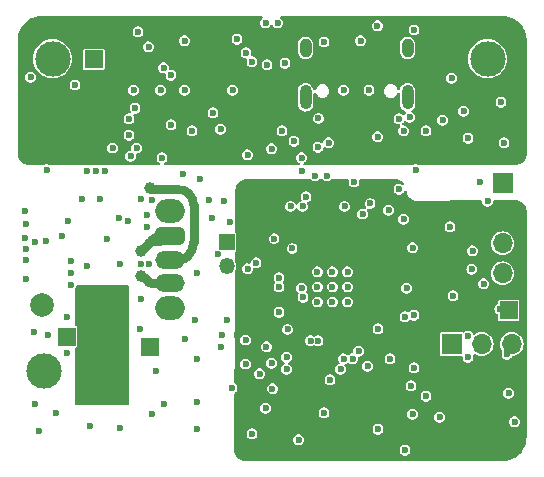
<source format=gbr>
%TF.GenerationSoftware,KiCad,Pcbnew,7.0.8-7.0.8~ubuntu22.04.1*%
%TF.CreationDate,2023-12-12T19:51:11+11:00*%
%TF.ProjectId,Boost-Converter,426f6f73-742d-4436-9f6e-766572746572,rev?*%
%TF.SameCoordinates,Original*%
%TF.FileFunction,Copper,L3,Inr*%
%TF.FilePolarity,Positive*%
%FSLAX46Y46*%
G04 Gerber Fmt 4.6, Leading zero omitted, Abs format (unit mm)*
G04 Created by KiCad (PCBNEW 7.0.8-7.0.8~ubuntu22.04.1) date 2023-12-12 19:51:11*
%MOMM*%
%LPD*%
G01*
G04 APERTURE LIST*
G04 Aperture macros list*
%AMRoundRect*
0 Rectangle with rounded corners*
0 $1 Rounding radius*
0 $2 $3 $4 $5 $6 $7 $8 $9 X,Y pos of 4 corners*
0 Add a 4 corners polygon primitive as box body*
4,1,4,$2,$3,$4,$5,$6,$7,$8,$9,$2,$3,0*
0 Add four circle primitives for the rounded corners*
1,1,$1+$1,$2,$3*
1,1,$1+$1,$4,$5*
1,1,$1+$1,$6,$7*
1,1,$1+$1,$8,$9*
0 Add four rect primitives between the rounded corners*
20,1,$1+$1,$2,$3,$4,$5,0*
20,1,$1+$1,$4,$5,$6,$7,0*
20,1,$1+$1,$6,$7,$8,$9,0*
20,1,$1+$1,$8,$9,$2,$3,0*%
G04 Aperture macros list end*
%TA.AperFunction,ComponentPad*%
%ADD10C,2.000000*%
%TD*%
%TA.AperFunction,ComponentPad*%
%ADD11R,1.500000X1.500000*%
%TD*%
%TA.AperFunction,ComponentPad*%
%ADD12C,3.000000*%
%TD*%
%TA.AperFunction,ComponentPad*%
%ADD13R,1.700000X1.700000*%
%TD*%
%TA.AperFunction,ComponentPad*%
%ADD14O,1.700000X1.700000*%
%TD*%
%TA.AperFunction,ComponentPad*%
%ADD15C,0.600000*%
%TD*%
%TA.AperFunction,ComponentPad*%
%ADD16O,2.500000X2.000000*%
%TD*%
%TA.AperFunction,ComponentPad*%
%ADD17RoundRect,0.375000X-0.875000X0.375000X-0.875000X-0.375000X0.875000X-0.375000X0.875000X0.375000X0*%
%TD*%
%TA.AperFunction,ComponentPad*%
%ADD18O,2.500000X1.500000*%
%TD*%
%TA.AperFunction,ComponentPad*%
%ADD19O,1.000000X2.100000*%
%TD*%
%TA.AperFunction,ComponentPad*%
%ADD20O,1.000000X1.600000*%
%TD*%
%TA.AperFunction,ComponentPad*%
%ADD21R,1.350000X1.350000*%
%TD*%
%TA.AperFunction,ComponentPad*%
%ADD22O,1.350000X1.350000*%
%TD*%
%TA.AperFunction,ViaPad*%
%ADD23C,0.600000*%
%TD*%
%TA.AperFunction,ViaPad*%
%ADD24C,0.800000*%
%TD*%
%TA.AperFunction,ViaPad*%
%ADD25C,1.000000*%
%TD*%
%TA.AperFunction,Conductor*%
%ADD26C,0.800000*%
%TD*%
G04 APERTURE END LIST*
D10*
%TO.N,+3.3V*%
%TO.C,TP4*%
X165049200Y-88290400D03*
%TD*%
D11*
%TO.N,GND*%
%TO.C,TP8*%
X132918200Y-67614800D03*
%TD*%
D10*
%TO.N,VBUS*%
%TO.C,TP6*%
X128508800Y-70866000D03*
%TD*%
D12*
%TO.N,N/C*%
%TO.C,H1*%
X129413000Y-67564000D03*
%TD*%
D13*
%TO.N,GND*%
%TO.C,Brd1*%
X167513000Y-78105000D03*
D14*
%TO.N,+3.3V*%
X167513000Y-80645000D03*
%TO.N,/SCL_1*%
X167513000Y-83185000D03*
%TO.N,/SDA_1*%
X167513000Y-85725000D03*
%TD*%
D15*
%TO.N,GND*%
%TO.C,U5*%
X151841300Y-85600000D03*
X151841300Y-86875000D03*
X151841300Y-88150000D03*
X153116300Y-85600000D03*
X153116300Y-86875000D03*
X153116300Y-88150000D03*
X154391300Y-85600000D03*
X154391300Y-86875000D03*
X154391300Y-88150000D03*
%TD*%
D16*
%TO.N,*%
%TO.C,SW1*%
X139319000Y-80482000D03*
X139319000Y-88682000D03*
D17*
%TO.N,/24V*%
X139319000Y-82582000D03*
D18*
%TO.N,/FB*%
X139319000Y-84582000D03*
%TO.N,/18V*%
X139319000Y-86582000D03*
%TD*%
D12*
%TO.N,N/C*%
%TO.C,H3*%
X128651000Y-93980000D03*
%TD*%
D19*
%TO.N,GND*%
%TO.C,J6*%
X159480000Y-70827000D03*
D20*
X159480000Y-66647000D03*
D19*
X150840000Y-70827000D03*
D20*
X150840000Y-66647000D03*
%TD*%
D10*
%TO.N,/V_{OUT}*%
%TO.C,TP2*%
X134493000Y-91948000D03*
%TD*%
D11*
%TO.N,GND*%
%TO.C,TP9*%
X168046400Y-88874600D03*
%TD*%
D12*
%TO.N,N/C*%
%TO.C,H2*%
X166243000Y-67564000D03*
%TD*%
D11*
%TO.N,GND*%
%TO.C,TP5*%
X137668000Y-91948000D03*
%TD*%
D21*
%TO.N,GND*%
%TO.C,SW2*%
X144145000Y-83074000D03*
D22*
%TO.N,/BOOT*%
X144145000Y-85074000D03*
%TD*%
D10*
%TO.N,/V_{S}*%
%TO.C,TP1*%
X128524000Y-88392000D03*
%TD*%
D11*
%TO.N,GND*%
%TO.C,TP7*%
X130606800Y-91084400D03*
%TD*%
D13*
%TO.N,/TX*%
%TO.C,J3*%
X163210000Y-91719000D03*
D14*
%TO.N,GND*%
X165750000Y-91719000D03*
%TO.N,/RX*%
X168290000Y-91719000D03*
%TD*%
D23*
%TO.N,GND*%
X154940000Y-77978000D03*
X127558800Y-69138800D03*
X164211000Y-72009000D03*
X138811000Y-96774000D03*
X135128000Y-98806000D03*
X147447000Y-97155000D03*
X156972000Y-90424000D03*
X154051000Y-70231000D03*
X151892000Y-75057000D03*
X133096000Y-77089000D03*
X136271000Y-70231000D03*
X157861000Y-80391000D03*
X136906000Y-84937600D03*
X164592000Y-74295000D03*
X160020000Y-93726000D03*
X130606800Y-89458800D03*
X141605000Y-92964000D03*
X128867800Y-82992000D03*
X141859000Y-77724000D03*
X137795000Y-97663000D03*
X127101600Y-82753200D03*
X152400000Y-97536000D03*
X147955000Y-75184000D03*
X140589000Y-91313000D03*
X127127000Y-84582000D03*
X158750000Y-72644000D03*
X163322000Y-87630000D03*
X128270000Y-99060000D03*
X156921200Y-64770000D03*
X165570800Y-77988200D03*
X162433000Y-72771000D03*
X159131000Y-73660000D03*
X128905000Y-76962000D03*
X129032000Y-90982800D03*
X143383000Y-84074000D03*
X130937000Y-85725000D03*
X141605000Y-96647000D03*
X152654000Y-77470000D03*
X141478000Y-89662000D03*
X148844000Y-73660000D03*
X150584800Y-80071000D03*
X136779000Y-90424000D03*
X138557000Y-70231000D03*
X166254777Y-79630500D03*
X163068000Y-81788000D03*
X159639000Y-72517000D03*
X159766000Y-95250000D03*
X147447000Y-64516000D03*
X139446000Y-73152000D03*
X142621000Y-79502000D03*
X149225000Y-93853000D03*
X130937000Y-86741000D03*
X167894000Y-92583000D03*
X159893000Y-97663000D03*
X136398000Y-71755000D03*
X160020000Y-65125600D03*
X133858000Y-77089000D03*
X150495000Y-77089000D03*
X149860000Y-74549000D03*
X164973000Y-83820000D03*
X133439800Y-79436000D03*
X137414000Y-81788000D03*
X127863600Y-90728800D03*
X144653000Y-70231000D03*
X156299800Y-79817000D03*
X146939000Y-94234000D03*
X150495000Y-75946000D03*
X156083000Y-93599000D03*
X137541000Y-84937600D03*
X144615800Y-95438000D03*
X159258000Y-100711000D03*
X148171800Y-82788800D03*
X137414000Y-80772000D03*
X132588000Y-98679000D03*
X141605000Y-98933000D03*
X155664800Y-80706000D03*
X138176000Y-93980000D03*
X151257000Y-91440000D03*
X145923000Y-75692000D03*
X143002000Y-72136000D03*
X140589000Y-70231000D03*
X130657600Y-92506800D03*
X159385000Y-86995000D03*
X143713200Y-91948000D03*
X136906000Y-87884000D03*
X159131000Y-81153000D03*
X127889000Y-96774000D03*
X159893000Y-83566000D03*
X147955000Y-93345000D03*
X149568800Y-80071000D03*
X130694777Y-81281500D03*
X143764000Y-90982800D03*
X165912800Y-86614000D03*
X140462000Y-77343000D03*
X151892000Y-91440000D03*
X143637000Y-73533000D03*
X127127000Y-81534000D03*
X144399000Y-81407000D03*
X135890000Y-72644000D03*
X168529000Y-98298000D03*
X155498800Y-66040000D03*
X132334000Y-85090000D03*
X161036000Y-73660000D03*
X137541000Y-66548000D03*
X157988000Y-92964000D03*
X148031200Y-95504000D03*
X168021000Y-95885000D03*
X127127000Y-83693000D03*
X164592000Y-91059000D03*
X150241000Y-99822000D03*
X163195000Y-69215000D03*
X162179000Y-97917000D03*
X149225000Y-92837000D03*
X130175000Y-82550000D03*
X131873470Y-79436998D03*
X127889000Y-83058000D03*
X167386000Y-71247000D03*
X148463000Y-64516000D03*
X167640000Y-74676000D03*
X129667000Y-97536000D03*
X143891000Y-79629000D03*
X151928000Y-72614000D03*
X154140800Y-80071000D03*
X131318000Y-69799200D03*
X127101600Y-80467200D03*
X141224000Y-73660000D03*
X127203200Y-86207600D03*
X132334000Y-77089000D03*
X136652000Y-65278000D03*
X135128000Y-84963000D03*
X145923000Y-85344000D03*
X152400000Y-66141600D03*
X146304000Y-99314000D03*
X141605000Y-85725000D03*
X135890000Y-74041000D03*
X160147000Y-76962000D03*
X140589000Y-66040000D03*
X147523200Y-91948000D03*
X130937000Y-84709000D03*
X161036000Y-96139000D03*
X164592000Y-92837000D03*
X151638000Y-77470000D03*
X136017000Y-75819000D03*
X133985000Y-82804000D03*
X156210000Y-70231000D03*
X152908000Y-94742000D03*
X167284400Y-88747600D03*
X149695800Y-83627000D03*
X135763000Y-81280000D03*
X137795000Y-79502000D03*
X156972000Y-98933000D03*
D24*
%TO.N,+3.3V*%
X157861000Y-82804000D03*
D23*
X165354000Y-82677000D03*
D24*
X159893000Y-81788000D03*
D23*
X147955000Y-78105000D03*
X147320000Y-87122000D03*
D24*
X160782000Y-82804000D03*
D23*
X151892000Y-93726000D03*
X162435000Y-89487224D03*
X152273000Y-79212500D03*
X145288000Y-88317605D03*
X161417000Y-87503000D03*
X145034000Y-90932000D03*
X145415000Y-80899000D03*
%TO.N,/V_{S}*%
X135001000Y-81026000D03*
D25*
%TO.N,/18V*%
X136906000Y-85979000D03*
D23*
%TO.N,+1V1*%
X158750000Y-78613000D03*
X153797000Y-93853000D03*
X150876000Y-79248000D03*
D25*
%TO.N,/FB*%
X137668000Y-78486000D03*
D23*
%TO.N,/RUN*%
X145758800Y-91374000D03*
X155321000Y-92329000D03*
X145758800Y-93406000D03*
%TO.N,/SWC*%
X154051000Y-92964000D03*
%TO.N,/SWD*%
X154813000Y-92964000D03*
%TO.N,/TX*%
X159258000Y-89408000D03*
%TO.N,/RX*%
X160020000Y-89281000D03*
%TO.N,/EN*%
X142875000Y-81026000D03*
X149314800Y-90485000D03*
%TO.N,/FLASH_CS*%
X144145000Y-89662000D03*
X146647800Y-84836000D03*
%TO.N,Net-(D4-K)*%
X134493000Y-75118000D03*
X136525000Y-75118000D03*
D25*
%TO.N,/24V*%
X136906000Y-83820000D03*
%TO.N,/V_{OUT}*%
X132715000Y-89154000D03*
X133350000Y-96393000D03*
X131953000Y-89154000D03*
X132461000Y-95631000D03*
D23*
%TO.N,/V_{G}*%
X138684000Y-75946000D03*
X136906000Y-79469103D03*
%TO.N,/SCL_1*%
X164901941Y-85386252D03*
X150622000Y-87757000D03*
%TO.N,/SDA_1*%
X150495000Y-86995000D03*
D24*
%TO.N,VBUS*%
X158115000Y-74041000D03*
D25*
X147447000Y-73279000D03*
D23*
X137287000Y-75819000D03*
D25*
X129159000Y-72898000D03*
X130175000Y-72898000D03*
X132715000Y-71755000D03*
X141986000Y-75946000D03*
X128143000Y-72898000D03*
D23*
%TO.N,/CC1*%
X138811000Y-68326000D03*
X156930000Y-74168000D03*
X149098000Y-67945000D03*
%TO.N,/CC2*%
X152781000Y-74676000D03*
X147574000Y-68072000D03*
X139446000Y-68961000D03*
%TO.N,/SDA_0*%
X146304000Y-67818000D03*
X148590000Y-86106000D03*
%TO.N,/SCL_0*%
X148590000Y-86868000D03*
X145796000Y-67056000D03*
%TO.N,/PD_INT*%
X145034000Y-65913000D03*
X148590000Y-89027000D03*
%TD*%
D26*
%TO.N,/18V*%
X137541000Y-86487000D02*
X137122803Y-86068803D01*
X139319000Y-86582000D02*
X137770350Y-86582000D01*
X137541015Y-86486985D02*
G75*
G03*
X137770350Y-86582000I229385J229385D01*
G01*
X137122802Y-86068804D02*
G75*
G03*
X136906000Y-85979000I-216802J-216796D01*
G01*
%TO.N,/FB*%
X140229790Y-84582000D02*
X139319000Y-84582000D01*
X139065000Y-78613000D02*
X140050185Y-78613000D01*
X141351000Y-79913815D02*
X141351000Y-82931000D01*
X141351000Y-82931000D02*
X141351000Y-83101580D01*
X137691493Y-78486000D02*
X137769191Y-78563698D01*
X137668000Y-78486000D02*
X137691493Y-78486000D01*
X137974605Y-78613000D02*
X139065000Y-78613000D01*
X140229790Y-84581995D02*
G75*
G03*
X140842999Y-84327999I10J867195D01*
G01*
X137769189Y-78563702D02*
G75*
G03*
X137974605Y-78613000I210211J423302D01*
G01*
X141350993Y-79913815D02*
G75*
G03*
X140970000Y-78994000I-1300793J15D01*
G01*
X140843006Y-84328006D02*
G75*
G03*
X141351000Y-83101580I-1226406J1226406D01*
G01*
X140970005Y-78993995D02*
G75*
G03*
X140050185Y-78613000I-919805J-919805D01*
G01*
%TO.N,/24V*%
X137795000Y-82931000D02*
X136906000Y-83820000D01*
X139319000Y-82582000D02*
X138637560Y-82582000D01*
X138637560Y-82581984D02*
G75*
G03*
X137795000Y-82931000I40J-1191616D01*
G01*
%TD*%
%TA.AperFunction,Conductor*%
%TO.N,+3.3V*%
G36*
X151272573Y-77744002D02*
G01*
X151299676Y-77767488D01*
X151339948Y-77813965D01*
X151339952Y-77813968D01*
X151411539Y-77859974D01*
X151448931Y-77884004D01*
X151573228Y-77920500D01*
X151573232Y-77920500D01*
X151702768Y-77920500D01*
X151702772Y-77920500D01*
X151827069Y-77884004D01*
X151936049Y-77813967D01*
X151943448Y-77805428D01*
X151976324Y-77767488D01*
X152036050Y-77729104D01*
X152071548Y-77724000D01*
X152220452Y-77724000D01*
X152288573Y-77744002D01*
X152315676Y-77767488D01*
X152355948Y-77813965D01*
X152355952Y-77813968D01*
X152427539Y-77859974D01*
X152464931Y-77884004D01*
X152589228Y-77920500D01*
X152589232Y-77920500D01*
X152718768Y-77920500D01*
X152718772Y-77920500D01*
X152843069Y-77884004D01*
X152952049Y-77813967D01*
X152959448Y-77805428D01*
X152992324Y-77767488D01*
X153052050Y-77729104D01*
X153087548Y-77724000D01*
X154375975Y-77724000D01*
X154444096Y-77744002D01*
X154490589Y-77797658D01*
X154500692Y-77867929D01*
X154500692Y-77867932D01*
X154484867Y-77977996D01*
X154484867Y-77977998D01*
X154484867Y-77978000D01*
X154503303Y-78106226D01*
X154557118Y-78224063D01*
X154641951Y-78321967D01*
X154750931Y-78392004D01*
X154875228Y-78428500D01*
X154875232Y-78428500D01*
X155004768Y-78428500D01*
X155004772Y-78428500D01*
X155129069Y-78392004D01*
X155238049Y-78321967D01*
X155322882Y-78224063D01*
X155376697Y-78106226D01*
X155395133Y-77978000D01*
X155395132Y-77977997D01*
X155395133Y-77977996D01*
X155379308Y-77867932D01*
X155389411Y-77797658D01*
X155435904Y-77744002D01*
X155504025Y-77724000D01*
X158429406Y-77724000D01*
X158435585Y-77724304D01*
X158469012Y-77727596D01*
X158605980Y-77741086D01*
X158630194Y-77745902D01*
X158785129Y-77792902D01*
X158807948Y-77802353D01*
X158950737Y-77878675D01*
X158971273Y-77892397D01*
X159096426Y-77995108D01*
X159113886Y-78012567D01*
X159125125Y-78026261D01*
X159152879Y-78091606D01*
X159140900Y-78161584D01*
X159092989Y-78213978D01*
X159024358Y-78232151D01*
X158959609Y-78212196D01*
X158939072Y-78198998D01*
X158939069Y-78198996D01*
X158862746Y-78176586D01*
X158814776Y-78162501D01*
X158814774Y-78162500D01*
X158814772Y-78162500D01*
X158685228Y-78162500D01*
X158685225Y-78162500D01*
X158685223Y-78162501D01*
X158560933Y-78198995D01*
X158560926Y-78198998D01*
X158451951Y-78269032D01*
X158406084Y-78321967D01*
X158367118Y-78366937D01*
X158313303Y-78484774D01*
X158294867Y-78613000D01*
X158313303Y-78741226D01*
X158367118Y-78859063D01*
X158451951Y-78956967D01*
X158540263Y-79013722D01*
X158560931Y-79027004D01*
X158685228Y-79063500D01*
X158685232Y-79063500D01*
X158814768Y-79063500D01*
X158814772Y-79063500D01*
X158939069Y-79027004D01*
X159048049Y-78956967D01*
X159132882Y-78859063D01*
X159160975Y-78797547D01*
X159207468Y-78743892D01*
X159275589Y-78723890D01*
X159343710Y-78743892D01*
X159390203Y-78797548D01*
X159400973Y-78837446D01*
X159403359Y-78861494D01*
X159453968Y-79027001D01*
X159457723Y-79039279D01*
X159545968Y-79202907D01*
X159664653Y-79345998D01*
X159809147Y-79462972D01*
X159917747Y-79519882D01*
X159956826Y-79540361D01*
X159973810Y-79549261D01*
X159973811Y-79549261D01*
X159973814Y-79549263D01*
X160152229Y-79601505D01*
X160337428Y-79617661D01*
X160337432Y-79617660D01*
X160337433Y-79617661D01*
X165677979Y-79554083D01*
X165746329Y-79573272D01*
X165793457Y-79626370D01*
X165804192Y-79662141D01*
X165818078Y-79758719D01*
X165818079Y-79758723D01*
X165818079Y-79758724D01*
X165818080Y-79758726D01*
X165871895Y-79876563D01*
X165956728Y-79974467D01*
X166065708Y-80044504D01*
X166190005Y-80081000D01*
X166190009Y-80081000D01*
X166319545Y-80081000D01*
X166319549Y-80081000D01*
X166443846Y-80044504D01*
X166552826Y-79974467D01*
X166637659Y-79876563D01*
X166691474Y-79758726D01*
X166707333Y-79648416D01*
X166736825Y-79583840D01*
X166796551Y-79545456D01*
X166830540Y-79540362D01*
X168547780Y-79519919D01*
X168553999Y-79520152D01*
X168735206Y-79535960D01*
X168759658Y-79540559D01*
X168925222Y-79589037D01*
X168948297Y-79598356D01*
X168980249Y-79615100D01*
X169076450Y-79665513D01*
X169101092Y-79678426D01*
X169121887Y-79692098D01*
X169255967Y-79800641D01*
X169273668Y-79818133D01*
X169383797Y-79950908D01*
X169397716Y-79971539D01*
X169479599Y-80123369D01*
X169489192Y-80146333D01*
X169539638Y-80311305D01*
X169544529Y-80335706D01*
X169551992Y-80410902D01*
X169552300Y-80417127D01*
X169552300Y-99619940D01*
X169552165Y-99624061D01*
X169535550Y-99877554D01*
X169534474Y-99885733D01*
X169485314Y-100132869D01*
X169483179Y-100140837D01*
X169402187Y-100379433D01*
X169399030Y-100387055D01*
X169287587Y-100613042D01*
X169283462Y-100620186D01*
X169143471Y-100829695D01*
X169138449Y-100836239D01*
X168972314Y-101025681D01*
X168966481Y-101031514D01*
X168777039Y-101197649D01*
X168770495Y-101202671D01*
X168560986Y-101342662D01*
X168553847Y-101346784D01*
X168439003Y-101403418D01*
X168327855Y-101458230D01*
X168320233Y-101461387D01*
X168081637Y-101542379D01*
X168073669Y-101544514D01*
X167826533Y-101593674D01*
X167818354Y-101594750D01*
X167617853Y-101607891D01*
X167564857Y-101611365D01*
X167560741Y-101611500D01*
X145683984Y-101611500D01*
X145677784Y-101611194D01*
X145603789Y-101603881D01*
X145579489Y-101599031D01*
X145415149Y-101549004D01*
X145392266Y-101539491D01*
X145240893Y-101458261D01*
X145220326Y-101444460D01*
X145087776Y-101335170D01*
X145070304Y-101317606D01*
X145024653Y-101261645D01*
X144961713Y-101184491D01*
X144948017Y-101163848D01*
X144867580Y-101012047D01*
X144858192Y-100989128D01*
X144809023Y-100824521D01*
X144804301Y-100800197D01*
X144795957Y-100711000D01*
X158802867Y-100711000D01*
X158821303Y-100839226D01*
X158875118Y-100957063D01*
X158959951Y-101054967D01*
X159068931Y-101125004D01*
X159193228Y-101161500D01*
X159193232Y-101161500D01*
X159322768Y-101161500D01*
X159322772Y-101161500D01*
X159447069Y-101125004D01*
X159556049Y-101054967D01*
X159640882Y-100957063D01*
X159694697Y-100839226D01*
X159713133Y-100711000D01*
X159694697Y-100582774D01*
X159640882Y-100464937D01*
X159556049Y-100367033D01*
X159556048Y-100367032D01*
X159447073Y-100296998D01*
X159447070Y-100296996D01*
X159447069Y-100296996D01*
X159447066Y-100296995D01*
X159322776Y-100260501D01*
X159322774Y-100260500D01*
X159322772Y-100260500D01*
X159193228Y-100260500D01*
X159193225Y-100260500D01*
X159193223Y-100260501D01*
X159068933Y-100296995D01*
X159068926Y-100296998D01*
X158959951Y-100367032D01*
X158875118Y-100464937D01*
X158821303Y-100582774D01*
X158802867Y-100711000D01*
X144795957Y-100711000D01*
X144787431Y-100619849D01*
X144787159Y-100613682D01*
X144791304Y-99822000D01*
X149785867Y-99822000D01*
X149804303Y-99950226D01*
X149858118Y-100068063D01*
X149942951Y-100165967D01*
X150051931Y-100236004D01*
X150176228Y-100272500D01*
X150176232Y-100272500D01*
X150305768Y-100272500D01*
X150305772Y-100272500D01*
X150430069Y-100236004D01*
X150539049Y-100165967D01*
X150623882Y-100068063D01*
X150677697Y-99950226D01*
X150696133Y-99822000D01*
X150677697Y-99693774D01*
X150623882Y-99575937D01*
X150539049Y-99478033D01*
X150539048Y-99478032D01*
X150430073Y-99407998D01*
X150430070Y-99407996D01*
X150430069Y-99407996D01*
X150430066Y-99407995D01*
X150305776Y-99371501D01*
X150305774Y-99371500D01*
X150305772Y-99371500D01*
X150176228Y-99371500D01*
X150176225Y-99371500D01*
X150176223Y-99371501D01*
X150051933Y-99407995D01*
X150051926Y-99407998D01*
X149942951Y-99478032D01*
X149871873Y-99560063D01*
X149858118Y-99575937D01*
X149804303Y-99693774D01*
X149785867Y-99822000D01*
X144791304Y-99822000D01*
X144793963Y-99314000D01*
X145848867Y-99314000D01*
X145867303Y-99442226D01*
X145921118Y-99560063D01*
X146005951Y-99657967D01*
X146114931Y-99728004D01*
X146239228Y-99764500D01*
X146239232Y-99764500D01*
X146368768Y-99764500D01*
X146368772Y-99764500D01*
X146493069Y-99728004D01*
X146602049Y-99657967D01*
X146686882Y-99560063D01*
X146740697Y-99442226D01*
X146759133Y-99314000D01*
X146740697Y-99185774D01*
X146686882Y-99067937D01*
X146602049Y-98970033D01*
X146602048Y-98970032D01*
X146544425Y-98933000D01*
X156516867Y-98933000D01*
X156535303Y-99061226D01*
X156589118Y-99179063D01*
X156673951Y-99276967D01*
X156731575Y-99314000D01*
X156782931Y-99347004D01*
X156907228Y-99383500D01*
X156907232Y-99383500D01*
X157036768Y-99383500D01*
X157036772Y-99383500D01*
X157161069Y-99347004D01*
X157270049Y-99276967D01*
X157354882Y-99179063D01*
X157408697Y-99061226D01*
X157427133Y-98933000D01*
X157408697Y-98804774D01*
X157354882Y-98686937D01*
X157270049Y-98589033D01*
X157270048Y-98589032D01*
X157161073Y-98518998D01*
X157161070Y-98518996D01*
X157161069Y-98518996D01*
X157161066Y-98518995D01*
X157036776Y-98482501D01*
X157036774Y-98482500D01*
X157036772Y-98482500D01*
X156907228Y-98482500D01*
X156907225Y-98482500D01*
X156907223Y-98482501D01*
X156782933Y-98518995D01*
X156782926Y-98518998D01*
X156673951Y-98589032D01*
X156628084Y-98641967D01*
X156589118Y-98686937D01*
X156535303Y-98804774D01*
X156516867Y-98933000D01*
X146544425Y-98933000D01*
X146493073Y-98899998D01*
X146493070Y-98899996D01*
X146493069Y-98899996D01*
X146493066Y-98899995D01*
X146368776Y-98863501D01*
X146368774Y-98863500D01*
X146368772Y-98863500D01*
X146239228Y-98863500D01*
X146239225Y-98863500D01*
X146239223Y-98863501D01*
X146114933Y-98899995D01*
X146114926Y-98899998D01*
X146005951Y-98970032D01*
X145926935Y-99061224D01*
X145921118Y-99067937D01*
X145867303Y-99185774D01*
X145848867Y-99314000D01*
X144793963Y-99314000D01*
X144805267Y-97155000D01*
X146991867Y-97155000D01*
X147010303Y-97283226D01*
X147064118Y-97401063D01*
X147148951Y-97498967D01*
X147206575Y-97536000D01*
X147257931Y-97569004D01*
X147382228Y-97605500D01*
X147382232Y-97605500D01*
X147511768Y-97605500D01*
X147511772Y-97605500D01*
X147636069Y-97569004D01*
X147687424Y-97536000D01*
X151944867Y-97536000D01*
X151963303Y-97664226D01*
X152017118Y-97782063D01*
X152101951Y-97879967D01*
X152159575Y-97917000D01*
X152210931Y-97950004D01*
X152335228Y-97986500D01*
X152335232Y-97986500D01*
X152464768Y-97986500D01*
X152464772Y-97986500D01*
X152589069Y-97950004D01*
X152698049Y-97879967D01*
X152782882Y-97782063D01*
X152836697Y-97664226D01*
X152836873Y-97663000D01*
X159437867Y-97663000D01*
X159456303Y-97791226D01*
X159510118Y-97909063D01*
X159594951Y-98006967D01*
X159703931Y-98077004D01*
X159828228Y-98113500D01*
X159828232Y-98113500D01*
X159957768Y-98113500D01*
X159957772Y-98113500D01*
X160082069Y-98077004D01*
X160191049Y-98006967D01*
X160269005Y-97917000D01*
X161723867Y-97917000D01*
X161742303Y-98045226D01*
X161796118Y-98163063D01*
X161880951Y-98260967D01*
X161938575Y-98298000D01*
X161989931Y-98331004D01*
X162114228Y-98367500D01*
X162114232Y-98367500D01*
X162243768Y-98367500D01*
X162243772Y-98367500D01*
X162368069Y-98331004D01*
X162419424Y-98298000D01*
X168073867Y-98298000D01*
X168092303Y-98426226D01*
X168146118Y-98544063D01*
X168230951Y-98641967D01*
X168339931Y-98712004D01*
X168464228Y-98748500D01*
X168464232Y-98748500D01*
X168593768Y-98748500D01*
X168593772Y-98748500D01*
X168718069Y-98712004D01*
X168827049Y-98641967D01*
X168911882Y-98544063D01*
X168965697Y-98426226D01*
X168984133Y-98298000D01*
X168965697Y-98169774D01*
X168911882Y-98051937D01*
X168827049Y-97954033D01*
X168827048Y-97954032D01*
X168718073Y-97883998D01*
X168718070Y-97883996D01*
X168718069Y-97883996D01*
X168718066Y-97883995D01*
X168593776Y-97847501D01*
X168593774Y-97847500D01*
X168593772Y-97847500D01*
X168464228Y-97847500D01*
X168464225Y-97847500D01*
X168464223Y-97847501D01*
X168339933Y-97883995D01*
X168339926Y-97883998D01*
X168230951Y-97954032D01*
X168185084Y-98006967D01*
X168146118Y-98051937D01*
X168092303Y-98169774D01*
X168073867Y-98298000D01*
X162419424Y-98298000D01*
X162477049Y-98260967D01*
X162561882Y-98163063D01*
X162615697Y-98045226D01*
X162634133Y-97917000D01*
X162615697Y-97788774D01*
X162561882Y-97670937D01*
X162477049Y-97573033D01*
X162477048Y-97573032D01*
X162368073Y-97502998D01*
X162368070Y-97502996D01*
X162368069Y-97502996D01*
X162368066Y-97502995D01*
X162243776Y-97466501D01*
X162243774Y-97466500D01*
X162243772Y-97466500D01*
X162114228Y-97466500D01*
X162114225Y-97466500D01*
X162114223Y-97466501D01*
X161989933Y-97502995D01*
X161989926Y-97502998D01*
X161880951Y-97573032D01*
X161802995Y-97663000D01*
X161796118Y-97670937D01*
X161742303Y-97788774D01*
X161723867Y-97917000D01*
X160269005Y-97917000D01*
X160275882Y-97909063D01*
X160329697Y-97791226D01*
X160348133Y-97663000D01*
X160329697Y-97534774D01*
X160275882Y-97416937D01*
X160191049Y-97319033D01*
X160191048Y-97319032D01*
X160082073Y-97248998D01*
X160082070Y-97248996D01*
X160082069Y-97248996D01*
X160082066Y-97248995D01*
X159957776Y-97212501D01*
X159957774Y-97212500D01*
X159957772Y-97212500D01*
X159828228Y-97212500D01*
X159828225Y-97212500D01*
X159828223Y-97212501D01*
X159703933Y-97248995D01*
X159703926Y-97248998D01*
X159594951Y-97319032D01*
X159523873Y-97401063D01*
X159510118Y-97416937D01*
X159456303Y-97534774D01*
X159437867Y-97663000D01*
X152836873Y-97663000D01*
X152855133Y-97536000D01*
X152836697Y-97407774D01*
X152782882Y-97289937D01*
X152698049Y-97192033D01*
X152698048Y-97192032D01*
X152589073Y-97121998D01*
X152589070Y-97121996D01*
X152589069Y-97121996D01*
X152589066Y-97121995D01*
X152464776Y-97085501D01*
X152464774Y-97085500D01*
X152464772Y-97085500D01*
X152335228Y-97085500D01*
X152335225Y-97085500D01*
X152335223Y-97085501D01*
X152210933Y-97121995D01*
X152210926Y-97121998D01*
X152101951Y-97192032D01*
X152052594Y-97248995D01*
X152017118Y-97289937D01*
X151963303Y-97407774D01*
X151944867Y-97536000D01*
X147687424Y-97536000D01*
X147745049Y-97498967D01*
X147829882Y-97401063D01*
X147883697Y-97283226D01*
X147902133Y-97155000D01*
X147883697Y-97026774D01*
X147829882Y-96908937D01*
X147745049Y-96811033D01*
X147745048Y-96811032D01*
X147636073Y-96740998D01*
X147636070Y-96740996D01*
X147636069Y-96740996D01*
X147636066Y-96740995D01*
X147511776Y-96704501D01*
X147511774Y-96704500D01*
X147511772Y-96704500D01*
X147382228Y-96704500D01*
X147382225Y-96704500D01*
X147382223Y-96704501D01*
X147257933Y-96740995D01*
X147257926Y-96740998D01*
X147148951Y-96811032D01*
X147064118Y-96908937D01*
X147010303Y-97026774D01*
X146991867Y-97155000D01*
X144805267Y-97155000D01*
X144810586Y-96139000D01*
X160580867Y-96139000D01*
X160599303Y-96267226D01*
X160653118Y-96385063D01*
X160737951Y-96482967D01*
X160846931Y-96553004D01*
X160971228Y-96589500D01*
X160971232Y-96589500D01*
X161100768Y-96589500D01*
X161100772Y-96589500D01*
X161225069Y-96553004D01*
X161334049Y-96482967D01*
X161418882Y-96385063D01*
X161472697Y-96267226D01*
X161491133Y-96139000D01*
X161472697Y-96010774D01*
X161418882Y-95892937D01*
X161412005Y-95885000D01*
X167565867Y-95885000D01*
X167584303Y-96013226D01*
X167638118Y-96131063D01*
X167722951Y-96228967D01*
X167831931Y-96299004D01*
X167956228Y-96335500D01*
X167956232Y-96335500D01*
X168085768Y-96335500D01*
X168085772Y-96335500D01*
X168210069Y-96299004D01*
X168319049Y-96228967D01*
X168403882Y-96131063D01*
X168457697Y-96013226D01*
X168476133Y-95885000D01*
X168457697Y-95756774D01*
X168403882Y-95638937D01*
X168319049Y-95541033D01*
X168319048Y-95541032D01*
X168210073Y-95470998D01*
X168210070Y-95470996D01*
X168210069Y-95470996D01*
X168210066Y-95470995D01*
X168085776Y-95434501D01*
X168085774Y-95434500D01*
X168085772Y-95434500D01*
X167956228Y-95434500D01*
X167956225Y-95434500D01*
X167956223Y-95434501D01*
X167831933Y-95470995D01*
X167831926Y-95470998D01*
X167722951Y-95541032D01*
X167701123Y-95566224D01*
X167638118Y-95638937D01*
X167584303Y-95756774D01*
X167565867Y-95885000D01*
X161412005Y-95885000D01*
X161334049Y-95795033D01*
X161334048Y-95795032D01*
X161225073Y-95724998D01*
X161225070Y-95724996D01*
X161225069Y-95724996D01*
X161225066Y-95724995D01*
X161100776Y-95688501D01*
X161100774Y-95688500D01*
X161100772Y-95688500D01*
X160971228Y-95688500D01*
X160971225Y-95688500D01*
X160971223Y-95688501D01*
X160846933Y-95724995D01*
X160846926Y-95724998D01*
X160737951Y-95795032D01*
X160692311Y-95847705D01*
X160653118Y-95892937D01*
X160599303Y-96010774D01*
X160580867Y-96139000D01*
X144810586Y-96139000D01*
X144811755Y-95915717D01*
X144832113Y-95847705D01*
X144869633Y-95810382D01*
X144913849Y-95781967D01*
X144998682Y-95684063D01*
X145052497Y-95566226D01*
X145061444Y-95504000D01*
X147576067Y-95504000D01*
X147594503Y-95632226D01*
X147648318Y-95750063D01*
X147700583Y-95810381D01*
X147733151Y-95847967D01*
X147790775Y-95885000D01*
X147842131Y-95918004D01*
X147966428Y-95954500D01*
X147966432Y-95954500D01*
X148095968Y-95954500D01*
X148095972Y-95954500D01*
X148220269Y-95918004D01*
X148329249Y-95847967D01*
X148414082Y-95750063D01*
X148467897Y-95632226D01*
X148486333Y-95504000D01*
X148467897Y-95375774D01*
X148414082Y-95257937D01*
X148407205Y-95250000D01*
X159310867Y-95250000D01*
X159329303Y-95378226D01*
X159383118Y-95496063D01*
X159467951Y-95593967D01*
X159576931Y-95664004D01*
X159701228Y-95700500D01*
X159701232Y-95700500D01*
X159830768Y-95700500D01*
X159830772Y-95700500D01*
X159955069Y-95664004D01*
X160064049Y-95593967D01*
X160148882Y-95496063D01*
X160202697Y-95378226D01*
X160221133Y-95250000D01*
X160202697Y-95121774D01*
X160148882Y-95003937D01*
X160064049Y-94906033D01*
X160064048Y-94906032D01*
X159955073Y-94835998D01*
X159955070Y-94835996D01*
X159955069Y-94835996D01*
X159955066Y-94835995D01*
X159830776Y-94799501D01*
X159830774Y-94799500D01*
X159830772Y-94799500D01*
X159701228Y-94799500D01*
X159701225Y-94799500D01*
X159701223Y-94799501D01*
X159576933Y-94835995D01*
X159576926Y-94835998D01*
X159467951Y-94906032D01*
X159396873Y-94988063D01*
X159383118Y-95003937D01*
X159329303Y-95121774D01*
X159310867Y-95250000D01*
X148407205Y-95250000D01*
X148329249Y-95160033D01*
X148329248Y-95160032D01*
X148220273Y-95089998D01*
X148220270Y-95089996D01*
X148220269Y-95089996D01*
X148220266Y-95089995D01*
X148095976Y-95053501D01*
X148095974Y-95053500D01*
X148095972Y-95053500D01*
X147966428Y-95053500D01*
X147966425Y-95053500D01*
X147966423Y-95053501D01*
X147842133Y-95089995D01*
X147842126Y-95089998D01*
X147733151Y-95160032D01*
X147655195Y-95250000D01*
X147648318Y-95257937D01*
X147594503Y-95375774D01*
X147576067Y-95504000D01*
X145061444Y-95504000D01*
X145070933Y-95438000D01*
X145052497Y-95309774D01*
X144998682Y-95191937D01*
X144913849Y-95094033D01*
X144913848Y-95094032D01*
X144874625Y-95068825D01*
X144828132Y-95015170D01*
X144816748Y-94962172D01*
X144817901Y-94742000D01*
X152452867Y-94742000D01*
X152471303Y-94870226D01*
X152525118Y-94988063D01*
X152609951Y-95085967D01*
X152718931Y-95156004D01*
X152843228Y-95192500D01*
X152843232Y-95192500D01*
X152972768Y-95192500D01*
X152972772Y-95192500D01*
X153097069Y-95156004D01*
X153206049Y-95085967D01*
X153290882Y-94988063D01*
X153344697Y-94870226D01*
X153363133Y-94742000D01*
X153344697Y-94613774D01*
X153290882Y-94495937D01*
X153206049Y-94398033D01*
X153206048Y-94398032D01*
X153097073Y-94327998D01*
X153097070Y-94327996D01*
X153097069Y-94327996D01*
X153097066Y-94327995D01*
X152972776Y-94291501D01*
X152972774Y-94291500D01*
X152972772Y-94291500D01*
X152843228Y-94291500D01*
X152843225Y-94291500D01*
X152843223Y-94291501D01*
X152718933Y-94327995D01*
X152718926Y-94327998D01*
X152609951Y-94398032D01*
X152538873Y-94480063D01*
X152525118Y-94495937D01*
X152471303Y-94613774D01*
X152452867Y-94742000D01*
X144817901Y-94742000D01*
X144820560Y-94234000D01*
X146483867Y-94234000D01*
X146502303Y-94362226D01*
X146556118Y-94480063D01*
X146640951Y-94577967D01*
X146749931Y-94648004D01*
X146874228Y-94684500D01*
X146874232Y-94684500D01*
X147003768Y-94684500D01*
X147003772Y-94684500D01*
X147128069Y-94648004D01*
X147237049Y-94577967D01*
X147321882Y-94480063D01*
X147375697Y-94362226D01*
X147394133Y-94234000D01*
X147375697Y-94105774D01*
X147321882Y-93987937D01*
X147237049Y-93890033D01*
X147237048Y-93890032D01*
X147179425Y-93853000D01*
X148769867Y-93853000D01*
X148788303Y-93981226D01*
X148842118Y-94099063D01*
X148909215Y-94176498D01*
X148926951Y-94196967D01*
X148984575Y-94234000D01*
X149035931Y-94267004D01*
X149160228Y-94303500D01*
X149160232Y-94303500D01*
X149289768Y-94303500D01*
X149289772Y-94303500D01*
X149414069Y-94267004D01*
X149523049Y-94196967D01*
X149607882Y-94099063D01*
X149661697Y-93981226D01*
X149680133Y-93853000D01*
X153341867Y-93853000D01*
X153360303Y-93981226D01*
X153414118Y-94099063D01*
X153481215Y-94176498D01*
X153498951Y-94196967D01*
X153556575Y-94234000D01*
X153607931Y-94267004D01*
X153732228Y-94303500D01*
X153732232Y-94303500D01*
X153861768Y-94303500D01*
X153861772Y-94303500D01*
X153986069Y-94267004D01*
X154095049Y-94196967D01*
X154179882Y-94099063D01*
X154233697Y-93981226D01*
X154252133Y-93853000D01*
X154233697Y-93724774D01*
X154179882Y-93606937D01*
X154173005Y-93599000D01*
X155627867Y-93599000D01*
X155646303Y-93727226D01*
X155700118Y-93845063D01*
X155784951Y-93942967D01*
X155893931Y-94013004D01*
X156018228Y-94049500D01*
X156018232Y-94049500D01*
X156147768Y-94049500D01*
X156147772Y-94049500D01*
X156272069Y-94013004D01*
X156381049Y-93942967D01*
X156465882Y-93845063D01*
X156519697Y-93727226D01*
X156519873Y-93726000D01*
X159564867Y-93726000D01*
X159583303Y-93854226D01*
X159637118Y-93972063D01*
X159721951Y-94069967D01*
X159830931Y-94140004D01*
X159955228Y-94176500D01*
X159955232Y-94176500D01*
X160084768Y-94176500D01*
X160084772Y-94176500D01*
X160209069Y-94140004D01*
X160318049Y-94069967D01*
X160402882Y-93972063D01*
X160456697Y-93854226D01*
X160475133Y-93726000D01*
X160456697Y-93597774D01*
X160402882Y-93479937D01*
X160318049Y-93382033D01*
X160318048Y-93382032D01*
X160209073Y-93311998D01*
X160209070Y-93311996D01*
X160209069Y-93311996D01*
X160195361Y-93307971D01*
X160084776Y-93275501D01*
X160084774Y-93275500D01*
X160084772Y-93275500D01*
X159955228Y-93275500D01*
X159955225Y-93275500D01*
X159955223Y-93275501D01*
X159830933Y-93311995D01*
X159830926Y-93311998D01*
X159721951Y-93382032D01*
X159661464Y-93451840D01*
X159637118Y-93479937D01*
X159583303Y-93597774D01*
X159564867Y-93726000D01*
X156519873Y-93726000D01*
X156538133Y-93599000D01*
X156519697Y-93470774D01*
X156465882Y-93352937D01*
X156381049Y-93255033D01*
X156381048Y-93255032D01*
X156272073Y-93184998D01*
X156272070Y-93184996D01*
X156272069Y-93184996D01*
X156272066Y-93184995D01*
X156147776Y-93148501D01*
X156147774Y-93148500D01*
X156147772Y-93148500D01*
X156018228Y-93148500D01*
X156018225Y-93148500D01*
X156018223Y-93148501D01*
X155893933Y-93184995D01*
X155893926Y-93184998D01*
X155784951Y-93255032D01*
X155735594Y-93311995D01*
X155700118Y-93352937D01*
X155646303Y-93470774D01*
X155627867Y-93599000D01*
X154173005Y-93599000D01*
X154162341Y-93586693D01*
X154132850Y-93522114D01*
X154142955Y-93451840D01*
X154189449Y-93398185D01*
X154222067Y-93383289D01*
X154240069Y-93378004D01*
X154349049Y-93307967D01*
X154349056Y-93307958D01*
X154349482Y-93307591D01*
X154350010Y-93307349D01*
X154356631Y-93303095D01*
X154357242Y-93304046D01*
X154414061Y-93278094D01*
X154484336Y-93288194D01*
X154514518Y-93307591D01*
X154514946Y-93307962D01*
X154514951Y-93307967D01*
X154514956Y-93307970D01*
X154514957Y-93307971D01*
X154603943Y-93365159D01*
X154623931Y-93378004D01*
X154748228Y-93414500D01*
X154748232Y-93414500D01*
X154877768Y-93414500D01*
X154877772Y-93414500D01*
X155002069Y-93378004D01*
X155111049Y-93307967D01*
X155195882Y-93210063D01*
X155249697Y-93092226D01*
X155268133Y-92964000D01*
X157532867Y-92964000D01*
X157551303Y-93092226D01*
X157605118Y-93210063D01*
X157689416Y-93307349D01*
X157689951Y-93307967D01*
X157778943Y-93365159D01*
X157798931Y-93378004D01*
X157923228Y-93414500D01*
X157923232Y-93414500D01*
X158052768Y-93414500D01*
X158052772Y-93414500D01*
X158177069Y-93378004D01*
X158286049Y-93307967D01*
X158370882Y-93210063D01*
X158424697Y-93092226D01*
X158443133Y-92964000D01*
X158424697Y-92835774D01*
X158370882Y-92717937D01*
X158286049Y-92620033D01*
X158286048Y-92620032D01*
X158229701Y-92583820D01*
X162209500Y-92583820D01*
X162218232Y-92627721D01*
X162218234Y-92627725D01*
X162251495Y-92677504D01*
X162301274Y-92710765D01*
X162301278Y-92710767D01*
X162345180Y-92719500D01*
X162345185Y-92719500D01*
X164010867Y-92719500D01*
X164078988Y-92739502D01*
X164125481Y-92793158D01*
X164133153Y-92828429D01*
X164135585Y-92828080D01*
X164136867Y-92836998D01*
X164136867Y-92837000D01*
X164155303Y-92965226D01*
X164209118Y-93083063D01*
X164275729Y-93159937D01*
X164293951Y-93180967D01*
X164342603Y-93212234D01*
X164402931Y-93251004D01*
X164527228Y-93287500D01*
X164527232Y-93287500D01*
X164656768Y-93287500D01*
X164656772Y-93287500D01*
X164781069Y-93251004D01*
X164890049Y-93180967D01*
X164974882Y-93083063D01*
X165028697Y-92965226D01*
X165047133Y-92837000D01*
X165028697Y-92708774D01*
X165028696Y-92708772D01*
X165027414Y-92699854D01*
X165029437Y-92699563D01*
X165029437Y-92640296D01*
X165067821Y-92580570D01*
X165132402Y-92551077D01*
X165202676Y-92561182D01*
X165209693Y-92564654D01*
X165365273Y-92647814D01*
X165553868Y-92705024D01*
X165553872Y-92705024D01*
X165553874Y-92705025D01*
X165749997Y-92724341D01*
X165750000Y-92724341D01*
X165750003Y-92724341D01*
X165946124Y-92705025D01*
X165946126Y-92705025D01*
X165946127Y-92705024D01*
X165946132Y-92705024D01*
X166134727Y-92647814D01*
X166308538Y-92554910D01*
X166460883Y-92429883D01*
X166585910Y-92277538D01*
X166678814Y-92103727D01*
X166736024Y-91915132D01*
X166736037Y-91914998D01*
X166755341Y-91719003D01*
X167284659Y-91719003D01*
X167303974Y-91915124D01*
X167303974Y-91915126D01*
X167361186Y-92103728D01*
X167454089Y-92277537D01*
X167458287Y-92282652D01*
X167486039Y-92348000D01*
X167475501Y-92414923D01*
X167457304Y-92454770D01*
X167457303Y-92454773D01*
X167448859Y-92513501D01*
X167438867Y-92583000D01*
X167457303Y-92711226D01*
X167511118Y-92829063D01*
X167592887Y-92923431D01*
X167595951Y-92926967D01*
X167653575Y-92964000D01*
X167704931Y-92997004D01*
X167829228Y-93033500D01*
X167829232Y-93033500D01*
X167958768Y-93033500D01*
X167958772Y-93033500D01*
X168083069Y-92997004D01*
X168192049Y-92926967D01*
X168276882Y-92829063D01*
X168296226Y-92786703D01*
X168342718Y-92733050D01*
X168398485Y-92713655D01*
X168486132Y-92705024D01*
X168674727Y-92647814D01*
X168848538Y-92554910D01*
X169000883Y-92429883D01*
X169125910Y-92277538D01*
X169218814Y-92103727D01*
X169276024Y-91915132D01*
X169276037Y-91914998D01*
X169295341Y-91719003D01*
X169295341Y-91718996D01*
X169276025Y-91522875D01*
X169276025Y-91522873D01*
X169276024Y-91522870D01*
X169276024Y-91522868D01*
X169218814Y-91334273D01*
X169125910Y-91160462D01*
X169000883Y-91008117D01*
X168848538Y-90883090D01*
X168800204Y-90857255D01*
X168674728Y-90790186D01*
X168486125Y-90732974D01*
X168290003Y-90713659D01*
X168289997Y-90713659D01*
X168093875Y-90732974D01*
X168093873Y-90732974D01*
X167905271Y-90790186D01*
X167731461Y-90883090D01*
X167579117Y-91008117D01*
X167454090Y-91160461D01*
X167361186Y-91334271D01*
X167303974Y-91522873D01*
X167303974Y-91522875D01*
X167284659Y-91718996D01*
X167284659Y-91719003D01*
X166755341Y-91719003D01*
X166755341Y-91718996D01*
X166736025Y-91522875D01*
X166736025Y-91522873D01*
X166736024Y-91522870D01*
X166736024Y-91522868D01*
X166678814Y-91334273D01*
X166585910Y-91160462D01*
X166460883Y-91008117D01*
X166308538Y-90883090D01*
X166260204Y-90857255D01*
X166134728Y-90790186D01*
X165946125Y-90732974D01*
X165750003Y-90713659D01*
X165749997Y-90713659D01*
X165553875Y-90732974D01*
X165553873Y-90732974D01*
X165365271Y-90790186D01*
X165191459Y-90883091D01*
X165183767Y-90889404D01*
X165118419Y-90917155D01*
X165048441Y-90905170D01*
X164996051Y-90857255D01*
X164989224Y-90844342D01*
X164974883Y-90812939D01*
X164974882Y-90812938D01*
X164974882Y-90812937D01*
X164890049Y-90715033D01*
X164890048Y-90715032D01*
X164781073Y-90644998D01*
X164781070Y-90644996D01*
X164781069Y-90644996D01*
X164672861Y-90613224D01*
X164656776Y-90608501D01*
X164656774Y-90608500D01*
X164656772Y-90608500D01*
X164527228Y-90608500D01*
X164527225Y-90608500D01*
X164527223Y-90608501D01*
X164402933Y-90644995D01*
X164402926Y-90644998D01*
X164293948Y-90715033D01*
X164287137Y-90720936D01*
X164285764Y-90719351D01*
X164236054Y-90751287D01*
X164165058Y-90751277D01*
X164130572Y-90735151D01*
X164118721Y-90727232D01*
X164074820Y-90718500D01*
X162345180Y-90718500D01*
X162345179Y-90718500D01*
X162301278Y-90727232D01*
X162301274Y-90727234D01*
X162251495Y-90760495D01*
X162218234Y-90810274D01*
X162218232Y-90810278D01*
X162209500Y-90854179D01*
X162209500Y-92583820D01*
X158229701Y-92583820D01*
X158177073Y-92549998D01*
X158177070Y-92549996D01*
X158177069Y-92549996D01*
X158089994Y-92524429D01*
X158052776Y-92513501D01*
X158052774Y-92513500D01*
X158052772Y-92513500D01*
X157923228Y-92513500D01*
X157923225Y-92513500D01*
X157923223Y-92513501D01*
X157798933Y-92549995D01*
X157798926Y-92549998D01*
X157689951Y-92620032D01*
X157621039Y-92699563D01*
X157605118Y-92717937D01*
X157551303Y-92835774D01*
X157532867Y-92964000D01*
X155268133Y-92964000D01*
X155262300Y-92923430D01*
X155272405Y-92853157D01*
X155318898Y-92799502D01*
X155377085Y-92782416D01*
X155376851Y-92780782D01*
X155385762Y-92779500D01*
X155385772Y-92779500D01*
X155510069Y-92743004D01*
X155619049Y-92672967D01*
X155703882Y-92575063D01*
X155757697Y-92457226D01*
X155776133Y-92329000D01*
X155757697Y-92200774D01*
X155703882Y-92082937D01*
X155619049Y-91985033D01*
X155619048Y-91985032D01*
X155510073Y-91914998D01*
X155510070Y-91914996D01*
X155510069Y-91914996D01*
X155510066Y-91914995D01*
X155385776Y-91878501D01*
X155385774Y-91878500D01*
X155385772Y-91878500D01*
X155256228Y-91878500D01*
X155256225Y-91878500D01*
X155256223Y-91878501D01*
X155131933Y-91914995D01*
X155131926Y-91914998D01*
X155022951Y-91985032D01*
X154943935Y-92076224D01*
X154938118Y-92082937D01*
X154887369Y-92194062D01*
X154884303Y-92200775D01*
X154865867Y-92329000D01*
X154871700Y-92369569D01*
X154861595Y-92439843D01*
X154815102Y-92493498D01*
X154756914Y-92510583D01*
X154757149Y-92512218D01*
X154748230Y-92513500D01*
X154748228Y-92513500D01*
X154748226Y-92513500D01*
X154748223Y-92513501D01*
X154623933Y-92549995D01*
X154623926Y-92549998D01*
X154514948Y-92620033D01*
X154514510Y-92620414D01*
X154513982Y-92620655D01*
X154507369Y-92624905D01*
X154506757Y-92623954D01*
X154449929Y-92649906D01*
X154379655Y-92639800D01*
X154349490Y-92620414D01*
X154349051Y-92620033D01*
X154240073Y-92549998D01*
X154240070Y-92549996D01*
X154240069Y-92549996D01*
X154152994Y-92524429D01*
X154115776Y-92513501D01*
X154115774Y-92513500D01*
X154115772Y-92513500D01*
X153986228Y-92513500D01*
X153986225Y-92513500D01*
X153986223Y-92513501D01*
X153861933Y-92549995D01*
X153861926Y-92549998D01*
X153752951Y-92620032D01*
X153684039Y-92699563D01*
X153668118Y-92717937D01*
X153614303Y-92835774D01*
X153595867Y-92964000D01*
X153614303Y-93092226D01*
X153668118Y-93210063D01*
X153685657Y-93230304D01*
X153715149Y-93294886D01*
X153705044Y-93365159D01*
X153658550Y-93418814D01*
X153625932Y-93433710D01*
X153607936Y-93438994D01*
X153607926Y-93438998D01*
X153498951Y-93509032D01*
X153427873Y-93591063D01*
X153414118Y-93606937D01*
X153360303Y-93724774D01*
X153341867Y-93853000D01*
X149680133Y-93853000D01*
X149661697Y-93724774D01*
X149607882Y-93606937D01*
X149523049Y-93509033D01*
X149432741Y-93450995D01*
X149386251Y-93397343D01*
X149376146Y-93327069D01*
X149405639Y-93262488D01*
X149432738Y-93239006D01*
X149523049Y-93180967D01*
X149607882Y-93083063D01*
X149661697Y-92965226D01*
X149680133Y-92837000D01*
X149661697Y-92708774D01*
X149607882Y-92590937D01*
X149523049Y-92493033D01*
X149523048Y-92493032D01*
X149414073Y-92422998D01*
X149414070Y-92422996D01*
X149414069Y-92422996D01*
X149414066Y-92422995D01*
X149289776Y-92386501D01*
X149289774Y-92386500D01*
X149289772Y-92386500D01*
X149160228Y-92386500D01*
X149160225Y-92386500D01*
X149160223Y-92386501D01*
X149035933Y-92422995D01*
X149035926Y-92422998D01*
X148926951Y-92493032D01*
X148855873Y-92575063D01*
X148842118Y-92590937D01*
X148788303Y-92708774D01*
X148769867Y-92837000D01*
X148788303Y-92965226D01*
X148842118Y-93083063D01*
X148908729Y-93159937D01*
X148926951Y-93180967D01*
X149017255Y-93239002D01*
X149063748Y-93292657D01*
X149073853Y-93362931D01*
X149044360Y-93427512D01*
X149017255Y-93450998D01*
X148926951Y-93509032D01*
X148855873Y-93591063D01*
X148842118Y-93606937D01*
X148788303Y-93724774D01*
X148769867Y-93853000D01*
X147179425Y-93853000D01*
X147128073Y-93819998D01*
X147128070Y-93819996D01*
X147128069Y-93819996D01*
X147128066Y-93819995D01*
X147003776Y-93783501D01*
X147003774Y-93783500D01*
X147003772Y-93783500D01*
X146874228Y-93783500D01*
X146874225Y-93783500D01*
X146874223Y-93783501D01*
X146749933Y-93819995D01*
X146749926Y-93819998D01*
X146640951Y-93890032D01*
X146569873Y-93972063D01*
X146556118Y-93987937D01*
X146502303Y-94105774D01*
X146483867Y-94234000D01*
X144820560Y-94234000D01*
X144824895Y-93406000D01*
X145303667Y-93406000D01*
X145322103Y-93534226D01*
X145375918Y-93652063D01*
X145441046Y-93727226D01*
X145460751Y-93749967D01*
X145569721Y-93819998D01*
X145569731Y-93820004D01*
X145694028Y-93856500D01*
X145694032Y-93856500D01*
X145823568Y-93856500D01*
X145823572Y-93856500D01*
X145947869Y-93820004D01*
X146056849Y-93749967D01*
X146141682Y-93652063D01*
X146195497Y-93534226D01*
X146213933Y-93406000D01*
X146205163Y-93345000D01*
X147499867Y-93345000D01*
X147518303Y-93473226D01*
X147572118Y-93591063D01*
X147585873Y-93606937D01*
X147656951Y-93688967D01*
X147714575Y-93726000D01*
X147765931Y-93759004D01*
X147890228Y-93795500D01*
X147890232Y-93795500D01*
X148019768Y-93795500D01*
X148019772Y-93795500D01*
X148144069Y-93759004D01*
X148253049Y-93688967D01*
X148337882Y-93591063D01*
X148391697Y-93473226D01*
X148410133Y-93345000D01*
X148391697Y-93216774D01*
X148337882Y-93098937D01*
X148253049Y-93001033D01*
X148253048Y-93001032D01*
X148144073Y-92930998D01*
X148144070Y-92930996D01*
X148144069Y-92930996D01*
X148144066Y-92930995D01*
X148019776Y-92894501D01*
X148019774Y-92894500D01*
X148019772Y-92894500D01*
X147890228Y-92894500D01*
X147890225Y-92894500D01*
X147890223Y-92894501D01*
X147765933Y-92930995D01*
X147765926Y-92930998D01*
X147656951Y-93001032D01*
X147585873Y-93083063D01*
X147572118Y-93098937D01*
X147518303Y-93216774D01*
X147499867Y-93345000D01*
X146205163Y-93345000D01*
X146195497Y-93277774D01*
X146141682Y-93159937D01*
X146056849Y-93062033D01*
X146056848Y-93062032D01*
X145947873Y-92991998D01*
X145947870Y-92991996D01*
X145947869Y-92991996D01*
X145856690Y-92965224D01*
X145823576Y-92955501D01*
X145823574Y-92955500D01*
X145823572Y-92955500D01*
X145694028Y-92955500D01*
X145694025Y-92955500D01*
X145694023Y-92955501D01*
X145569733Y-92991995D01*
X145569726Y-92991998D01*
X145460751Y-93062032D01*
X145385828Y-93148500D01*
X145375918Y-93159937D01*
X145322103Y-93277774D01*
X145303667Y-93406000D01*
X144824895Y-93406000D01*
X144832529Y-91948000D01*
X147068067Y-91948000D01*
X147086503Y-92076226D01*
X147140318Y-92194063D01*
X147217080Y-92282652D01*
X147225151Y-92291967D01*
X147282775Y-92329000D01*
X147334131Y-92362004D01*
X147458428Y-92398500D01*
X147458432Y-92398500D01*
X147587968Y-92398500D01*
X147587972Y-92398500D01*
X147712269Y-92362004D01*
X147821249Y-92291967D01*
X147906082Y-92194063D01*
X147959897Y-92076226D01*
X147978333Y-91948000D01*
X147959897Y-91819774D01*
X147906082Y-91701937D01*
X147821249Y-91604033D01*
X147821248Y-91604032D01*
X147712273Y-91533998D01*
X147712270Y-91533996D01*
X147712269Y-91533996D01*
X147712266Y-91533995D01*
X147587976Y-91497501D01*
X147587974Y-91497500D01*
X147587972Y-91497500D01*
X147458428Y-91497500D01*
X147458425Y-91497500D01*
X147458423Y-91497501D01*
X147334133Y-91533995D01*
X147334126Y-91533998D01*
X147225151Y-91604032D01*
X147154073Y-91686063D01*
X147140318Y-91701937D01*
X147086503Y-91819774D01*
X147068067Y-91948000D01*
X144832529Y-91948000D01*
X144835534Y-91374000D01*
X145303667Y-91374000D01*
X145322103Y-91502226D01*
X145375918Y-91620063D01*
X145460751Y-91717967D01*
X145569731Y-91788004D01*
X145694028Y-91824500D01*
X145694032Y-91824500D01*
X145823568Y-91824500D01*
X145823572Y-91824500D01*
X145947869Y-91788004D01*
X146056849Y-91717967D01*
X146141682Y-91620063D01*
X146195497Y-91502226D01*
X146204444Y-91440000D01*
X150801867Y-91440000D01*
X150820303Y-91568226D01*
X150874118Y-91686063D01*
X150939500Y-91761519D01*
X150958951Y-91783967D01*
X151022018Y-91824498D01*
X151067931Y-91854004D01*
X151192228Y-91890500D01*
X151192232Y-91890500D01*
X151321768Y-91890500D01*
X151321772Y-91890500D01*
X151446069Y-91854004D01*
X151506382Y-91815242D01*
X151574499Y-91795242D01*
X151642618Y-91815243D01*
X151702931Y-91854004D01*
X151827228Y-91890500D01*
X151827232Y-91890500D01*
X151956768Y-91890500D01*
X151956772Y-91890500D01*
X152081069Y-91854004D01*
X152190049Y-91783967D01*
X152274882Y-91686063D01*
X152328697Y-91568226D01*
X152347133Y-91440000D01*
X152328697Y-91311774D01*
X152274882Y-91193937D01*
X152190049Y-91096033D01*
X152190048Y-91096032D01*
X152081073Y-91025998D01*
X152081070Y-91025996D01*
X152081069Y-91025996D01*
X152081066Y-91025995D01*
X151956776Y-90989501D01*
X151956774Y-90989500D01*
X151956772Y-90989500D01*
X151827228Y-90989500D01*
X151827225Y-90989500D01*
X151827223Y-90989501D01*
X151702933Y-91025995D01*
X151702926Y-91025998D01*
X151642620Y-91064755D01*
X151574499Y-91084757D01*
X151506380Y-91064755D01*
X151446073Y-91025998D01*
X151446070Y-91025996D01*
X151446069Y-91025996D01*
X151446066Y-91025995D01*
X151321776Y-90989501D01*
X151321774Y-90989500D01*
X151321772Y-90989500D01*
X151192228Y-90989500D01*
X151192225Y-90989500D01*
X151192223Y-90989501D01*
X151067933Y-91025995D01*
X151067926Y-91025998D01*
X150958951Y-91096032D01*
X150903124Y-91160462D01*
X150874118Y-91193937D01*
X150820303Y-91311774D01*
X150801867Y-91440000D01*
X146204444Y-91440000D01*
X146213933Y-91374000D01*
X146195497Y-91245774D01*
X146141682Y-91127937D01*
X146056849Y-91030033D01*
X146056848Y-91030032D01*
X145947873Y-90959998D01*
X145947870Y-90959996D01*
X145947869Y-90959996D01*
X145947866Y-90959995D01*
X145823576Y-90923501D01*
X145823574Y-90923500D01*
X145823572Y-90923500D01*
X145694028Y-90923500D01*
X145694025Y-90923500D01*
X145694023Y-90923501D01*
X145569733Y-90959995D01*
X145569726Y-90959998D01*
X145460751Y-91030032D01*
X145384112Y-91118480D01*
X145375918Y-91127937D01*
X145322103Y-91245774D01*
X145303667Y-91374000D01*
X144835534Y-91374000D01*
X144840188Y-90485000D01*
X148859667Y-90485000D01*
X148878103Y-90613226D01*
X148931918Y-90731063D01*
X149016751Y-90828967D01*
X149125731Y-90899004D01*
X149250028Y-90935500D01*
X149250032Y-90935500D01*
X149379568Y-90935500D01*
X149379572Y-90935500D01*
X149503869Y-90899004D01*
X149612849Y-90828967D01*
X149697682Y-90731063D01*
X149751497Y-90613226D01*
X149769933Y-90485000D01*
X149761163Y-90424000D01*
X156516867Y-90424000D01*
X156535303Y-90552226D01*
X156589118Y-90670063D01*
X156673951Y-90767967D01*
X156708524Y-90790186D01*
X156782931Y-90838004D01*
X156907228Y-90874500D01*
X156907232Y-90874500D01*
X157036768Y-90874500D01*
X157036772Y-90874500D01*
X157161069Y-90838004D01*
X157270049Y-90767967D01*
X157354882Y-90670063D01*
X157408697Y-90552226D01*
X157427133Y-90424000D01*
X157408697Y-90295774D01*
X157354882Y-90177937D01*
X157270049Y-90080033D01*
X157270048Y-90080032D01*
X157161073Y-90009998D01*
X157161070Y-90009996D01*
X157161069Y-90009996D01*
X157161066Y-90009995D01*
X157036776Y-89973501D01*
X157036774Y-89973500D01*
X157036772Y-89973500D01*
X156907228Y-89973500D01*
X156907225Y-89973500D01*
X156907223Y-89973501D01*
X156782933Y-90009995D01*
X156782926Y-90009998D01*
X156673951Y-90080032D01*
X156621096Y-90141032D01*
X156589118Y-90177937D01*
X156535303Y-90295774D01*
X156516867Y-90424000D01*
X149761163Y-90424000D01*
X149751497Y-90356774D01*
X149697682Y-90238937D01*
X149612849Y-90141033D01*
X149612848Y-90141032D01*
X149503873Y-90070998D01*
X149503870Y-90070996D01*
X149503869Y-90070996D01*
X149503866Y-90070995D01*
X149379576Y-90034501D01*
X149379574Y-90034500D01*
X149379572Y-90034500D01*
X149250028Y-90034500D01*
X149250025Y-90034500D01*
X149250023Y-90034501D01*
X149125733Y-90070995D01*
X149125726Y-90070998D01*
X149016751Y-90141032D01*
X148931918Y-90238937D01*
X148878103Y-90356774D01*
X148859667Y-90485000D01*
X144840188Y-90485000D01*
X144847822Y-89027000D01*
X148134867Y-89027000D01*
X148153303Y-89155226D01*
X148207118Y-89273063D01*
X148291951Y-89370967D01*
X148349575Y-89408000D01*
X148400931Y-89441004D01*
X148525228Y-89477500D01*
X148525232Y-89477500D01*
X148654768Y-89477500D01*
X148654772Y-89477500D01*
X148779069Y-89441004D01*
X148830424Y-89408000D01*
X158802867Y-89408000D01*
X158821303Y-89536226D01*
X158875118Y-89654063D01*
X158959951Y-89751967D01*
X159068931Y-89822004D01*
X159193228Y-89858500D01*
X159193232Y-89858500D01*
X159322768Y-89858500D01*
X159322772Y-89858500D01*
X159447069Y-89822004D01*
X159556049Y-89751967D01*
X159614575Y-89684423D01*
X159674299Y-89646039D01*
X159745296Y-89646037D01*
X159777917Y-89660934D01*
X159830931Y-89695004D01*
X159955228Y-89731500D01*
X159955232Y-89731500D01*
X160084768Y-89731500D01*
X160084772Y-89731500D01*
X160209069Y-89695004D01*
X160318049Y-89624967D01*
X160402882Y-89527063D01*
X160456697Y-89409226D01*
X160475133Y-89281000D01*
X160456697Y-89152774D01*
X160402882Y-89034937D01*
X160318049Y-88937033D01*
X160318048Y-88937032D01*
X160209073Y-88866998D01*
X160209070Y-88866996D01*
X160209069Y-88866996D01*
X160209066Y-88866995D01*
X160084776Y-88830501D01*
X160084774Y-88830500D01*
X160084772Y-88830500D01*
X159955228Y-88830500D01*
X159955225Y-88830500D01*
X159955223Y-88830501D01*
X159830933Y-88866995D01*
X159830926Y-88866998D01*
X159721950Y-88937032D01*
X159663424Y-89004577D01*
X159603698Y-89042961D01*
X159532702Y-89042961D01*
X159500079Y-89028063D01*
X159447073Y-88993998D01*
X159447070Y-88993996D01*
X159447069Y-88993996D01*
X159445935Y-88993663D01*
X159322776Y-88957501D01*
X159322774Y-88957500D01*
X159322772Y-88957500D01*
X159193228Y-88957500D01*
X159193225Y-88957500D01*
X159193223Y-88957501D01*
X159068933Y-88993995D01*
X159068926Y-88993998D01*
X158959951Y-89064032D01*
X158915565Y-89115258D01*
X158875118Y-89161937D01*
X158821303Y-89279774D01*
X158802867Y-89408000D01*
X148830424Y-89408000D01*
X148888049Y-89370967D01*
X148972882Y-89273063D01*
X149026697Y-89155226D01*
X149045133Y-89027000D01*
X149026697Y-88898774D01*
X148972882Y-88780937D01*
X148943996Y-88747600D01*
X166829267Y-88747600D01*
X166847703Y-88875826D01*
X166901518Y-88993663D01*
X166986351Y-89091567D01*
X167088022Y-89156907D01*
X167134513Y-89210560D01*
X167145900Y-89262903D01*
X167145900Y-89639420D01*
X167154632Y-89683321D01*
X167154634Y-89683325D01*
X167187895Y-89733104D01*
X167237674Y-89766365D01*
X167237678Y-89766367D01*
X167281580Y-89775100D01*
X167281585Y-89775100D01*
X168811215Y-89775100D01*
X168811220Y-89775100D01*
X168855122Y-89766367D01*
X168904904Y-89733104D01*
X168938167Y-89683322D01*
X168946900Y-89639420D01*
X168946900Y-88109780D01*
X168938167Y-88065878D01*
X168938165Y-88065874D01*
X168904904Y-88016095D01*
X168855125Y-87982834D01*
X168855121Y-87982832D01*
X168811220Y-87974100D01*
X167281580Y-87974100D01*
X167281579Y-87974100D01*
X167237678Y-87982832D01*
X167237674Y-87982834D01*
X167187895Y-88016095D01*
X167154634Y-88065874D01*
X167154632Y-88065878D01*
X167145900Y-88109779D01*
X167145900Y-88232295D01*
X167125898Y-88300416D01*
X167088021Y-88338293D01*
X166986350Y-88403633D01*
X166908077Y-88493967D01*
X166901518Y-88501537D01*
X166847703Y-88619374D01*
X166829267Y-88747600D01*
X148943996Y-88747600D01*
X148888049Y-88683033D01*
X148888048Y-88683032D01*
X148779073Y-88612998D01*
X148779070Y-88612996D01*
X148779069Y-88612996D01*
X148779066Y-88612995D01*
X148654776Y-88576501D01*
X148654774Y-88576500D01*
X148654772Y-88576500D01*
X148525228Y-88576500D01*
X148525225Y-88576500D01*
X148525223Y-88576501D01*
X148400933Y-88612995D01*
X148400926Y-88612998D01*
X148291951Y-88683032D01*
X148236004Y-88747600D01*
X148207118Y-88780937D01*
X148153303Y-88898774D01*
X148134867Y-89027000D01*
X144847822Y-89027000D01*
X144859125Y-86868000D01*
X148134867Y-86868000D01*
X148153303Y-86996226D01*
X148207118Y-87114063D01*
X148291951Y-87211967D01*
X148400931Y-87282004D01*
X148525228Y-87318500D01*
X148525232Y-87318500D01*
X148654768Y-87318500D01*
X148654772Y-87318500D01*
X148779069Y-87282004D01*
X148888049Y-87211967D01*
X148972882Y-87114063D01*
X149026697Y-86996226D01*
X149026873Y-86995000D01*
X150039867Y-86995000D01*
X150058303Y-87123226D01*
X150112118Y-87241063D01*
X150147593Y-87282004D01*
X150196950Y-87338967D01*
X150199012Y-87340292D01*
X150200617Y-87342145D01*
X150203759Y-87344867D01*
X150203367Y-87345318D01*
X150245503Y-87393949D01*
X150255605Y-87464223D01*
X150241476Y-87502107D01*
X150242862Y-87502740D01*
X150239119Y-87510935D01*
X150239118Y-87510937D01*
X150185303Y-87628774D01*
X150166867Y-87757000D01*
X150185303Y-87885226D01*
X150239118Y-88003063D01*
X150323951Y-88100967D01*
X150432931Y-88171004D01*
X150557228Y-88207500D01*
X150557232Y-88207500D01*
X150686768Y-88207500D01*
X150686772Y-88207500D01*
X150811069Y-88171004D01*
X150843752Y-88150000D01*
X151386167Y-88150000D01*
X151404603Y-88278226D01*
X151458418Y-88396063D01*
X151543251Y-88493967D01*
X151652231Y-88564004D01*
X151776528Y-88600500D01*
X151776532Y-88600500D01*
X151906068Y-88600500D01*
X151906072Y-88600500D01*
X152030369Y-88564004D01*
X152139349Y-88493967D01*
X152224182Y-88396063D01*
X152277997Y-88278226D01*
X152296433Y-88150000D01*
X152661167Y-88150000D01*
X152679603Y-88278226D01*
X152733418Y-88396063D01*
X152818251Y-88493967D01*
X152927231Y-88564004D01*
X153051528Y-88600500D01*
X153051532Y-88600500D01*
X153181068Y-88600500D01*
X153181072Y-88600500D01*
X153305369Y-88564004D01*
X153414349Y-88493967D01*
X153499182Y-88396063D01*
X153552997Y-88278226D01*
X153571433Y-88150000D01*
X153936167Y-88150000D01*
X153954603Y-88278226D01*
X154008418Y-88396063D01*
X154093251Y-88493967D01*
X154202231Y-88564004D01*
X154326528Y-88600500D01*
X154326532Y-88600500D01*
X154456068Y-88600500D01*
X154456072Y-88600500D01*
X154580369Y-88564004D01*
X154689349Y-88493967D01*
X154774182Y-88396063D01*
X154827997Y-88278226D01*
X154846433Y-88150000D01*
X154827997Y-88021774D01*
X154774182Y-87903937D01*
X154689349Y-87806033D01*
X154689348Y-87806032D01*
X154580373Y-87735998D01*
X154580370Y-87735996D01*
X154580369Y-87735996D01*
X154580366Y-87735995D01*
X154456076Y-87699501D01*
X154456074Y-87699500D01*
X154456072Y-87699500D01*
X154326528Y-87699500D01*
X154326525Y-87699500D01*
X154326523Y-87699501D01*
X154202233Y-87735995D01*
X154202226Y-87735998D01*
X154093251Y-87806032D01*
X154024631Y-87885226D01*
X154008418Y-87903937D01*
X153954603Y-88021774D01*
X153936167Y-88150000D01*
X153571433Y-88150000D01*
X153552997Y-88021774D01*
X153499182Y-87903937D01*
X153414349Y-87806033D01*
X153414348Y-87806032D01*
X153305373Y-87735998D01*
X153305370Y-87735996D01*
X153305369Y-87735996D01*
X153305366Y-87735995D01*
X153181076Y-87699501D01*
X153181074Y-87699500D01*
X153181072Y-87699500D01*
X153051528Y-87699500D01*
X153051525Y-87699500D01*
X153051523Y-87699501D01*
X152927233Y-87735995D01*
X152927226Y-87735998D01*
X152818251Y-87806032D01*
X152749631Y-87885226D01*
X152733418Y-87903937D01*
X152679603Y-88021774D01*
X152661167Y-88150000D01*
X152296433Y-88150000D01*
X152277997Y-88021774D01*
X152224182Y-87903937D01*
X152139349Y-87806033D01*
X152139348Y-87806032D01*
X152030373Y-87735998D01*
X152030370Y-87735996D01*
X152030369Y-87735996D01*
X152030366Y-87735995D01*
X151906076Y-87699501D01*
X151906074Y-87699500D01*
X151906072Y-87699500D01*
X151776528Y-87699500D01*
X151776525Y-87699500D01*
X151776523Y-87699501D01*
X151652233Y-87735995D01*
X151652226Y-87735998D01*
X151543251Y-87806032D01*
X151474631Y-87885226D01*
X151458418Y-87903937D01*
X151404603Y-88021774D01*
X151386167Y-88150000D01*
X150843752Y-88150000D01*
X150920049Y-88100967D01*
X151004882Y-88003063D01*
X151058697Y-87885226D01*
X151077133Y-87757000D01*
X151058873Y-87630000D01*
X162866867Y-87630000D01*
X162885303Y-87758226D01*
X162939118Y-87876063D01*
X162947058Y-87885226D01*
X163023951Y-87973967D01*
X163089503Y-88016095D01*
X163132931Y-88044004D01*
X163257228Y-88080500D01*
X163257232Y-88080500D01*
X163386768Y-88080500D01*
X163386772Y-88080500D01*
X163511069Y-88044004D01*
X163620049Y-87973967D01*
X163704882Y-87876063D01*
X163758697Y-87758226D01*
X163777133Y-87630000D01*
X163758697Y-87501774D01*
X163704882Y-87383937D01*
X163620049Y-87286033D01*
X163620048Y-87286032D01*
X163511073Y-87215998D01*
X163511070Y-87215996D01*
X163511069Y-87215996D01*
X163511066Y-87215995D01*
X163386776Y-87179501D01*
X163386774Y-87179500D01*
X163386772Y-87179500D01*
X163257228Y-87179500D01*
X163257225Y-87179500D01*
X163257223Y-87179501D01*
X163132933Y-87215995D01*
X163132926Y-87215998D01*
X163023951Y-87286032D01*
X162972581Y-87345318D01*
X162939118Y-87383937D01*
X162885303Y-87501774D01*
X162866867Y-87630000D01*
X151058873Y-87630000D01*
X151058697Y-87628774D01*
X151004882Y-87510937D01*
X150955929Y-87454441D01*
X150920048Y-87413031D01*
X150917984Y-87411705D01*
X150916377Y-87409850D01*
X150913241Y-87407133D01*
X150913631Y-87406681D01*
X150871494Y-87358047D01*
X150861394Y-87287772D01*
X150875526Y-87249894D01*
X150874138Y-87249260D01*
X150877880Y-87241064D01*
X150877882Y-87241063D01*
X150931697Y-87123226D01*
X150950133Y-86995000D01*
X150932880Y-86875000D01*
X151386167Y-86875000D01*
X151404603Y-87003226D01*
X151458418Y-87121063D01*
X151509054Y-87179501D01*
X151543251Y-87218967D01*
X151641338Y-87282004D01*
X151652231Y-87289004D01*
X151776528Y-87325500D01*
X151776532Y-87325500D01*
X151906068Y-87325500D01*
X151906072Y-87325500D01*
X152030369Y-87289004D01*
X152139349Y-87218967D01*
X152224182Y-87121063D01*
X152277997Y-87003226D01*
X152296433Y-86875000D01*
X152661167Y-86875000D01*
X152679603Y-87003226D01*
X152733418Y-87121063D01*
X152784054Y-87179501D01*
X152818251Y-87218967D01*
X152916338Y-87282004D01*
X152927231Y-87289004D01*
X153051528Y-87325500D01*
X153051532Y-87325500D01*
X153181068Y-87325500D01*
X153181072Y-87325500D01*
X153305369Y-87289004D01*
X153414349Y-87218967D01*
X153499182Y-87121063D01*
X153552997Y-87003226D01*
X153571433Y-86875000D01*
X153936167Y-86875000D01*
X153954603Y-87003226D01*
X154008418Y-87121063D01*
X154059054Y-87179501D01*
X154093251Y-87218967D01*
X154191338Y-87282004D01*
X154202231Y-87289004D01*
X154326528Y-87325500D01*
X154326532Y-87325500D01*
X154456068Y-87325500D01*
X154456072Y-87325500D01*
X154580369Y-87289004D01*
X154689349Y-87218967D01*
X154774182Y-87121063D01*
X154827997Y-87003226D01*
X154829180Y-86995000D01*
X158929867Y-86995000D01*
X158948303Y-87123226D01*
X159002118Y-87241063D01*
X159069215Y-87318498D01*
X159086951Y-87338967D01*
X159193019Y-87407133D01*
X159195931Y-87409004D01*
X159320228Y-87445500D01*
X159320232Y-87445500D01*
X159449768Y-87445500D01*
X159449772Y-87445500D01*
X159574069Y-87409004D01*
X159683049Y-87338967D01*
X159767882Y-87241063D01*
X159821697Y-87123226D01*
X159840133Y-86995000D01*
X159821697Y-86866774D01*
X159767882Y-86748937D01*
X159683049Y-86651033D01*
X159683048Y-86651032D01*
X159625425Y-86614000D01*
X165457667Y-86614000D01*
X165476103Y-86742226D01*
X165529918Y-86860063D01*
X165614751Y-86957967D01*
X165685175Y-87003226D01*
X165723731Y-87028004D01*
X165848028Y-87064500D01*
X165848032Y-87064500D01*
X165977568Y-87064500D01*
X165977572Y-87064500D01*
X166101869Y-87028004D01*
X166210849Y-86957967D01*
X166295682Y-86860063D01*
X166349497Y-86742226D01*
X166367933Y-86614000D01*
X166349497Y-86485774D01*
X166295682Y-86367937D01*
X166210849Y-86270033D01*
X166210848Y-86270032D01*
X166101873Y-86199998D01*
X166101870Y-86199996D01*
X166101869Y-86199996D01*
X166101866Y-86199995D01*
X165977576Y-86163501D01*
X165977574Y-86163500D01*
X165977572Y-86163500D01*
X165848028Y-86163500D01*
X165848025Y-86163500D01*
X165848023Y-86163501D01*
X165723733Y-86199995D01*
X165723726Y-86199998D01*
X165614751Y-86270032D01*
X165543673Y-86352063D01*
X165529918Y-86367937D01*
X165476103Y-86485774D01*
X165457667Y-86614000D01*
X159625425Y-86614000D01*
X159574073Y-86580998D01*
X159574070Y-86580996D01*
X159574069Y-86580996D01*
X159574066Y-86580995D01*
X159449776Y-86544501D01*
X159449774Y-86544500D01*
X159449772Y-86544500D01*
X159320228Y-86544500D01*
X159320225Y-86544500D01*
X159320223Y-86544501D01*
X159195933Y-86580995D01*
X159195926Y-86580998D01*
X159086951Y-86651032D01*
X159034969Y-86711024D01*
X159002118Y-86748937D01*
X158948303Y-86866774D01*
X158929867Y-86995000D01*
X154829180Y-86995000D01*
X154846433Y-86875000D01*
X154827997Y-86746774D01*
X154774182Y-86628937D01*
X154689349Y-86531033D01*
X154689348Y-86531032D01*
X154580373Y-86460998D01*
X154580370Y-86460996D01*
X154580369Y-86460996D01*
X154494840Y-86435883D01*
X154456076Y-86424501D01*
X154456074Y-86424500D01*
X154456072Y-86424500D01*
X154326528Y-86424500D01*
X154326525Y-86424500D01*
X154326523Y-86424501D01*
X154202233Y-86460995D01*
X154202226Y-86460998D01*
X154093251Y-86531032D01*
X154021361Y-86614000D01*
X154008418Y-86628937D01*
X153954603Y-86746774D01*
X153936167Y-86875000D01*
X153571433Y-86875000D01*
X153552997Y-86746774D01*
X153499182Y-86628937D01*
X153414349Y-86531033D01*
X153414348Y-86531032D01*
X153305373Y-86460998D01*
X153305370Y-86460996D01*
X153305369Y-86460996D01*
X153219840Y-86435883D01*
X153181076Y-86424501D01*
X153181074Y-86424500D01*
X153181072Y-86424500D01*
X153051528Y-86424500D01*
X153051525Y-86424500D01*
X153051523Y-86424501D01*
X152927233Y-86460995D01*
X152927226Y-86460998D01*
X152818251Y-86531032D01*
X152746361Y-86614000D01*
X152733418Y-86628937D01*
X152679603Y-86746774D01*
X152661167Y-86875000D01*
X152296433Y-86875000D01*
X152277997Y-86746774D01*
X152224182Y-86628937D01*
X152139349Y-86531033D01*
X152139348Y-86531032D01*
X152030373Y-86460998D01*
X152030370Y-86460996D01*
X152030369Y-86460996D01*
X151944840Y-86435883D01*
X151906076Y-86424501D01*
X151906074Y-86424500D01*
X151906072Y-86424500D01*
X151776528Y-86424500D01*
X151776525Y-86424500D01*
X151776523Y-86424501D01*
X151652233Y-86460995D01*
X151652226Y-86460998D01*
X151543251Y-86531032D01*
X151471361Y-86614000D01*
X151458418Y-86628937D01*
X151404603Y-86746774D01*
X151386167Y-86875000D01*
X150932880Y-86875000D01*
X150931697Y-86866774D01*
X150877882Y-86748937D01*
X150793049Y-86651033D01*
X150793048Y-86651032D01*
X150684073Y-86580998D01*
X150684070Y-86580996D01*
X150684069Y-86580996D01*
X150684066Y-86580995D01*
X150559776Y-86544501D01*
X150559774Y-86544500D01*
X150559772Y-86544500D01*
X150430228Y-86544500D01*
X150430225Y-86544500D01*
X150430223Y-86544501D01*
X150305933Y-86580995D01*
X150305926Y-86580998D01*
X150196951Y-86651032D01*
X150144969Y-86711024D01*
X150112118Y-86748937D01*
X150058303Y-86866774D01*
X150039867Y-86995000D01*
X149026873Y-86995000D01*
X149045133Y-86868000D01*
X149026697Y-86739774D01*
X148972882Y-86621937D01*
X148927453Y-86569509D01*
X148897962Y-86504931D01*
X148908067Y-86434657D01*
X148927451Y-86404493D01*
X148972882Y-86352063D01*
X149026697Y-86234226D01*
X149045133Y-86106000D01*
X149026697Y-85977774D01*
X148972882Y-85859937D01*
X148888049Y-85762033D01*
X148888048Y-85762032D01*
X148779073Y-85691998D01*
X148779070Y-85691996D01*
X148779069Y-85691996D01*
X148775149Y-85690845D01*
X148654776Y-85655501D01*
X148654774Y-85655500D01*
X148654772Y-85655500D01*
X148525228Y-85655500D01*
X148525225Y-85655500D01*
X148525223Y-85655501D01*
X148400933Y-85691995D01*
X148400926Y-85691998D01*
X148291951Y-85762032D01*
X148219140Y-85846063D01*
X148207118Y-85859937D01*
X148153303Y-85977774D01*
X148134867Y-86106000D01*
X148153303Y-86234226D01*
X148207118Y-86352063D01*
X148207119Y-86352064D01*
X148207119Y-86352065D01*
X148252544Y-86404489D01*
X148282037Y-86469070D01*
X148271932Y-86539344D01*
X148252544Y-86569511D01*
X148207119Y-86621934D01*
X148207119Y-86621935D01*
X148207118Y-86621936D01*
X148207118Y-86621937D01*
X148153303Y-86739774D01*
X148134867Y-86868000D01*
X144859125Y-86868000D01*
X144866241Y-85508875D01*
X144883120Y-85446538D01*
X144903286Y-85411611D01*
X144925254Y-85344000D01*
X145467867Y-85344000D01*
X145486303Y-85472226D01*
X145540118Y-85590063D01*
X145624951Y-85687967D01*
X145690696Y-85730219D01*
X145733931Y-85758004D01*
X145858228Y-85794500D01*
X145858232Y-85794500D01*
X145987768Y-85794500D01*
X145987772Y-85794500D01*
X146112069Y-85758004D01*
X146221049Y-85687967D01*
X146297272Y-85600000D01*
X151386167Y-85600000D01*
X151404603Y-85728226D01*
X151458418Y-85846063D01*
X151543251Y-85943967D01*
X151652231Y-86014004D01*
X151776528Y-86050500D01*
X151776532Y-86050500D01*
X151906068Y-86050500D01*
X151906072Y-86050500D01*
X152030369Y-86014004D01*
X152139349Y-85943967D01*
X152224182Y-85846063D01*
X152277997Y-85728226D01*
X152296433Y-85600000D01*
X152661167Y-85600000D01*
X152679603Y-85728226D01*
X152733418Y-85846063D01*
X152818251Y-85943967D01*
X152927231Y-86014004D01*
X153051528Y-86050500D01*
X153051532Y-86050500D01*
X153181068Y-86050500D01*
X153181072Y-86050500D01*
X153305369Y-86014004D01*
X153414349Y-85943967D01*
X153499182Y-85846063D01*
X153552997Y-85728226D01*
X153571433Y-85600000D01*
X153936167Y-85600000D01*
X153954603Y-85728226D01*
X154008418Y-85846063D01*
X154093251Y-85943967D01*
X154202231Y-86014004D01*
X154326528Y-86050500D01*
X154326532Y-86050500D01*
X154456068Y-86050500D01*
X154456072Y-86050500D01*
X154580369Y-86014004D01*
X154689349Y-85943967D01*
X154774182Y-85846063D01*
X154827997Y-85728226D01*
X154846433Y-85600000D01*
X154827997Y-85471774D01*
X154788940Y-85386252D01*
X164446808Y-85386252D01*
X164465244Y-85514478D01*
X164519059Y-85632315D01*
X164570772Y-85691996D01*
X164603892Y-85730219D01*
X164701335Y-85792842D01*
X164712872Y-85800256D01*
X164837169Y-85836752D01*
X164837173Y-85836752D01*
X164966709Y-85836752D01*
X164966713Y-85836752D01*
X165091010Y-85800256D01*
X165199990Y-85730219D01*
X165204510Y-85725003D01*
X166507659Y-85725003D01*
X166526974Y-85921124D01*
X166526974Y-85921126D01*
X166584186Y-86109728D01*
X166632435Y-86199995D01*
X166677090Y-86283538D01*
X166802117Y-86435883D01*
X166954462Y-86560910D01*
X167128273Y-86653814D01*
X167316868Y-86711024D01*
X167316872Y-86711024D01*
X167316874Y-86711025D01*
X167512997Y-86730341D01*
X167513000Y-86730341D01*
X167513003Y-86730341D01*
X167709124Y-86711025D01*
X167709126Y-86711025D01*
X167709127Y-86711024D01*
X167709132Y-86711024D01*
X167897727Y-86653814D01*
X168071538Y-86560910D01*
X168223883Y-86435883D01*
X168348910Y-86283538D01*
X168441814Y-86109727D01*
X168499024Y-85921132D01*
X168510929Y-85800256D01*
X168518341Y-85725003D01*
X168518341Y-85724996D01*
X168499025Y-85528875D01*
X168499025Y-85528873D01*
X168499024Y-85528870D01*
X168499024Y-85528868D01*
X168441814Y-85340273D01*
X168348910Y-85166462D01*
X168223883Y-85014117D01*
X168071538Y-84889090D01*
X167972214Y-84836000D01*
X167897728Y-84796186D01*
X167709125Y-84738974D01*
X167513003Y-84719659D01*
X167512997Y-84719659D01*
X167316875Y-84738974D01*
X167316873Y-84738974D01*
X167128271Y-84796186D01*
X166954461Y-84889090D01*
X166802117Y-85014117D01*
X166677090Y-85166461D01*
X166584186Y-85340271D01*
X166526974Y-85528873D01*
X166526974Y-85528875D01*
X166507659Y-85724996D01*
X166507659Y-85725003D01*
X165204510Y-85725003D01*
X165284823Y-85632315D01*
X165338638Y-85514478D01*
X165357074Y-85386252D01*
X165338638Y-85258026D01*
X165284823Y-85140189D01*
X165199990Y-85042285D01*
X165199989Y-85042284D01*
X165091014Y-84972250D01*
X165091011Y-84972248D01*
X165091010Y-84972248D01*
X165063689Y-84964226D01*
X164966717Y-84935753D01*
X164966715Y-84935752D01*
X164966713Y-84935752D01*
X164837169Y-84935752D01*
X164837166Y-84935752D01*
X164837164Y-84935753D01*
X164712874Y-84972247D01*
X164712867Y-84972250D01*
X164603892Y-85042284D01*
X164555670Y-85097937D01*
X164519059Y-85140189D01*
X164465244Y-85258026D01*
X164446808Y-85386252D01*
X154788940Y-85386252D01*
X154774182Y-85353937D01*
X154689349Y-85256033D01*
X154689348Y-85256032D01*
X154580373Y-85185998D01*
X154580370Y-85185996D01*
X154580369Y-85185996D01*
X154513841Y-85166462D01*
X154456076Y-85149501D01*
X154456074Y-85149500D01*
X154456072Y-85149500D01*
X154326528Y-85149500D01*
X154326525Y-85149500D01*
X154326523Y-85149501D01*
X154202233Y-85185995D01*
X154202226Y-85185998D01*
X154093251Y-85256032D01*
X154020259Y-85340271D01*
X154008418Y-85353937D01*
X153954603Y-85471774D01*
X153936167Y-85600000D01*
X153571433Y-85600000D01*
X153552997Y-85471774D01*
X153499182Y-85353937D01*
X153414349Y-85256033D01*
X153414348Y-85256032D01*
X153305373Y-85185998D01*
X153305370Y-85185996D01*
X153305369Y-85185996D01*
X153238841Y-85166462D01*
X153181076Y-85149501D01*
X153181074Y-85149500D01*
X153181072Y-85149500D01*
X153051528Y-85149500D01*
X153051525Y-85149500D01*
X153051523Y-85149501D01*
X152927233Y-85185995D01*
X152927226Y-85185998D01*
X152818251Y-85256032D01*
X152745259Y-85340271D01*
X152733418Y-85353937D01*
X152679603Y-85471774D01*
X152661167Y-85600000D01*
X152296433Y-85600000D01*
X152277997Y-85471774D01*
X152224182Y-85353937D01*
X152139349Y-85256033D01*
X152139348Y-85256032D01*
X152030373Y-85185998D01*
X152030370Y-85185996D01*
X152030369Y-85185996D01*
X151963841Y-85166462D01*
X151906076Y-85149501D01*
X151906074Y-85149500D01*
X151906072Y-85149500D01*
X151776528Y-85149500D01*
X151776525Y-85149500D01*
X151776523Y-85149501D01*
X151652233Y-85185995D01*
X151652226Y-85185998D01*
X151543251Y-85256032D01*
X151470259Y-85340271D01*
X151458418Y-85353937D01*
X151404603Y-85471774D01*
X151386167Y-85600000D01*
X146297272Y-85600000D01*
X146305882Y-85590063D01*
X146359697Y-85472226D01*
X146373671Y-85375032D01*
X146403163Y-85310454D01*
X146462889Y-85272070D01*
X146533883Y-85272070D01*
X146583028Y-85286500D01*
X146583032Y-85286500D01*
X146712568Y-85286500D01*
X146712572Y-85286500D01*
X146836869Y-85250004D01*
X146945849Y-85179967D01*
X147030682Y-85082063D01*
X147084497Y-84964226D01*
X147102933Y-84836000D01*
X147084497Y-84707774D01*
X147030682Y-84589937D01*
X146945849Y-84492033D01*
X146945848Y-84492032D01*
X146836873Y-84421998D01*
X146836870Y-84421996D01*
X146836869Y-84421996D01*
X146836866Y-84421995D01*
X146712576Y-84385501D01*
X146712574Y-84385500D01*
X146712572Y-84385500D01*
X146583028Y-84385500D01*
X146583025Y-84385500D01*
X146583023Y-84385501D01*
X146458733Y-84421995D01*
X146458726Y-84421998D01*
X146349751Y-84492032D01*
X146264918Y-84589937D01*
X146211102Y-84707776D01*
X146211101Y-84707780D01*
X146197128Y-84804965D01*
X146167635Y-84869546D01*
X146107909Y-84907929D01*
X146036914Y-84907929D01*
X146007820Y-84899386D01*
X145987776Y-84893501D01*
X145987774Y-84893500D01*
X145987772Y-84893500D01*
X145858228Y-84893500D01*
X145858225Y-84893500D01*
X145858223Y-84893501D01*
X145733933Y-84929995D01*
X145733926Y-84929998D01*
X145624951Y-85000032D01*
X145553873Y-85082063D01*
X145540118Y-85097937D01*
X145486303Y-85215774D01*
X145467867Y-85344000D01*
X144925254Y-85344000D01*
X144956908Y-85246576D01*
X144975047Y-85074000D01*
X144956908Y-84901424D01*
X144903286Y-84736389D01*
X144887639Y-84709289D01*
X144870761Y-84645633D01*
X144874349Y-83960375D01*
X144894706Y-83892364D01*
X144920099Y-83866650D01*
X144919729Y-83866280D01*
X144928504Y-83857504D01*
X144961765Y-83807725D01*
X144961767Y-83807721D01*
X144970500Y-83763820D01*
X144970500Y-83627000D01*
X149240667Y-83627000D01*
X149259103Y-83755226D01*
X149312918Y-83873063D01*
X149397751Y-83970967D01*
X149506731Y-84041004D01*
X149631028Y-84077500D01*
X149631032Y-84077500D01*
X149760568Y-84077500D01*
X149760572Y-84077500D01*
X149884869Y-84041004D01*
X149993849Y-83970967D01*
X150078682Y-83873063D01*
X150132497Y-83755226D01*
X150150933Y-83627000D01*
X150142163Y-83566000D01*
X159437867Y-83566000D01*
X159456303Y-83694226D01*
X159510118Y-83812063D01*
X159594951Y-83909967D01*
X159673387Y-83960375D01*
X159703931Y-83980004D01*
X159828228Y-84016500D01*
X159828232Y-84016500D01*
X159957768Y-84016500D01*
X159957772Y-84016500D01*
X160082069Y-83980004D01*
X160191049Y-83909967D01*
X160269005Y-83820000D01*
X164517867Y-83820000D01*
X164536303Y-83948226D01*
X164590118Y-84066063D01*
X164674951Y-84163967D01*
X164783931Y-84234004D01*
X164908228Y-84270500D01*
X164908232Y-84270500D01*
X165037768Y-84270500D01*
X165037772Y-84270500D01*
X165162069Y-84234004D01*
X165271049Y-84163967D01*
X165355882Y-84066063D01*
X165409697Y-83948226D01*
X165428133Y-83820000D01*
X165409697Y-83691774D01*
X165355882Y-83573937D01*
X165271049Y-83476033D01*
X165271048Y-83476032D01*
X165162073Y-83405998D01*
X165162070Y-83405996D01*
X165162069Y-83405996D01*
X165077388Y-83381132D01*
X165037776Y-83369501D01*
X165037774Y-83369500D01*
X165037772Y-83369500D01*
X164908228Y-83369500D01*
X164908225Y-83369500D01*
X164908223Y-83369501D01*
X164783933Y-83405995D01*
X164783926Y-83405998D01*
X164674951Y-83476032D01*
X164655245Y-83498775D01*
X164590118Y-83573937D01*
X164536303Y-83691774D01*
X164517867Y-83820000D01*
X160269005Y-83820000D01*
X160275882Y-83812063D01*
X160329697Y-83694226D01*
X160348133Y-83566000D01*
X160329697Y-83437774D01*
X160275882Y-83319937D01*
X160191049Y-83222033D01*
X160191048Y-83222032D01*
X160133430Y-83185003D01*
X166507659Y-83185003D01*
X166526974Y-83381124D01*
X166526974Y-83381126D01*
X166584186Y-83569728D01*
X166649422Y-83691775D01*
X166677090Y-83743538D01*
X166802117Y-83895883D01*
X166954462Y-84020910D01*
X167128273Y-84113814D01*
X167316868Y-84171024D01*
X167316872Y-84171024D01*
X167316874Y-84171025D01*
X167512997Y-84190341D01*
X167513000Y-84190341D01*
X167513003Y-84190341D01*
X167709124Y-84171025D01*
X167709126Y-84171025D01*
X167709127Y-84171024D01*
X167709132Y-84171024D01*
X167897727Y-84113814D01*
X168071538Y-84020910D01*
X168223883Y-83895883D01*
X168348910Y-83743538D01*
X168441814Y-83569727D01*
X168499024Y-83381132D01*
X168514694Y-83222032D01*
X168518341Y-83185003D01*
X168518341Y-83184996D01*
X168499025Y-82988875D01*
X168499025Y-82988873D01*
X168499024Y-82988870D01*
X168499024Y-82988868D01*
X168441814Y-82800273D01*
X168348910Y-82626462D01*
X168223883Y-82474117D01*
X168071538Y-82349090D01*
X168055052Y-82340278D01*
X167897728Y-82256186D01*
X167709125Y-82198974D01*
X167513003Y-82179659D01*
X167512997Y-82179659D01*
X167316875Y-82198974D01*
X167316873Y-82198974D01*
X167128271Y-82256186D01*
X166954461Y-82349090D01*
X166802117Y-82474117D01*
X166677090Y-82626461D01*
X166584186Y-82800271D01*
X166526974Y-82988873D01*
X166526974Y-82988875D01*
X166507659Y-83184996D01*
X166507659Y-83185003D01*
X160133430Y-83185003D01*
X160082073Y-83151998D01*
X160082070Y-83151996D01*
X160082069Y-83151996D01*
X160082066Y-83151995D01*
X159957776Y-83115501D01*
X159957774Y-83115500D01*
X159957772Y-83115500D01*
X159828228Y-83115500D01*
X159828225Y-83115500D01*
X159828223Y-83115501D01*
X159703933Y-83151995D01*
X159703926Y-83151998D01*
X159594951Y-83222032D01*
X159579989Y-83239300D01*
X159510118Y-83319937D01*
X159456303Y-83437774D01*
X159437867Y-83566000D01*
X150142163Y-83566000D01*
X150132497Y-83498774D01*
X150078682Y-83380937D01*
X149993849Y-83283033D01*
X149993848Y-83283032D01*
X149884873Y-83212998D01*
X149884870Y-83212996D01*
X149884869Y-83212996D01*
X149884866Y-83212995D01*
X149760576Y-83176501D01*
X149760574Y-83176500D01*
X149760572Y-83176500D01*
X149631028Y-83176500D01*
X149631025Y-83176500D01*
X149631023Y-83176501D01*
X149506733Y-83212995D01*
X149506726Y-83212998D01*
X149397751Y-83283032D01*
X149322828Y-83369500D01*
X149312918Y-83380937D01*
X149259103Y-83498774D01*
X149240667Y-83627000D01*
X144970500Y-83627000D01*
X144970500Y-82788800D01*
X147716667Y-82788800D01*
X147735103Y-82917026D01*
X147788918Y-83034863D01*
X147858789Y-83115500D01*
X147873751Y-83132767D01*
X147941802Y-83176501D01*
X147982731Y-83202804D01*
X148107028Y-83239300D01*
X148107032Y-83239300D01*
X148236568Y-83239300D01*
X148236572Y-83239300D01*
X148360869Y-83202804D01*
X148469849Y-83132767D01*
X148554682Y-83034863D01*
X148608497Y-82917026D01*
X148626933Y-82788800D01*
X148608497Y-82660574D01*
X148554682Y-82542737D01*
X148469849Y-82444833D01*
X148469848Y-82444832D01*
X148360873Y-82374798D01*
X148360870Y-82374796D01*
X148360869Y-82374796D01*
X148360866Y-82374795D01*
X148236576Y-82338301D01*
X148236574Y-82338300D01*
X148236572Y-82338300D01*
X148107028Y-82338300D01*
X148107025Y-82338300D01*
X148107023Y-82338301D01*
X147982733Y-82374795D01*
X147982726Y-82374798D01*
X147873751Y-82444832D01*
X147788918Y-82542737D01*
X147735103Y-82660574D01*
X147716667Y-82788800D01*
X144970500Y-82788800D01*
X144970500Y-82384180D01*
X144961767Y-82340278D01*
X144961765Y-82340274D01*
X144928504Y-82290495D01*
X144920506Y-82282497D01*
X144886480Y-82220185D01*
X144883603Y-82192748D01*
X144885722Y-81788000D01*
X162612867Y-81788000D01*
X162631303Y-81916226D01*
X162685118Y-82034063D01*
X162769951Y-82131967D01*
X162878931Y-82202004D01*
X163003228Y-82238500D01*
X163003232Y-82238500D01*
X163132768Y-82238500D01*
X163132772Y-82238500D01*
X163257069Y-82202004D01*
X163366049Y-82131967D01*
X163450882Y-82034063D01*
X163504697Y-81916226D01*
X163523133Y-81788000D01*
X163504697Y-81659774D01*
X163450882Y-81541937D01*
X163366049Y-81444033D01*
X163366048Y-81444032D01*
X163257073Y-81373998D01*
X163257070Y-81373996D01*
X163257069Y-81373996D01*
X163257066Y-81373995D01*
X163132776Y-81337501D01*
X163132774Y-81337500D01*
X163132772Y-81337500D01*
X163003228Y-81337500D01*
X163003225Y-81337500D01*
X163003223Y-81337501D01*
X162878933Y-81373995D01*
X162878926Y-81373998D01*
X162769951Y-81444032D01*
X162724084Y-81496967D01*
X162685118Y-81541937D01*
X162631303Y-81659774D01*
X162612867Y-81788000D01*
X144885722Y-81788000D01*
X144891387Y-80706000D01*
X155209667Y-80706000D01*
X155228103Y-80834226D01*
X155281918Y-80952063D01*
X155366751Y-81049967D01*
X155475731Y-81120004D01*
X155600028Y-81156500D01*
X155600032Y-81156500D01*
X155729568Y-81156500D01*
X155729572Y-81156500D01*
X155741492Y-81153000D01*
X158675867Y-81153000D01*
X158694303Y-81281226D01*
X158748118Y-81399063D01*
X158832951Y-81496967D01*
X158941931Y-81567004D01*
X159066228Y-81603500D01*
X159066232Y-81603500D01*
X159195768Y-81603500D01*
X159195772Y-81603500D01*
X159320069Y-81567004D01*
X159429049Y-81496967D01*
X159513882Y-81399063D01*
X159567697Y-81281226D01*
X159586133Y-81153000D01*
X159567697Y-81024774D01*
X159513882Y-80906937D01*
X159429049Y-80809033D01*
X159429048Y-80809032D01*
X159320073Y-80738998D01*
X159320070Y-80738996D01*
X159320069Y-80738996D01*
X159320066Y-80738995D01*
X159195776Y-80702501D01*
X159195774Y-80702500D01*
X159195772Y-80702500D01*
X159066228Y-80702500D01*
X159066225Y-80702500D01*
X159066223Y-80702501D01*
X158941933Y-80738995D01*
X158941926Y-80738998D01*
X158832951Y-80809032D01*
X158748118Y-80906937D01*
X158694303Y-81024774D01*
X158675867Y-81153000D01*
X155741492Y-81153000D01*
X155853869Y-81120004D01*
X155962849Y-81049967D01*
X156047682Y-80952063D01*
X156101497Y-80834226D01*
X156119933Y-80706000D01*
X156101497Y-80577774D01*
X156047682Y-80459937D01*
X156041108Y-80452350D01*
X156013091Y-80391000D01*
X157405867Y-80391000D01*
X157424303Y-80519226D01*
X157478118Y-80637063D01*
X157562951Y-80734967D01*
X157671931Y-80805004D01*
X157796228Y-80841500D01*
X157796232Y-80841500D01*
X157925768Y-80841500D01*
X157925772Y-80841500D01*
X158050069Y-80805004D01*
X158159049Y-80734967D01*
X158243882Y-80637063D01*
X158297697Y-80519226D01*
X158316133Y-80391000D01*
X158297697Y-80262774D01*
X158243882Y-80144937D01*
X158159049Y-80047033D01*
X158159048Y-80047032D01*
X158050073Y-79976998D01*
X158050070Y-79976996D01*
X158050069Y-79976996D01*
X158031484Y-79971539D01*
X157925776Y-79940501D01*
X157925774Y-79940500D01*
X157925772Y-79940500D01*
X157796228Y-79940500D01*
X157796225Y-79940500D01*
X157796223Y-79940501D01*
X157671933Y-79976995D01*
X157671926Y-79976998D01*
X157562951Y-80047032D01*
X157496806Y-80123369D01*
X157478118Y-80144937D01*
X157424303Y-80262774D01*
X157405867Y-80391000D01*
X156013091Y-80391000D01*
X156011616Y-80387771D01*
X156021721Y-80317497D01*
X156068214Y-80263842D01*
X156136335Y-80243840D01*
X156171829Y-80248943D01*
X156235028Y-80267500D01*
X156235032Y-80267500D01*
X156364568Y-80267500D01*
X156364572Y-80267500D01*
X156488869Y-80231004D01*
X156597849Y-80160967D01*
X156682682Y-80063063D01*
X156736497Y-79945226D01*
X156754933Y-79817000D01*
X156736497Y-79688774D01*
X156682682Y-79570937D01*
X156597849Y-79473033D01*
X156597848Y-79473032D01*
X156488873Y-79402998D01*
X156488870Y-79402996D01*
X156488869Y-79402996D01*
X156488866Y-79402995D01*
X156364576Y-79366501D01*
X156364574Y-79366500D01*
X156364572Y-79366500D01*
X156235028Y-79366500D01*
X156235025Y-79366500D01*
X156235023Y-79366501D01*
X156110733Y-79402995D01*
X156110726Y-79402998D01*
X156001751Y-79473032D01*
X155947225Y-79535960D01*
X155916918Y-79570937D01*
X155863103Y-79688774D01*
X155844667Y-79817000D01*
X155863103Y-79945226D01*
X155916918Y-80063063D01*
X155923491Y-80070649D01*
X155952983Y-80135229D01*
X155942878Y-80205503D01*
X155896384Y-80259158D01*
X155828263Y-80279159D01*
X155792768Y-80274055D01*
X155729578Y-80255501D01*
X155729574Y-80255500D01*
X155729572Y-80255500D01*
X155600028Y-80255500D01*
X155600025Y-80255500D01*
X155600023Y-80255501D01*
X155475733Y-80291995D01*
X155475726Y-80291998D01*
X155366751Y-80362032D01*
X155288490Y-80452352D01*
X155281918Y-80459937D01*
X155228103Y-80577774D01*
X155209667Y-80706000D01*
X144891387Y-80706000D01*
X144894711Y-80071000D01*
X149113667Y-80071000D01*
X149132103Y-80199226D01*
X149185918Y-80317063D01*
X149270751Y-80414967D01*
X149379731Y-80485004D01*
X149504028Y-80521500D01*
X149504032Y-80521500D01*
X149633568Y-80521500D01*
X149633572Y-80521500D01*
X149757869Y-80485004D01*
X149866849Y-80414967D01*
X149951682Y-80317063D01*
X149962186Y-80294061D01*
X150008679Y-80240406D01*
X150076800Y-80220404D01*
X150144920Y-80240406D01*
X150191413Y-80294061D01*
X150201918Y-80317063D01*
X150286751Y-80414967D01*
X150395731Y-80485004D01*
X150520028Y-80521500D01*
X150520032Y-80521500D01*
X150649568Y-80521500D01*
X150649572Y-80521500D01*
X150773869Y-80485004D01*
X150882849Y-80414967D01*
X150967682Y-80317063D01*
X151021497Y-80199226D01*
X151039933Y-80071000D01*
X153685667Y-80071000D01*
X153704103Y-80199226D01*
X153757918Y-80317063D01*
X153842751Y-80414967D01*
X153951731Y-80485004D01*
X154076028Y-80521500D01*
X154076032Y-80521500D01*
X154205568Y-80521500D01*
X154205572Y-80521500D01*
X154329869Y-80485004D01*
X154438849Y-80414967D01*
X154523682Y-80317063D01*
X154577497Y-80199226D01*
X154595933Y-80071000D01*
X154577497Y-79942774D01*
X154523682Y-79824937D01*
X154438849Y-79727033D01*
X154438848Y-79727032D01*
X154329873Y-79656998D01*
X154329870Y-79656996D01*
X154329869Y-79656996D01*
X154225564Y-79626370D01*
X154205576Y-79620501D01*
X154205574Y-79620500D01*
X154205572Y-79620500D01*
X154076028Y-79620500D01*
X154076025Y-79620500D01*
X154076023Y-79620501D01*
X153951733Y-79656995D01*
X153951726Y-79656998D01*
X153842751Y-79727032D01*
X153778970Y-79800641D01*
X153757918Y-79824937D01*
X153704103Y-79942774D01*
X153685667Y-80071000D01*
X151039933Y-80071000D01*
X151021497Y-79942774D01*
X150973991Y-79838753D01*
X150963887Y-79768480D01*
X150993380Y-79703899D01*
X151053101Y-79665517D01*
X151065069Y-79662004D01*
X151174049Y-79591967D01*
X151258882Y-79494063D01*
X151312697Y-79376226D01*
X151331133Y-79248000D01*
X151312697Y-79119774D01*
X151258882Y-79001937D01*
X151174049Y-78904033D01*
X151174048Y-78904032D01*
X151065073Y-78833998D01*
X151065070Y-78833996D01*
X151065069Y-78833996D01*
X151065066Y-78833995D01*
X150940776Y-78797501D01*
X150940774Y-78797500D01*
X150940772Y-78797500D01*
X150811228Y-78797500D01*
X150811225Y-78797500D01*
X150811223Y-78797501D01*
X150686933Y-78833995D01*
X150686926Y-78833998D01*
X150577951Y-78904032D01*
X150493118Y-79001937D01*
X150439303Y-79119775D01*
X150420867Y-79248000D01*
X150439303Y-79376226D01*
X150486808Y-79480246D01*
X150496912Y-79550519D01*
X150467419Y-79615100D01*
X150407695Y-79653482D01*
X150395734Y-79656995D01*
X150395731Y-79656996D01*
X150395726Y-79656998D01*
X150286751Y-79727032D01*
X150201916Y-79824939D01*
X150201915Y-79824941D01*
X150191413Y-79847938D01*
X150144920Y-79901594D01*
X150076799Y-79921595D01*
X150008678Y-79901592D01*
X149962187Y-79847938D01*
X149951684Y-79824941D01*
X149951683Y-79824939D01*
X149951682Y-79824938D01*
X149951682Y-79824937D01*
X149866849Y-79727033D01*
X149866848Y-79727032D01*
X149757873Y-79656998D01*
X149757870Y-79656996D01*
X149757869Y-79656996D01*
X149653564Y-79626370D01*
X149633576Y-79620501D01*
X149633574Y-79620500D01*
X149633572Y-79620500D01*
X149504028Y-79620500D01*
X149504025Y-79620500D01*
X149504023Y-79620501D01*
X149379733Y-79656995D01*
X149379726Y-79656998D01*
X149270751Y-79727032D01*
X149206970Y-79800641D01*
X149185918Y-79824937D01*
X149132103Y-79942774D01*
X149113667Y-80071000D01*
X144894711Y-80071000D01*
X144901775Y-78721833D01*
X144902109Y-78715695D01*
X144920624Y-78536721D01*
X144925536Y-78512603D01*
X144975771Y-78349499D01*
X144985273Y-78326813D01*
X145066267Y-78176586D01*
X145079994Y-78156187D01*
X145188655Y-78024576D01*
X145206096Y-78007226D01*
X145338268Y-77899260D01*
X145358755Y-77885630D01*
X145509394Y-77805428D01*
X145532137Y-77796042D01*
X145695498Y-77746663D01*
X145719631Y-77741879D01*
X145898720Y-77724300D01*
X145904861Y-77724000D01*
X151204452Y-77724000D01*
X151272573Y-77744002D01*
G37*
%TD.AperFunction*%
%TD*%
%TA.AperFunction,Conductor*%
%TO.N,/V_{OUT}*%
G36*
X135833039Y-86760685D02*
G01*
X135878794Y-86813489D01*
X135890000Y-86865000D01*
X135890000Y-96777000D01*
X135870315Y-96844039D01*
X135817511Y-96889794D01*
X135766000Y-96901000D01*
X131442000Y-96901000D01*
X131374961Y-96881315D01*
X131329206Y-96828511D01*
X131318000Y-96777000D01*
X131318000Y-92097329D01*
X131337685Y-92030290D01*
X131390489Y-91984535D01*
X131412402Y-91977459D01*
X131415516Y-91976168D01*
X131415522Y-91976167D01*
X131465304Y-91942904D01*
X131498567Y-91893122D01*
X131507300Y-91849220D01*
X131507300Y-90319580D01*
X131507300Y-90319577D01*
X131498568Y-90275682D01*
X131498567Y-90275681D01*
X131498567Y-90275678D01*
X131465304Y-90225896D01*
X131465303Y-90225895D01*
X131415524Y-90192634D01*
X131404236Y-90187958D01*
X131404906Y-90186338D01*
X131355896Y-90160701D01*
X131321323Y-90099985D01*
X131318000Y-90071470D01*
X131318000Y-87018158D01*
X131329206Y-86966646D01*
X131373697Y-86869225D01*
X131376842Y-86847353D01*
X131405867Y-86783797D01*
X131464645Y-86746023D01*
X131499580Y-86741000D01*
X135766000Y-86741000D01*
X135833039Y-86760685D01*
G37*
%TD.AperFunction*%
%TD*%
%TA.AperFunction,Conductor*%
%TO.N,VBUS*%
G36*
X147147895Y-63960716D02*
G01*
X147194388Y-64014372D01*
X147204492Y-64084646D01*
X147174998Y-64149226D01*
X147155642Y-64165998D01*
X147155759Y-64166133D01*
X147148952Y-64172030D01*
X147077097Y-64254958D01*
X147064118Y-64269937D01*
X147010303Y-64387774D01*
X146991867Y-64516000D01*
X147010303Y-64644226D01*
X147064118Y-64762063D01*
X147148951Y-64859967D01*
X147257931Y-64930004D01*
X147382228Y-64966500D01*
X147382232Y-64966500D01*
X147511768Y-64966500D01*
X147511772Y-64966500D01*
X147636069Y-64930004D01*
X147745049Y-64859967D01*
X147829882Y-64762063D01*
X147840386Y-64739061D01*
X147886879Y-64685406D01*
X147955000Y-64665404D01*
X148023120Y-64685406D01*
X148069613Y-64739061D01*
X148080118Y-64762063D01*
X148164951Y-64859967D01*
X148273931Y-64930004D01*
X148398228Y-64966500D01*
X148398232Y-64966500D01*
X148527768Y-64966500D01*
X148527772Y-64966500D01*
X148652069Y-64930004D01*
X148761049Y-64859967D01*
X148839005Y-64770000D01*
X156466067Y-64770000D01*
X156484503Y-64898226D01*
X156538318Y-65016063D01*
X156623151Y-65113967D01*
X156714667Y-65172781D01*
X156732131Y-65184004D01*
X156856428Y-65220500D01*
X156856432Y-65220500D01*
X156985968Y-65220500D01*
X156985972Y-65220500D01*
X157110269Y-65184004D01*
X157201148Y-65125600D01*
X159564867Y-65125600D01*
X159583303Y-65253826D01*
X159637118Y-65371663D01*
X159667065Y-65406224D01*
X159721949Y-65469566D01*
X159753137Y-65489609D01*
X159799630Y-65543265D01*
X159809734Y-65613539D01*
X159791889Y-65652613D01*
X159823800Y-65600373D01*
X159887690Y-65569413D01*
X159943964Y-65572792D01*
X159955228Y-65576100D01*
X159955232Y-65576100D01*
X160084768Y-65576100D01*
X160084772Y-65576100D01*
X160209069Y-65539604D01*
X160318049Y-65469567D01*
X160402882Y-65371663D01*
X160456697Y-65253826D01*
X160475133Y-65125600D01*
X160456697Y-64997374D01*
X160402882Y-64879537D01*
X160318049Y-64781633D01*
X160318048Y-64781632D01*
X160209073Y-64711598D01*
X160209070Y-64711596D01*
X160209069Y-64711596D01*
X160119872Y-64685406D01*
X160084776Y-64675101D01*
X160084774Y-64675100D01*
X160084772Y-64675100D01*
X159955228Y-64675100D01*
X159955225Y-64675100D01*
X159955223Y-64675101D01*
X159830933Y-64711595D01*
X159830926Y-64711598D01*
X159721951Y-64781632D01*
X159654075Y-64859967D01*
X159637118Y-64879537D01*
X159583303Y-64997374D01*
X159564867Y-65125600D01*
X157201148Y-65125600D01*
X157219249Y-65113967D01*
X157304082Y-65016063D01*
X157357897Y-64898226D01*
X157376333Y-64770000D01*
X157357897Y-64641774D01*
X157304082Y-64523937D01*
X157219249Y-64426033D01*
X157219248Y-64426032D01*
X157110273Y-64355998D01*
X157110270Y-64355996D01*
X157110269Y-64355996D01*
X157105392Y-64354564D01*
X156985976Y-64319501D01*
X156985974Y-64319500D01*
X156985972Y-64319500D01*
X156856428Y-64319500D01*
X156856425Y-64319500D01*
X156856423Y-64319501D01*
X156732133Y-64355995D01*
X156732126Y-64355998D01*
X156623151Y-64426032D01*
X156545195Y-64516000D01*
X156538318Y-64523937D01*
X156484503Y-64641774D01*
X156466067Y-64770000D01*
X148839005Y-64770000D01*
X148845882Y-64762063D01*
X148899697Y-64644226D01*
X148918133Y-64516000D01*
X148899697Y-64387774D01*
X148845882Y-64269937D01*
X148789977Y-64205418D01*
X148761047Y-64172030D01*
X148754241Y-64166133D01*
X148755323Y-64164884D01*
X148715614Y-64119061D01*
X148705508Y-64048787D01*
X148734998Y-63984205D01*
X148794723Y-63945819D01*
X148830226Y-63940714D01*
X167559388Y-63940714D01*
X167560740Y-63940714D01*
X167564858Y-63940848D01*
X167818357Y-63957463D01*
X167826519Y-63958537D01*
X168073670Y-64007699D01*
X168081623Y-64009830D01*
X168320231Y-64090826D01*
X168327849Y-64093982D01*
X168553841Y-64205430D01*
X168560982Y-64209552D01*
X168766076Y-64346592D01*
X168770491Y-64349542D01*
X168777031Y-64354560D01*
X168966478Y-64520702D01*
X168972309Y-64526533D01*
X169138446Y-64715978D01*
X169143466Y-64722521D01*
X169248380Y-64879537D01*
X169283451Y-64932024D01*
X169287576Y-64939169D01*
X169399021Y-65165160D01*
X169402177Y-65172781D01*
X169439447Y-65282574D01*
X169483168Y-65411374D01*
X169483170Y-65411378D01*
X169485304Y-65419343D01*
X169534460Y-65666478D01*
X169534461Y-65666479D01*
X169535536Y-65674648D01*
X169551078Y-65911775D01*
X169552165Y-65928368D01*
X169552300Y-65932489D01*
X169552300Y-75684511D01*
X169551996Y-75690691D01*
X169544801Y-75763738D01*
X169539983Y-75787962D01*
X169490282Y-75951808D01*
X169480829Y-75974629D01*
X169400118Y-76125627D01*
X169386395Y-76146165D01*
X169277779Y-76278514D01*
X169260314Y-76295979D01*
X169127965Y-76404595D01*
X169107427Y-76418318D01*
X168956429Y-76499029D01*
X168933608Y-76508482D01*
X168769762Y-76558183D01*
X168745538Y-76563001D01*
X168565885Y-76580696D01*
X168559706Y-76581000D01*
X160424421Y-76581000D01*
X160356301Y-76560998D01*
X160356227Y-76560950D01*
X160336074Y-76547998D01*
X160336066Y-76547995D01*
X160211776Y-76511501D01*
X160211774Y-76511500D01*
X160211772Y-76511500D01*
X160082228Y-76511500D01*
X160082225Y-76511500D01*
X160082223Y-76511501D01*
X159957933Y-76547995D01*
X159957925Y-76547998D01*
X159937701Y-76560997D01*
X159869580Y-76581000D01*
X150769309Y-76581000D01*
X150701188Y-76560998D01*
X150654695Y-76507342D01*
X150644591Y-76437068D01*
X150674085Y-76372488D01*
X150701189Y-76349002D01*
X150732076Y-76329151D01*
X150793049Y-76289967D01*
X150877882Y-76192063D01*
X150931697Y-76074226D01*
X150950133Y-75946000D01*
X150931697Y-75817774D01*
X150877882Y-75699937D01*
X150793049Y-75602033D01*
X150793048Y-75602032D01*
X150684073Y-75531998D01*
X150684070Y-75531996D01*
X150684069Y-75531996D01*
X150684066Y-75531995D01*
X150559776Y-75495501D01*
X150559774Y-75495500D01*
X150559772Y-75495500D01*
X150430228Y-75495500D01*
X150430225Y-75495500D01*
X150430223Y-75495501D01*
X150305933Y-75531995D01*
X150305926Y-75531998D01*
X150196951Y-75602032D01*
X150120131Y-75690689D01*
X150112118Y-75699937D01*
X150058303Y-75817774D01*
X150039867Y-75946000D01*
X150058303Y-76074226D01*
X150112118Y-76192063D01*
X150179215Y-76269498D01*
X150196951Y-76289967D01*
X150288811Y-76349002D01*
X150335304Y-76402657D01*
X150345409Y-76472931D01*
X150315916Y-76537512D01*
X150256190Y-76575896D01*
X150220691Y-76581000D01*
X138958309Y-76581000D01*
X138890188Y-76560998D01*
X138843695Y-76507342D01*
X138833591Y-76437068D01*
X138863085Y-76372488D01*
X138890189Y-76349002D01*
X138921076Y-76329151D01*
X138982049Y-76289967D01*
X139066882Y-76192063D01*
X139120697Y-76074226D01*
X139139133Y-75946000D01*
X139120697Y-75817774D01*
X139066882Y-75699937D01*
X139060005Y-75692000D01*
X145467867Y-75692000D01*
X145486303Y-75820226D01*
X145540118Y-75938063D01*
X145624951Y-76035967D01*
X145733931Y-76106004D01*
X145858228Y-76142500D01*
X145858232Y-76142500D01*
X145987768Y-76142500D01*
X145987772Y-76142500D01*
X146112069Y-76106004D01*
X146221049Y-76035967D01*
X146305882Y-75938063D01*
X146359697Y-75820226D01*
X146378133Y-75692000D01*
X146359697Y-75563774D01*
X146305882Y-75445937D01*
X146221049Y-75348033D01*
X146221048Y-75348032D01*
X146112073Y-75277998D01*
X146112070Y-75277996D01*
X146112069Y-75277996D01*
X146003861Y-75246224D01*
X145987776Y-75241501D01*
X145987774Y-75241500D01*
X145987772Y-75241500D01*
X145858228Y-75241500D01*
X145858225Y-75241500D01*
X145858223Y-75241501D01*
X145733933Y-75277995D01*
X145733926Y-75277998D01*
X145624951Y-75348032D01*
X145553873Y-75430063D01*
X145540118Y-75445937D01*
X145486303Y-75563774D01*
X145467867Y-75692000D01*
X139060005Y-75692000D01*
X138982049Y-75602033D01*
X138982048Y-75602032D01*
X138873073Y-75531998D01*
X138873070Y-75531996D01*
X138873069Y-75531996D01*
X138873066Y-75531995D01*
X138748776Y-75495501D01*
X138748774Y-75495500D01*
X138748772Y-75495500D01*
X138619228Y-75495500D01*
X138619225Y-75495500D01*
X138619223Y-75495501D01*
X138494933Y-75531995D01*
X138494926Y-75531998D01*
X138385951Y-75602032D01*
X138309131Y-75690689D01*
X138301118Y-75699937D01*
X138247303Y-75817774D01*
X138228867Y-75946000D01*
X138247303Y-76074226D01*
X138301118Y-76192063D01*
X138368215Y-76269498D01*
X138385951Y-76289967D01*
X138477811Y-76349002D01*
X138524304Y-76402657D01*
X138534409Y-76472931D01*
X138504916Y-76537512D01*
X138445190Y-76575896D01*
X138409691Y-76581000D01*
X129182421Y-76581000D01*
X129114301Y-76560998D01*
X129114227Y-76560950D01*
X129094074Y-76547998D01*
X129094066Y-76547995D01*
X128969776Y-76511501D01*
X128969774Y-76511500D01*
X128969772Y-76511500D01*
X128840228Y-76511500D01*
X128840225Y-76511500D01*
X128840223Y-76511501D01*
X128715933Y-76547995D01*
X128715925Y-76547998D01*
X128695701Y-76560997D01*
X128627580Y-76581000D01*
X127457894Y-76581000D01*
X127451715Y-76580696D01*
X127272061Y-76563001D01*
X127247837Y-76558183D01*
X127083991Y-76508482D01*
X127061172Y-76499030D01*
X126945250Y-76437068D01*
X126910172Y-76418318D01*
X126889634Y-76404595D01*
X126757285Y-76295979D01*
X126739820Y-76278514D01*
X126631202Y-76146162D01*
X126617481Y-76125627D01*
X126585108Y-76065062D01*
X126536767Y-75974622D01*
X126527320Y-75951815D01*
X126487031Y-75819000D01*
X135561867Y-75819000D01*
X135580303Y-75947226D01*
X135634118Y-76065063D01*
X135718951Y-76162967D01*
X135827931Y-76233004D01*
X135952228Y-76269500D01*
X135952232Y-76269500D01*
X136081768Y-76269500D01*
X136081772Y-76269500D01*
X136206069Y-76233004D01*
X136315049Y-76162967D01*
X136399882Y-76065063D01*
X136453697Y-75947226D01*
X136472133Y-75819000D01*
X136472132Y-75818997D01*
X136472133Y-75818996D01*
X136456811Y-75712432D01*
X136466914Y-75642158D01*
X136513407Y-75588502D01*
X136581528Y-75568500D01*
X136589768Y-75568500D01*
X136589772Y-75568500D01*
X136714069Y-75532004D01*
X136823049Y-75461967D01*
X136907882Y-75364063D01*
X136961697Y-75246226D01*
X136970644Y-75184000D01*
X147499867Y-75184000D01*
X147518303Y-75312226D01*
X147572118Y-75430063D01*
X147639215Y-75507498D01*
X147656951Y-75527967D01*
X147751145Y-75588502D01*
X147765931Y-75598004D01*
X147890228Y-75634500D01*
X147890232Y-75634500D01*
X148019768Y-75634500D01*
X148019772Y-75634500D01*
X148144069Y-75598004D01*
X148253049Y-75527967D01*
X148337882Y-75430063D01*
X148391697Y-75312226D01*
X148410133Y-75184000D01*
X148391873Y-75057000D01*
X151436867Y-75057000D01*
X151455303Y-75185226D01*
X151509118Y-75303063D01*
X151593951Y-75400967D01*
X151702931Y-75471004D01*
X151827228Y-75507500D01*
X151827232Y-75507500D01*
X151956768Y-75507500D01*
X151956772Y-75507500D01*
X152081069Y-75471004D01*
X152190049Y-75400967D01*
X152274882Y-75303063D01*
X152328697Y-75185226D01*
X152335593Y-75137259D01*
X152365084Y-75072682D01*
X152424810Y-75034297D01*
X152495807Y-75034296D01*
X152528430Y-75049195D01*
X152564977Y-75072682D01*
X152591931Y-75090004D01*
X152716228Y-75126500D01*
X152716232Y-75126500D01*
X152845768Y-75126500D01*
X152845772Y-75126500D01*
X152970069Y-75090004D01*
X153079049Y-75019967D01*
X153163882Y-74922063D01*
X153217697Y-74804226D01*
X153236133Y-74676000D01*
X153217697Y-74547774D01*
X153163882Y-74429937D01*
X153079049Y-74332033D01*
X153079048Y-74332032D01*
X152970073Y-74261998D01*
X152970070Y-74261996D01*
X152970069Y-74261996D01*
X152970066Y-74261995D01*
X152845776Y-74225501D01*
X152845774Y-74225500D01*
X152845772Y-74225500D01*
X152716228Y-74225500D01*
X152716225Y-74225500D01*
X152716223Y-74225501D01*
X152591933Y-74261995D01*
X152591926Y-74261998D01*
X152482951Y-74332032D01*
X152398118Y-74429937D01*
X152344302Y-74547776D01*
X152344301Y-74547780D01*
X152337406Y-74595738D01*
X152307913Y-74660319D01*
X152248187Y-74698702D01*
X152177190Y-74698702D01*
X152144569Y-74683805D01*
X152132424Y-74676000D01*
X152081069Y-74642996D01*
X152081066Y-74642995D01*
X151956776Y-74606501D01*
X151956774Y-74606500D01*
X151956772Y-74606500D01*
X151827228Y-74606500D01*
X151827225Y-74606500D01*
X151827223Y-74606501D01*
X151702933Y-74642995D01*
X151702926Y-74642998D01*
X151593951Y-74713032D01*
X151522873Y-74795063D01*
X151509118Y-74810937D01*
X151455303Y-74928774D01*
X151436867Y-75057000D01*
X148391873Y-75057000D01*
X148391697Y-75055774D01*
X148337882Y-74937937D01*
X148253049Y-74840033D01*
X148253048Y-74840032D01*
X148144073Y-74769998D01*
X148144070Y-74769996D01*
X148144069Y-74769996D01*
X148144066Y-74769995D01*
X148019776Y-74733501D01*
X148019774Y-74733500D01*
X148019772Y-74733500D01*
X147890228Y-74733500D01*
X147890225Y-74733500D01*
X147890223Y-74733501D01*
X147765933Y-74769995D01*
X147765926Y-74769998D01*
X147656951Y-74840032D01*
X147585873Y-74922063D01*
X147572118Y-74937937D01*
X147518303Y-75055774D01*
X147499867Y-75184000D01*
X136970644Y-75184000D01*
X136980133Y-75118000D01*
X136961697Y-74989774D01*
X136907882Y-74871937D01*
X136823049Y-74774033D01*
X136823048Y-74774032D01*
X136714073Y-74703998D01*
X136714070Y-74703996D01*
X136714069Y-74703996D01*
X136696039Y-74698702D01*
X136589776Y-74667501D01*
X136589774Y-74667500D01*
X136589772Y-74667500D01*
X136460228Y-74667500D01*
X136460225Y-74667500D01*
X136460223Y-74667501D01*
X136335933Y-74703995D01*
X136335926Y-74703998D01*
X136226951Y-74774032D01*
X136142118Y-74871937D01*
X136088303Y-74989774D01*
X136073893Y-75090004D01*
X136069867Y-75118003D01*
X136085189Y-75224568D01*
X136075086Y-75294842D01*
X136028593Y-75348498D01*
X135960472Y-75368500D01*
X135952228Y-75368500D01*
X135952225Y-75368500D01*
X135952223Y-75368501D01*
X135827933Y-75404995D01*
X135827926Y-75404998D01*
X135718951Y-75475032D01*
X135642058Y-75563774D01*
X135634118Y-75572937D01*
X135580303Y-75690774D01*
X135561867Y-75819000D01*
X126487031Y-75819000D01*
X126477615Y-75787959D01*
X126472798Y-75763737D01*
X126465604Y-75690689D01*
X126465300Y-75684511D01*
X126465300Y-75118000D01*
X134037867Y-75118000D01*
X134056303Y-75246226D01*
X134110118Y-75364063D01*
X134181061Y-75445937D01*
X134194951Y-75461967D01*
X134303921Y-75531998D01*
X134303931Y-75532004D01*
X134428228Y-75568500D01*
X134428232Y-75568500D01*
X134557768Y-75568500D01*
X134557772Y-75568500D01*
X134682069Y-75532004D01*
X134791049Y-75461967D01*
X134875882Y-75364063D01*
X134929697Y-75246226D01*
X134948133Y-75118000D01*
X134929697Y-74989774D01*
X134875882Y-74871937D01*
X134791049Y-74774033D01*
X134791048Y-74774032D01*
X134682073Y-74703998D01*
X134682070Y-74703996D01*
X134682069Y-74703996D01*
X134664039Y-74698702D01*
X134557776Y-74667501D01*
X134557774Y-74667500D01*
X134557772Y-74667500D01*
X134428228Y-74667500D01*
X134428225Y-74667500D01*
X134428223Y-74667501D01*
X134303933Y-74703995D01*
X134303926Y-74703998D01*
X134194951Y-74774032D01*
X134110118Y-74871937D01*
X134056303Y-74989774D01*
X134037867Y-75118000D01*
X126465300Y-75118000D01*
X126465300Y-74549000D01*
X149404867Y-74549000D01*
X149423303Y-74677226D01*
X149477118Y-74795063D01*
X149561951Y-74892967D01*
X149670931Y-74963004D01*
X149795228Y-74999500D01*
X149795232Y-74999500D01*
X149924768Y-74999500D01*
X149924772Y-74999500D01*
X150049069Y-74963004D01*
X150158049Y-74892967D01*
X150242882Y-74795063D01*
X150296697Y-74677226D01*
X150315133Y-74549000D01*
X150296697Y-74420774D01*
X150242882Y-74302937D01*
X150158049Y-74205033D01*
X150158048Y-74205032D01*
X150100425Y-74168000D01*
X156474867Y-74168000D01*
X156493303Y-74296226D01*
X156547118Y-74414063D01*
X156614215Y-74491498D01*
X156631951Y-74511967D01*
X156689575Y-74549000D01*
X156740931Y-74582004D01*
X156865228Y-74618500D01*
X156865232Y-74618500D01*
X156994768Y-74618500D01*
X156994772Y-74618500D01*
X157119069Y-74582004D01*
X157228049Y-74511967D01*
X157312882Y-74414063D01*
X157366697Y-74296226D01*
X157366873Y-74295000D01*
X164136867Y-74295000D01*
X164155303Y-74423226D01*
X164209118Y-74541063D01*
X164276215Y-74618498D01*
X164293951Y-74638967D01*
X164386900Y-74698702D01*
X164402931Y-74709004D01*
X164527228Y-74745500D01*
X164527232Y-74745500D01*
X164656768Y-74745500D01*
X164656772Y-74745500D01*
X164781069Y-74709004D01*
X164832424Y-74676000D01*
X167184867Y-74676000D01*
X167203303Y-74804226D01*
X167257118Y-74922063D01*
X167315789Y-74989774D01*
X167341951Y-75019967D01*
X167399575Y-75057000D01*
X167450931Y-75090004D01*
X167575228Y-75126500D01*
X167575232Y-75126500D01*
X167704768Y-75126500D01*
X167704772Y-75126500D01*
X167829069Y-75090004D01*
X167938049Y-75019967D01*
X168022882Y-74922063D01*
X168076697Y-74804226D01*
X168095133Y-74676000D01*
X168076697Y-74547774D01*
X168022882Y-74429937D01*
X167938049Y-74332033D01*
X167938048Y-74332032D01*
X167829073Y-74261998D01*
X167829070Y-74261996D01*
X167829069Y-74261996D01*
X167829066Y-74261995D01*
X167704776Y-74225501D01*
X167704774Y-74225500D01*
X167704772Y-74225500D01*
X167575228Y-74225500D01*
X167575225Y-74225500D01*
X167575223Y-74225501D01*
X167450933Y-74261995D01*
X167450926Y-74261998D01*
X167341951Y-74332032D01*
X167270873Y-74414063D01*
X167257118Y-74429937D01*
X167203303Y-74547774D01*
X167184867Y-74676000D01*
X164832424Y-74676000D01*
X164890049Y-74638967D01*
X164974882Y-74541063D01*
X165028697Y-74423226D01*
X165047133Y-74295000D01*
X165028697Y-74166774D01*
X164974882Y-74048937D01*
X164890049Y-73951033D01*
X164890048Y-73951032D01*
X164781073Y-73880998D01*
X164781070Y-73880996D01*
X164781069Y-73880996D01*
X164781066Y-73880995D01*
X164656776Y-73844501D01*
X164656774Y-73844500D01*
X164656772Y-73844500D01*
X164527228Y-73844500D01*
X164527225Y-73844500D01*
X164527223Y-73844501D01*
X164402933Y-73880995D01*
X164402926Y-73880998D01*
X164293951Y-73951032D01*
X164248084Y-74003967D01*
X164209118Y-74048937D01*
X164155303Y-74166774D01*
X164136867Y-74295000D01*
X157366873Y-74295000D01*
X157385133Y-74168000D01*
X157366697Y-74039774D01*
X157312882Y-73921937D01*
X157228049Y-73824033D01*
X157228048Y-73824032D01*
X157119073Y-73753998D01*
X157119070Y-73753996D01*
X157119069Y-73753996D01*
X157119066Y-73753995D01*
X156994776Y-73717501D01*
X156994774Y-73717500D01*
X156994772Y-73717500D01*
X156865228Y-73717500D01*
X156865225Y-73717500D01*
X156865223Y-73717501D01*
X156740933Y-73753995D01*
X156740926Y-73753998D01*
X156631951Y-73824032D01*
X156560873Y-73906063D01*
X156547118Y-73921937D01*
X156493303Y-74039774D01*
X156474867Y-74168000D01*
X150100425Y-74168000D01*
X150049073Y-74134998D01*
X150049070Y-74134996D01*
X150049069Y-74134996D01*
X150049066Y-74134995D01*
X149924776Y-74098501D01*
X149924774Y-74098500D01*
X149924772Y-74098500D01*
X149795228Y-74098500D01*
X149795225Y-74098500D01*
X149795223Y-74098501D01*
X149670933Y-74134995D01*
X149670926Y-74134998D01*
X149561951Y-74205032D01*
X149490873Y-74287063D01*
X149477118Y-74302937D01*
X149423303Y-74420774D01*
X149404867Y-74549000D01*
X126465300Y-74549000D01*
X126465300Y-74041000D01*
X135434867Y-74041000D01*
X135453303Y-74169226D01*
X135507118Y-74287063D01*
X135591951Y-74384967D01*
X135700931Y-74455004D01*
X135825228Y-74491500D01*
X135825232Y-74491500D01*
X135954768Y-74491500D01*
X135954772Y-74491500D01*
X136079069Y-74455004D01*
X136188049Y-74384967D01*
X136272882Y-74287063D01*
X136326697Y-74169226D01*
X136345133Y-74041000D01*
X136326697Y-73912774D01*
X136272882Y-73794937D01*
X136188049Y-73697033D01*
X136188048Y-73697032D01*
X136130425Y-73660000D01*
X140768867Y-73660000D01*
X140787303Y-73788226D01*
X140841118Y-73906063D01*
X140908215Y-73983498D01*
X140925951Y-74003967D01*
X140983575Y-74041000D01*
X141034931Y-74074004D01*
X141159228Y-74110500D01*
X141159232Y-74110500D01*
X141288768Y-74110500D01*
X141288772Y-74110500D01*
X141413069Y-74074004D01*
X141522049Y-74003967D01*
X141606882Y-73906063D01*
X141660697Y-73788226D01*
X141679133Y-73660000D01*
X141660873Y-73533000D01*
X143181867Y-73533000D01*
X143200303Y-73661226D01*
X143254118Y-73779063D01*
X143338951Y-73876967D01*
X143447931Y-73947004D01*
X143572228Y-73983500D01*
X143572232Y-73983500D01*
X143701768Y-73983500D01*
X143701772Y-73983500D01*
X143826069Y-73947004D01*
X143935049Y-73876967D01*
X144019882Y-73779063D01*
X144073697Y-73661226D01*
X144073873Y-73660000D01*
X148388867Y-73660000D01*
X148407303Y-73788226D01*
X148461118Y-73906063D01*
X148528215Y-73983498D01*
X148545951Y-74003967D01*
X148603575Y-74041000D01*
X148654931Y-74074004D01*
X148779228Y-74110500D01*
X148779232Y-74110500D01*
X148908768Y-74110500D01*
X148908772Y-74110500D01*
X149033069Y-74074004D01*
X149142049Y-74003967D01*
X149226882Y-73906063D01*
X149280697Y-73788226D01*
X149299133Y-73660000D01*
X149280697Y-73531774D01*
X149226882Y-73413937D01*
X149142049Y-73316033D01*
X149142048Y-73316032D01*
X149033073Y-73245998D01*
X149033070Y-73245996D01*
X149033069Y-73245996D01*
X149007308Y-73238432D01*
X148908776Y-73209501D01*
X148908774Y-73209500D01*
X148908772Y-73209500D01*
X148779228Y-73209500D01*
X148779225Y-73209500D01*
X148779223Y-73209501D01*
X148654933Y-73245995D01*
X148654926Y-73245998D01*
X148545951Y-73316032D01*
X148474873Y-73398063D01*
X148461118Y-73413937D01*
X148407303Y-73531774D01*
X148388867Y-73660000D01*
X144073873Y-73660000D01*
X144092133Y-73533000D01*
X144073697Y-73404774D01*
X144019882Y-73286937D01*
X143935049Y-73189033D01*
X143935048Y-73189032D01*
X143826073Y-73118998D01*
X143826070Y-73118996D01*
X143826069Y-73118996D01*
X143826066Y-73118995D01*
X143701776Y-73082501D01*
X143701774Y-73082500D01*
X143701772Y-73082500D01*
X143572228Y-73082500D01*
X143572225Y-73082500D01*
X143572223Y-73082501D01*
X143447933Y-73118995D01*
X143447926Y-73118998D01*
X143338951Y-73189032D01*
X143296147Y-73238432D01*
X143254118Y-73286937D01*
X143200303Y-73404774D01*
X143181867Y-73533000D01*
X141660873Y-73533000D01*
X141660697Y-73531774D01*
X141606882Y-73413937D01*
X141522049Y-73316033D01*
X141522048Y-73316032D01*
X141413073Y-73245998D01*
X141413070Y-73245996D01*
X141413069Y-73245996D01*
X141387308Y-73238432D01*
X141288776Y-73209501D01*
X141288774Y-73209500D01*
X141288772Y-73209500D01*
X141159228Y-73209500D01*
X141159225Y-73209500D01*
X141159223Y-73209501D01*
X141034933Y-73245995D01*
X141034926Y-73245998D01*
X140925951Y-73316032D01*
X140854873Y-73398063D01*
X140841118Y-73413937D01*
X140787303Y-73531774D01*
X140768867Y-73660000D01*
X136130425Y-73660000D01*
X136079073Y-73626998D01*
X136079070Y-73626996D01*
X136079069Y-73626996D01*
X136079066Y-73626995D01*
X135954776Y-73590501D01*
X135954774Y-73590500D01*
X135954772Y-73590500D01*
X135825228Y-73590500D01*
X135825225Y-73590500D01*
X135825223Y-73590501D01*
X135700933Y-73626995D01*
X135700926Y-73626998D01*
X135591951Y-73697032D01*
X135520873Y-73779063D01*
X135507118Y-73794937D01*
X135453303Y-73912774D01*
X135434867Y-74041000D01*
X126465300Y-74041000D01*
X126465300Y-73152000D01*
X138990867Y-73152000D01*
X139009303Y-73280226D01*
X139063118Y-73398063D01*
X139076873Y-73413937D01*
X139147951Y-73495967D01*
X139205575Y-73533000D01*
X139256931Y-73566004D01*
X139381228Y-73602500D01*
X139381232Y-73602500D01*
X139510768Y-73602500D01*
X139510772Y-73602500D01*
X139635069Y-73566004D01*
X139744049Y-73495967D01*
X139828882Y-73398063D01*
X139882697Y-73280226D01*
X139901133Y-73152000D01*
X139882697Y-73023774D01*
X139828882Y-72905937D01*
X139744049Y-72808033D01*
X139744048Y-72808032D01*
X139635073Y-72737998D01*
X139635070Y-72737996D01*
X139635069Y-72737996D01*
X139635066Y-72737995D01*
X139510776Y-72701501D01*
X139510774Y-72701500D01*
X139510772Y-72701500D01*
X139381228Y-72701500D01*
X139381225Y-72701500D01*
X139381223Y-72701501D01*
X139256933Y-72737995D01*
X139256926Y-72737998D01*
X139147951Y-72808032D01*
X139076873Y-72890063D01*
X139063118Y-72905937D01*
X139009303Y-73023774D01*
X138990867Y-73152000D01*
X126465300Y-73152000D01*
X126465300Y-72644000D01*
X135434867Y-72644000D01*
X135453303Y-72772226D01*
X135507118Y-72890063D01*
X135591951Y-72987967D01*
X135700931Y-73058004D01*
X135825228Y-73094500D01*
X135825232Y-73094500D01*
X135954768Y-73094500D01*
X135954772Y-73094500D01*
X136079069Y-73058004D01*
X136188049Y-72987967D01*
X136272882Y-72890063D01*
X136326697Y-72772226D01*
X136345133Y-72644000D01*
X136340820Y-72614000D01*
X151472867Y-72614000D01*
X151491303Y-72742226D01*
X151545118Y-72860063D01*
X151606585Y-72931001D01*
X151629951Y-72957967D01*
X151732350Y-73023775D01*
X151738931Y-73028004D01*
X151863228Y-73064500D01*
X151863232Y-73064500D01*
X151992768Y-73064500D01*
X151992772Y-73064500D01*
X152117069Y-73028004D01*
X152226049Y-72957967D01*
X152310882Y-72860063D01*
X152364697Y-72742226D01*
X152383133Y-72614000D01*
X152364697Y-72485774D01*
X152310882Y-72367937D01*
X152226049Y-72270033D01*
X152226048Y-72270032D01*
X152117073Y-72199998D01*
X152117070Y-72199996D01*
X152117069Y-72199996D01*
X152094949Y-72193501D01*
X151992776Y-72163501D01*
X151992774Y-72163500D01*
X151992772Y-72163500D01*
X151863228Y-72163500D01*
X151863225Y-72163500D01*
X151863223Y-72163501D01*
X151738933Y-72199995D01*
X151738926Y-72199998D01*
X151629951Y-72270032D01*
X151545118Y-72367937D01*
X151491303Y-72485774D01*
X151472867Y-72614000D01*
X136340820Y-72614000D01*
X136326697Y-72515774D01*
X136272882Y-72397937D01*
X136272880Y-72397935D01*
X136269138Y-72389740D01*
X136270835Y-72388964D01*
X136253962Y-72331503D01*
X136273962Y-72263382D01*
X136327617Y-72216888D01*
X136379962Y-72205500D01*
X136462768Y-72205500D01*
X136462772Y-72205500D01*
X136587069Y-72169004D01*
X136638424Y-72136000D01*
X142546867Y-72136000D01*
X142565303Y-72264226D01*
X142619118Y-72382063D01*
X142686215Y-72459498D01*
X142703951Y-72479967D01*
X142761575Y-72517000D01*
X142812931Y-72550004D01*
X142937228Y-72586500D01*
X142937232Y-72586500D01*
X143066768Y-72586500D01*
X143066772Y-72586500D01*
X143191069Y-72550004D01*
X143300049Y-72479967D01*
X143384882Y-72382063D01*
X143438697Y-72264226D01*
X143457133Y-72136000D01*
X143438697Y-72007774D01*
X143384882Y-71889937D01*
X143300049Y-71792033D01*
X143300048Y-71792032D01*
X143191073Y-71721998D01*
X143191070Y-71721996D01*
X143191069Y-71721996D01*
X143191066Y-71721995D01*
X143066776Y-71685501D01*
X143066774Y-71685500D01*
X143066772Y-71685500D01*
X142937228Y-71685500D01*
X142937225Y-71685500D01*
X142937223Y-71685501D01*
X142812933Y-71721995D01*
X142812926Y-71721998D01*
X142703951Y-71792032D01*
X142674660Y-71825837D01*
X142619118Y-71889937D01*
X142565303Y-72007774D01*
X142546867Y-72136000D01*
X136638424Y-72136000D01*
X136696049Y-72098967D01*
X136780882Y-72001063D01*
X136834697Y-71883226D01*
X136853133Y-71755000D01*
X136834697Y-71626774D01*
X136780882Y-71508937D01*
X136702018Y-71417922D01*
X150189500Y-71417922D01*
X150189501Y-71417940D01*
X150204927Y-71540053D01*
X150204929Y-71540058D01*
X150265429Y-71692866D01*
X150265433Y-71692873D01*
X150362035Y-71825835D01*
X150362036Y-71825836D01*
X150362037Y-71825837D01*
X150488674Y-71930600D01*
X150637387Y-72000579D01*
X150637389Y-72000579D01*
X150637390Y-72000580D01*
X150798823Y-72031375D01*
X150798826Y-72031375D01*
X150798830Y-72031376D01*
X150798832Y-72031375D01*
X150798834Y-72031376D01*
X150880845Y-72026216D01*
X150962860Y-72021056D01*
X150962861Y-72021056D01*
X151041015Y-71995662D01*
X151119171Y-71970268D01*
X151245752Y-71889937D01*
X151257939Y-71882203D01*
X151310872Y-71825835D01*
X151370448Y-71762393D01*
X151449627Y-71618368D01*
X151455628Y-71594998D01*
X151490498Y-71459184D01*
X151490500Y-71459177D01*
X151490500Y-70552418D01*
X151510502Y-70484297D01*
X151564158Y-70437804D01*
X151634432Y-70427700D01*
X151699012Y-70457194D01*
X151732907Y-70504198D01*
X151752881Y-70552418D01*
X151767301Y-70587231D01*
X151767306Y-70587239D01*
X151859548Y-70707451D01*
X151979760Y-70799693D01*
X151979767Y-70799698D01*
X152119764Y-70857687D01*
X152232280Y-70872500D01*
X152232287Y-70872500D01*
X152307713Y-70872500D01*
X152307720Y-70872500D01*
X152420236Y-70857687D01*
X152560233Y-70799698D01*
X152680451Y-70707451D01*
X152772698Y-70587233D01*
X152830687Y-70447236D01*
X152850466Y-70297000D01*
X152841777Y-70231000D01*
X153595867Y-70231000D01*
X153614303Y-70359226D01*
X153668118Y-70477063D01*
X153752951Y-70574967D01*
X153861931Y-70645004D01*
X153986228Y-70681500D01*
X153986232Y-70681500D01*
X154115768Y-70681500D01*
X154115772Y-70681500D01*
X154240069Y-70645004D01*
X154349049Y-70574967D01*
X154433882Y-70477063D01*
X154487697Y-70359226D01*
X154506133Y-70231000D01*
X155754867Y-70231000D01*
X155773303Y-70359226D01*
X155827118Y-70477063D01*
X155911951Y-70574967D01*
X156020931Y-70645004D01*
X156145228Y-70681500D01*
X156145232Y-70681500D01*
X156274768Y-70681500D01*
X156274772Y-70681500D01*
X156399069Y-70645004D01*
X156508049Y-70574967D01*
X156592882Y-70477063D01*
X156646697Y-70359226D01*
X156655644Y-70297000D01*
X157469534Y-70297000D01*
X157489312Y-70447234D01*
X157547301Y-70587231D01*
X157547306Y-70587239D01*
X157639548Y-70707451D01*
X157759760Y-70799693D01*
X157759767Y-70799698D01*
X157899764Y-70857687D01*
X158012280Y-70872500D01*
X158012287Y-70872500D01*
X158087713Y-70872500D01*
X158087720Y-70872500D01*
X158200236Y-70857687D01*
X158340233Y-70799698D01*
X158460451Y-70707451D01*
X158552698Y-70587233D01*
X158587092Y-70504198D01*
X158631639Y-70448919D01*
X158699003Y-70426498D01*
X158767794Y-70444056D01*
X158816172Y-70496018D01*
X158829500Y-70552418D01*
X158829500Y-71417922D01*
X158829501Y-71417940D01*
X158844927Y-71540053D01*
X158844929Y-71540058D01*
X158905429Y-71692866D01*
X158905433Y-71692873D01*
X159002035Y-71825835D01*
X159002036Y-71825836D01*
X159002037Y-71825837D01*
X159128674Y-71930600D01*
X159277387Y-72000579D01*
X159277391Y-72000579D01*
X159278191Y-72000956D01*
X159331313Y-72048059D01*
X159350536Y-72116404D01*
X159329757Y-72184292D01*
X159319770Y-72197475D01*
X159256119Y-72270934D01*
X159251244Y-72278521D01*
X159249617Y-72277475D01*
X159210547Y-72322557D01*
X159142425Y-72342553D01*
X159074306Y-72322545D01*
X159054981Y-72305799D01*
X159054863Y-72305936D01*
X159048051Y-72300033D01*
X158939073Y-72229998D01*
X158939070Y-72229996D01*
X158939069Y-72229996D01*
X158939066Y-72229995D01*
X158814776Y-72193501D01*
X158814774Y-72193500D01*
X158814772Y-72193500D01*
X158685228Y-72193500D01*
X158685225Y-72193500D01*
X158685223Y-72193501D01*
X158560933Y-72229995D01*
X158560926Y-72229998D01*
X158451951Y-72300032D01*
X158380873Y-72382063D01*
X158367118Y-72397937D01*
X158313303Y-72515774D01*
X158294867Y-72644000D01*
X158313303Y-72772226D01*
X158367118Y-72890063D01*
X158451951Y-72987967D01*
X158560931Y-73058004D01*
X158685228Y-73094500D01*
X158685232Y-73094500D01*
X158750794Y-73094500D01*
X158818915Y-73114502D01*
X158865408Y-73168158D01*
X158875512Y-73238432D01*
X158846018Y-73303012D01*
X158833305Y-73315726D01*
X158832950Y-73316033D01*
X158761873Y-73398063D01*
X158748118Y-73413937D01*
X158694303Y-73531774D01*
X158675867Y-73660000D01*
X158694303Y-73788226D01*
X158748118Y-73906063D01*
X158815215Y-73983498D01*
X158832951Y-74003967D01*
X158890575Y-74041000D01*
X158941931Y-74074004D01*
X159066228Y-74110500D01*
X159066232Y-74110500D01*
X159195768Y-74110500D01*
X159195772Y-74110500D01*
X159320069Y-74074004D01*
X159429049Y-74003967D01*
X159513882Y-73906063D01*
X159567697Y-73788226D01*
X159586133Y-73660000D01*
X160580867Y-73660000D01*
X160599303Y-73788226D01*
X160653118Y-73906063D01*
X160720215Y-73983498D01*
X160737951Y-74003967D01*
X160795575Y-74041000D01*
X160846931Y-74074004D01*
X160971228Y-74110500D01*
X160971232Y-74110500D01*
X161100768Y-74110500D01*
X161100772Y-74110500D01*
X161225069Y-74074004D01*
X161334049Y-74003967D01*
X161418882Y-73906063D01*
X161472697Y-73788226D01*
X161491133Y-73660000D01*
X161472697Y-73531774D01*
X161418882Y-73413937D01*
X161334049Y-73316033D01*
X161334048Y-73316032D01*
X161225073Y-73245998D01*
X161225070Y-73245996D01*
X161225069Y-73245996D01*
X161199308Y-73238432D01*
X161100776Y-73209501D01*
X161100774Y-73209500D01*
X161100772Y-73209500D01*
X160971228Y-73209500D01*
X160971225Y-73209500D01*
X160971223Y-73209501D01*
X160846933Y-73245995D01*
X160846926Y-73245998D01*
X160737951Y-73316032D01*
X160666873Y-73398063D01*
X160653118Y-73413937D01*
X160599303Y-73531774D01*
X160580867Y-73660000D01*
X159586133Y-73660000D01*
X159567697Y-73531774D01*
X159513882Y-73413937D01*
X159429049Y-73316033D01*
X159429048Y-73316032D01*
X159320073Y-73245998D01*
X159320070Y-73245996D01*
X159320069Y-73245996D01*
X159294308Y-73238432D01*
X159195776Y-73209501D01*
X159195774Y-73209500D01*
X159195772Y-73209500D01*
X159130206Y-73209500D01*
X159062085Y-73189498D01*
X159015592Y-73135842D01*
X159005488Y-73065568D01*
X159034982Y-73000988D01*
X159047695Y-72988274D01*
X159048044Y-72987969D01*
X159048049Y-72987967D01*
X159132882Y-72890063D01*
X159132884Y-72890058D01*
X159137756Y-72882479D01*
X159139385Y-72883526D01*
X159178431Y-72838455D01*
X159246549Y-72818446D01*
X159314672Y-72838441D01*
X159334017Y-72855201D01*
X159334137Y-72855064D01*
X159340948Y-72860966D01*
X159449926Y-72931001D01*
X159449931Y-72931004D01*
X159574228Y-72967500D01*
X159574232Y-72967500D01*
X159703768Y-72967500D01*
X159703772Y-72967500D01*
X159828069Y-72931004D01*
X159937049Y-72860967D01*
X160015005Y-72771000D01*
X161977867Y-72771000D01*
X161996303Y-72899226D01*
X162050118Y-73017063D01*
X162117215Y-73094498D01*
X162134951Y-73114967D01*
X162192575Y-73152000D01*
X162243931Y-73185004D01*
X162368228Y-73221500D01*
X162368232Y-73221500D01*
X162497768Y-73221500D01*
X162497772Y-73221500D01*
X162622069Y-73185004D01*
X162731049Y-73114967D01*
X162815882Y-73017063D01*
X162869697Y-72899226D01*
X162888133Y-72771000D01*
X162869697Y-72642774D01*
X162815882Y-72524937D01*
X162731049Y-72427033D01*
X162731048Y-72427032D01*
X162622073Y-72356998D01*
X162622070Y-72356996D01*
X162622069Y-72356996D01*
X162622066Y-72356995D01*
X162497776Y-72320501D01*
X162497774Y-72320500D01*
X162497772Y-72320500D01*
X162368228Y-72320500D01*
X162368225Y-72320500D01*
X162368223Y-72320501D01*
X162243933Y-72356995D01*
X162243926Y-72356998D01*
X162134951Y-72427032D01*
X162058058Y-72515774D01*
X162050118Y-72524937D01*
X161996303Y-72642774D01*
X161977867Y-72771000D01*
X160015005Y-72771000D01*
X160021882Y-72763063D01*
X160075697Y-72645226D01*
X160094133Y-72517000D01*
X160075697Y-72388774D01*
X160021882Y-72270937D01*
X159937049Y-72173033D01*
X159937048Y-72173032D01*
X159855899Y-72120881D01*
X159809406Y-72067226D01*
X159801033Y-72009000D01*
X163755867Y-72009000D01*
X163774303Y-72137226D01*
X163828118Y-72255063D01*
X163886591Y-72322545D01*
X163912951Y-72352967D01*
X163968963Y-72388964D01*
X164021931Y-72423004D01*
X164146228Y-72459500D01*
X164146232Y-72459500D01*
X164275768Y-72459500D01*
X164275772Y-72459500D01*
X164400069Y-72423004D01*
X164509049Y-72352967D01*
X164593882Y-72255063D01*
X164647697Y-72137226D01*
X164666133Y-72009000D01*
X164647697Y-71880774D01*
X164593882Y-71762937D01*
X164509049Y-71665033D01*
X164509048Y-71665032D01*
X164400073Y-71594998D01*
X164400070Y-71594996D01*
X164400069Y-71594996D01*
X164400066Y-71594995D01*
X164275776Y-71558501D01*
X164275774Y-71558500D01*
X164275772Y-71558500D01*
X164146228Y-71558500D01*
X164146225Y-71558500D01*
X164146223Y-71558501D01*
X164021933Y-71594995D01*
X164021926Y-71594998D01*
X163912951Y-71665032D01*
X163863594Y-71721995D01*
X163828118Y-71762937D01*
X163774303Y-71880774D01*
X163755867Y-72009000D01*
X159801033Y-72009000D01*
X159799301Y-71996952D01*
X159828794Y-71932371D01*
X159856506Y-71908497D01*
X159897940Y-71882202D01*
X159950872Y-71825835D01*
X160010448Y-71762393D01*
X160089627Y-71618368D01*
X160095628Y-71594998D01*
X160130498Y-71459184D01*
X160130500Y-71459177D01*
X160130500Y-71247000D01*
X166930867Y-71247000D01*
X166949303Y-71375226D01*
X167003118Y-71493063D01*
X167087951Y-71590967D01*
X167196931Y-71661004D01*
X167321228Y-71697500D01*
X167321232Y-71697500D01*
X167450768Y-71697500D01*
X167450772Y-71697500D01*
X167575069Y-71661004D01*
X167684049Y-71590967D01*
X167768882Y-71493063D01*
X167822697Y-71375226D01*
X167841133Y-71247000D01*
X167822697Y-71118774D01*
X167768882Y-71000937D01*
X167684049Y-70903033D01*
X167684048Y-70903032D01*
X167575073Y-70832998D01*
X167575070Y-70832996D01*
X167575069Y-70832996D01*
X167461647Y-70799693D01*
X167450776Y-70796501D01*
X167450774Y-70796500D01*
X167450772Y-70796500D01*
X167321228Y-70796500D01*
X167321225Y-70796500D01*
X167321223Y-70796501D01*
X167196933Y-70832995D01*
X167196926Y-70832998D01*
X167087951Y-70903032D01*
X167003118Y-71000937D01*
X166949303Y-71118774D01*
X166930867Y-71247000D01*
X160130500Y-71247000D01*
X160130500Y-70236075D01*
X160125288Y-70194815D01*
X160115072Y-70113946D01*
X160115071Y-70113944D01*
X160115071Y-70113942D01*
X160072635Y-70006760D01*
X160054570Y-69961133D01*
X160054566Y-69961126D01*
X159957964Y-69828164D01*
X159957963Y-69828163D01*
X159831325Y-69723399D01*
X159708282Y-69665500D01*
X159682613Y-69653421D01*
X159682611Y-69653420D01*
X159682610Y-69653420D01*
X159682609Y-69653419D01*
X159521176Y-69622624D01*
X159521165Y-69622623D01*
X159357143Y-69632943D01*
X159357138Y-69632943D01*
X159200829Y-69683731D01*
X159062060Y-69771796D01*
X158949552Y-69891606D01*
X158949551Y-69891607D01*
X158870372Y-70035632D01*
X158870371Y-70035635D01*
X158847307Y-70125465D01*
X158810993Y-70186472D01*
X158747460Y-70218160D01*
X158676881Y-70210470D01*
X158621664Y-70165842D01*
X158608860Y-70142354D01*
X158552698Y-70006767D01*
X158552693Y-70006760D01*
X158460451Y-69886548D01*
X158340239Y-69794306D01*
X158340231Y-69794301D01*
X158200234Y-69736312D01*
X158087722Y-69721500D01*
X158087720Y-69721500D01*
X158012280Y-69721500D01*
X158012277Y-69721500D01*
X157899765Y-69736312D01*
X157759768Y-69794301D01*
X157759760Y-69794306D01*
X157639548Y-69886548D01*
X157547306Y-70006760D01*
X157547301Y-70006768D01*
X157489312Y-70146765D01*
X157469534Y-70296999D01*
X157469534Y-70297000D01*
X156655644Y-70297000D01*
X156665133Y-70231000D01*
X156646697Y-70102774D01*
X156592882Y-69984937D01*
X156508049Y-69887033D01*
X156508048Y-69887032D01*
X156399073Y-69816998D01*
X156399070Y-69816996D01*
X156399069Y-69816996D01*
X156338460Y-69799200D01*
X156274776Y-69780501D01*
X156274774Y-69780500D01*
X156274772Y-69780500D01*
X156145228Y-69780500D01*
X156145225Y-69780500D01*
X156145223Y-69780501D01*
X156020933Y-69816995D01*
X156020926Y-69816998D01*
X155911951Y-69887032D01*
X155847750Y-69961126D01*
X155827118Y-69984937D01*
X155773303Y-70102774D01*
X155754867Y-70231000D01*
X154506133Y-70231000D01*
X154487697Y-70102774D01*
X154433882Y-69984937D01*
X154349049Y-69887033D01*
X154349048Y-69887032D01*
X154240073Y-69816998D01*
X154240070Y-69816996D01*
X154240069Y-69816996D01*
X154179460Y-69799200D01*
X154115776Y-69780501D01*
X154115774Y-69780500D01*
X154115772Y-69780500D01*
X153986228Y-69780500D01*
X153986225Y-69780500D01*
X153986223Y-69780501D01*
X153861933Y-69816995D01*
X153861926Y-69816998D01*
X153752951Y-69887032D01*
X153688750Y-69961126D01*
X153668118Y-69984937D01*
X153614303Y-70102774D01*
X153595867Y-70231000D01*
X152841777Y-70231000D01*
X152830687Y-70146764D01*
X152772698Y-70006767D01*
X152772693Y-70006760D01*
X152680451Y-69886548D01*
X152560239Y-69794306D01*
X152560231Y-69794301D01*
X152420234Y-69736312D01*
X152307722Y-69721500D01*
X152307720Y-69721500D01*
X152232280Y-69721500D01*
X152232277Y-69721500D01*
X152119765Y-69736312D01*
X151979768Y-69794301D01*
X151979760Y-69794306D01*
X151859548Y-69886548D01*
X151767306Y-70006760D01*
X151767299Y-70006772D01*
X151714436Y-70134394D01*
X151669888Y-70189675D01*
X151602524Y-70212095D01*
X151533733Y-70194536D01*
X151485355Y-70142574D01*
X151475985Y-70117505D01*
X151475071Y-70113947D01*
X151475071Y-70113942D01*
X151444066Y-70035632D01*
X151414570Y-69961133D01*
X151414566Y-69961126D01*
X151317964Y-69828164D01*
X151317963Y-69828163D01*
X151191325Y-69723399D01*
X151068282Y-69665500D01*
X151042613Y-69653421D01*
X151042611Y-69653420D01*
X151042610Y-69653420D01*
X151042609Y-69653419D01*
X150881176Y-69622624D01*
X150881165Y-69622623D01*
X150717143Y-69632943D01*
X150717138Y-69632943D01*
X150560829Y-69683731D01*
X150422060Y-69771796D01*
X150309552Y-69891606D01*
X150309551Y-69891607D01*
X150230372Y-70035632D01*
X150230371Y-70035634D01*
X150189501Y-70194815D01*
X150189500Y-70194825D01*
X150189500Y-71417922D01*
X136702018Y-71417922D01*
X136696049Y-71411033D01*
X136696048Y-71411032D01*
X136587073Y-71340998D01*
X136587070Y-71340996D01*
X136587069Y-71340996D01*
X136587066Y-71340995D01*
X136462776Y-71304501D01*
X136462774Y-71304500D01*
X136462772Y-71304500D01*
X136333228Y-71304500D01*
X136333225Y-71304500D01*
X136333223Y-71304501D01*
X136208933Y-71340995D01*
X136208926Y-71340998D01*
X136099951Y-71411032D01*
X136028873Y-71493063D01*
X136015118Y-71508937D01*
X135961303Y-71626774D01*
X135942867Y-71755000D01*
X135961303Y-71883226D01*
X136015118Y-72001063D01*
X136015119Y-72001064D01*
X136018862Y-72009260D01*
X136017164Y-72010035D01*
X136034038Y-72067497D01*
X136014038Y-72135618D01*
X135960383Y-72182112D01*
X135908038Y-72193500D01*
X135825228Y-72193500D01*
X135825225Y-72193500D01*
X135825223Y-72193501D01*
X135700933Y-72229995D01*
X135700926Y-72229998D01*
X135591951Y-72300032D01*
X135520873Y-72382063D01*
X135507118Y-72397937D01*
X135453303Y-72515774D01*
X135434867Y-72644000D01*
X126465300Y-72644000D01*
X126465300Y-69799200D01*
X130862867Y-69799200D01*
X130881303Y-69927426D01*
X130935118Y-70045263D01*
X131012349Y-70134394D01*
X131019951Y-70143167D01*
X131124676Y-70210470D01*
X131128931Y-70213204D01*
X131253228Y-70249700D01*
X131253232Y-70249700D01*
X131382768Y-70249700D01*
X131382772Y-70249700D01*
X131446460Y-70231000D01*
X135815867Y-70231000D01*
X135834303Y-70359226D01*
X135888118Y-70477063D01*
X135972951Y-70574967D01*
X136081931Y-70645004D01*
X136206228Y-70681500D01*
X136206232Y-70681500D01*
X136335768Y-70681500D01*
X136335772Y-70681500D01*
X136460069Y-70645004D01*
X136569049Y-70574967D01*
X136653882Y-70477063D01*
X136707697Y-70359226D01*
X136726133Y-70231000D01*
X138101867Y-70231000D01*
X138120303Y-70359226D01*
X138174118Y-70477063D01*
X138258951Y-70574967D01*
X138367931Y-70645004D01*
X138492228Y-70681500D01*
X138492232Y-70681500D01*
X138621768Y-70681500D01*
X138621772Y-70681500D01*
X138746069Y-70645004D01*
X138855049Y-70574967D01*
X138939882Y-70477063D01*
X138993697Y-70359226D01*
X139012133Y-70231000D01*
X140133867Y-70231000D01*
X140152303Y-70359226D01*
X140206118Y-70477063D01*
X140290951Y-70574967D01*
X140399931Y-70645004D01*
X140524228Y-70681500D01*
X140524232Y-70681500D01*
X140653768Y-70681500D01*
X140653772Y-70681500D01*
X140778069Y-70645004D01*
X140887049Y-70574967D01*
X140971882Y-70477063D01*
X141025697Y-70359226D01*
X141044133Y-70231000D01*
X144197867Y-70231000D01*
X144216303Y-70359226D01*
X144270118Y-70477063D01*
X144354951Y-70574967D01*
X144463931Y-70645004D01*
X144588228Y-70681500D01*
X144588232Y-70681500D01*
X144717768Y-70681500D01*
X144717772Y-70681500D01*
X144842069Y-70645004D01*
X144951049Y-70574967D01*
X145035882Y-70477063D01*
X145089697Y-70359226D01*
X145108133Y-70231000D01*
X145089697Y-70102774D01*
X145035882Y-69984937D01*
X144951049Y-69887033D01*
X144951048Y-69887032D01*
X144842073Y-69816998D01*
X144842070Y-69816996D01*
X144842069Y-69816996D01*
X144781460Y-69799200D01*
X144717776Y-69780501D01*
X144717774Y-69780500D01*
X144717772Y-69780500D01*
X144588228Y-69780500D01*
X144588225Y-69780500D01*
X144588223Y-69780501D01*
X144463933Y-69816995D01*
X144463926Y-69816998D01*
X144354951Y-69887032D01*
X144290750Y-69961126D01*
X144270118Y-69984937D01*
X144216303Y-70102774D01*
X144197867Y-70231000D01*
X141044133Y-70231000D01*
X141025697Y-70102774D01*
X140971882Y-69984937D01*
X140887049Y-69887033D01*
X140887048Y-69887032D01*
X140778073Y-69816998D01*
X140778070Y-69816996D01*
X140778069Y-69816996D01*
X140717460Y-69799200D01*
X140653776Y-69780501D01*
X140653774Y-69780500D01*
X140653772Y-69780500D01*
X140524228Y-69780500D01*
X140524225Y-69780500D01*
X140524223Y-69780501D01*
X140399933Y-69816995D01*
X140399926Y-69816998D01*
X140290951Y-69887032D01*
X140226750Y-69961126D01*
X140206118Y-69984937D01*
X140152303Y-70102774D01*
X140133867Y-70231000D01*
X139012133Y-70231000D01*
X138993697Y-70102774D01*
X138939882Y-69984937D01*
X138855049Y-69887033D01*
X138855048Y-69887032D01*
X138746073Y-69816998D01*
X138746070Y-69816996D01*
X138746069Y-69816996D01*
X138685460Y-69799200D01*
X138621776Y-69780501D01*
X138621774Y-69780500D01*
X138621772Y-69780500D01*
X138492228Y-69780500D01*
X138492225Y-69780500D01*
X138492223Y-69780501D01*
X138367933Y-69816995D01*
X138367926Y-69816998D01*
X138258951Y-69887032D01*
X138194750Y-69961126D01*
X138174118Y-69984937D01*
X138120303Y-70102774D01*
X138101867Y-70231000D01*
X136726133Y-70231000D01*
X136707697Y-70102774D01*
X136653882Y-69984937D01*
X136569049Y-69887033D01*
X136569048Y-69887032D01*
X136460073Y-69816998D01*
X136460070Y-69816996D01*
X136460069Y-69816996D01*
X136399460Y-69799200D01*
X136335776Y-69780501D01*
X136335774Y-69780500D01*
X136335772Y-69780500D01*
X136206228Y-69780500D01*
X136206225Y-69780500D01*
X136206223Y-69780501D01*
X136081933Y-69816995D01*
X136081926Y-69816998D01*
X135972951Y-69887032D01*
X135908750Y-69961126D01*
X135888118Y-69984937D01*
X135834303Y-70102774D01*
X135815867Y-70231000D01*
X131446460Y-70231000D01*
X131507069Y-70213204D01*
X131616049Y-70143167D01*
X131700882Y-70045263D01*
X131754697Y-69927426D01*
X131773133Y-69799200D01*
X131754697Y-69670974D01*
X131700882Y-69553137D01*
X131616049Y-69455233D01*
X131616048Y-69455232D01*
X131507073Y-69385198D01*
X131507070Y-69385196D01*
X131507069Y-69385196D01*
X131505935Y-69384863D01*
X131382776Y-69348701D01*
X131382774Y-69348700D01*
X131382772Y-69348700D01*
X131253228Y-69348700D01*
X131253225Y-69348700D01*
X131253223Y-69348701D01*
X131128933Y-69385195D01*
X131128926Y-69385198D01*
X131019951Y-69455232D01*
X130935409Y-69552801D01*
X130935118Y-69553137D01*
X130881303Y-69670974D01*
X130862867Y-69799200D01*
X126465300Y-69799200D01*
X126465300Y-69138800D01*
X127103667Y-69138800D01*
X127122103Y-69267026D01*
X127175918Y-69384863D01*
X127260751Y-69482767D01*
X127369731Y-69552804D01*
X127494028Y-69589300D01*
X127494032Y-69589300D01*
X127623568Y-69589300D01*
X127623572Y-69589300D01*
X127747869Y-69552804D01*
X127856849Y-69482767D01*
X127941682Y-69384863D01*
X127995497Y-69267026D01*
X128013933Y-69138800D01*
X127995497Y-69010574D01*
X127941682Y-68892737D01*
X127856849Y-68794833D01*
X127856848Y-68794832D01*
X127747873Y-68724798D01*
X127747870Y-68724796D01*
X127747869Y-68724796D01*
X127714292Y-68714937D01*
X127623576Y-68688301D01*
X127623574Y-68688300D01*
X127623572Y-68688300D01*
X127494028Y-68688300D01*
X127494025Y-68688300D01*
X127494023Y-68688301D01*
X127369733Y-68724795D01*
X127369726Y-68724798D01*
X127260751Y-68794832D01*
X127212812Y-68850158D01*
X127175918Y-68892737D01*
X127122103Y-69010574D01*
X127103667Y-69138800D01*
X126465300Y-69138800D01*
X126465300Y-67564000D01*
X127757396Y-67564000D01*
X127777779Y-67822994D01*
X127838427Y-68075610D01*
X127937846Y-68315628D01*
X127944202Y-68326000D01*
X128073585Y-68537136D01*
X128073590Y-68537143D01*
X128242310Y-68734689D01*
X128401949Y-68871033D01*
X128439860Y-68903412D01*
X128661372Y-69039154D01*
X128901390Y-69138573D01*
X129154006Y-69199221D01*
X129413000Y-69219604D01*
X129671994Y-69199221D01*
X129924610Y-69138573D01*
X130164628Y-69039154D01*
X130386140Y-68903412D01*
X130583689Y-68734689D01*
X130752412Y-68537140D01*
X130848940Y-68379620D01*
X132017700Y-68379620D01*
X132026432Y-68423521D01*
X132026434Y-68423525D01*
X132059695Y-68473304D01*
X132109474Y-68506565D01*
X132109478Y-68506567D01*
X132153380Y-68515300D01*
X132153385Y-68515300D01*
X133683015Y-68515300D01*
X133683020Y-68515300D01*
X133726922Y-68506567D01*
X133776704Y-68473304D01*
X133809967Y-68423522D01*
X133818700Y-68379620D01*
X133818700Y-68326000D01*
X138355867Y-68326000D01*
X138374303Y-68454226D01*
X138428118Y-68572063D01*
X138512951Y-68669967D01*
X138613660Y-68734689D01*
X138621931Y-68740004D01*
X138746228Y-68776500D01*
X138746232Y-68776500D01*
X138871982Y-68776500D01*
X138940103Y-68796502D01*
X138986596Y-68850158D01*
X138996699Y-68920430D01*
X138990867Y-68961000D01*
X139009303Y-69089226D01*
X139063118Y-69207063D01*
X139147951Y-69304967D01*
X139216002Y-69348701D01*
X139256931Y-69375004D01*
X139381228Y-69411500D01*
X139381232Y-69411500D01*
X139510768Y-69411500D01*
X139510772Y-69411500D01*
X139635069Y-69375004D01*
X139744049Y-69304967D01*
X139822005Y-69215000D01*
X162739867Y-69215000D01*
X162758303Y-69343226D01*
X162812118Y-69461063D01*
X162896951Y-69558967D01*
X163005931Y-69629004D01*
X163130228Y-69665500D01*
X163130232Y-69665500D01*
X163259768Y-69665500D01*
X163259772Y-69665500D01*
X163384069Y-69629004D01*
X163493049Y-69558967D01*
X163577882Y-69461063D01*
X163631697Y-69343226D01*
X163650133Y-69215000D01*
X163631697Y-69086774D01*
X163577882Y-68968937D01*
X163493049Y-68871033D01*
X163493048Y-68871032D01*
X163384073Y-68800998D01*
X163384070Y-68800996D01*
X163384069Y-68800996D01*
X163384066Y-68800995D01*
X163259776Y-68764501D01*
X163259774Y-68764500D01*
X163259772Y-68764500D01*
X163130228Y-68764500D01*
X163130225Y-68764500D01*
X163130223Y-68764501D01*
X163005933Y-68800995D01*
X163005926Y-68800998D01*
X162896951Y-68871032D01*
X162868893Y-68903414D01*
X162812118Y-68968937D01*
X162758303Y-69086774D01*
X162739867Y-69215000D01*
X139822005Y-69215000D01*
X139828882Y-69207063D01*
X139882697Y-69089226D01*
X139901133Y-68961000D01*
X139882697Y-68832774D01*
X139828882Y-68714937D01*
X139744049Y-68617033D01*
X139744048Y-68617032D01*
X139635073Y-68546998D01*
X139635070Y-68546996D01*
X139635069Y-68546996D01*
X139601502Y-68537140D01*
X139510776Y-68510501D01*
X139510774Y-68510500D01*
X139510772Y-68510500D01*
X139385018Y-68510500D01*
X139316897Y-68490498D01*
X139270404Y-68436842D01*
X139260300Y-68366569D01*
X139261388Y-68359001D01*
X139266133Y-68326000D01*
X139247697Y-68197774D01*
X139193882Y-68079937D01*
X139109049Y-67982033D01*
X139109048Y-67982032D01*
X139000073Y-67911998D01*
X139000070Y-67911996D01*
X139000069Y-67911996D01*
X139000066Y-67911995D01*
X138875776Y-67875501D01*
X138875774Y-67875500D01*
X138875772Y-67875500D01*
X138746228Y-67875500D01*
X138746225Y-67875500D01*
X138746223Y-67875501D01*
X138621933Y-67911995D01*
X138621926Y-67911998D01*
X138512951Y-67982032D01*
X138441873Y-68064063D01*
X138428118Y-68079937D01*
X138374303Y-68197774D01*
X138355867Y-68326000D01*
X133818700Y-68326000D01*
X133818700Y-67056000D01*
X145340867Y-67056000D01*
X145359303Y-67184226D01*
X145413118Y-67302063D01*
X145497951Y-67399967D01*
X145606931Y-67470004D01*
X145731228Y-67506500D01*
X145731232Y-67506500D01*
X145754942Y-67506500D01*
X145823063Y-67526502D01*
X145869556Y-67580158D01*
X145879660Y-67650432D01*
X145869555Y-67684840D01*
X145868358Y-67687462D01*
X145867303Y-67689773D01*
X145861802Y-67728032D01*
X145848867Y-67818000D01*
X145867303Y-67946226D01*
X145921118Y-68064063D01*
X146005951Y-68161967D01*
X146114931Y-68232004D01*
X146239228Y-68268500D01*
X146239232Y-68268500D01*
X146368768Y-68268500D01*
X146368772Y-68268500D01*
X146493069Y-68232004D01*
X146602049Y-68161967D01*
X146680005Y-68072000D01*
X147118867Y-68072000D01*
X147137303Y-68200226D01*
X147191118Y-68318063D01*
X147244457Y-68379620D01*
X147275951Y-68415967D01*
X147287711Y-68423525D01*
X147384931Y-68486004D01*
X147509228Y-68522500D01*
X147509232Y-68522500D01*
X147638768Y-68522500D01*
X147638772Y-68522500D01*
X147763069Y-68486004D01*
X147872049Y-68415967D01*
X147956882Y-68318063D01*
X148010697Y-68200226D01*
X148029133Y-68072000D01*
X148010873Y-67945000D01*
X148642867Y-67945000D01*
X148661303Y-68073226D01*
X148715118Y-68191063D01*
X148782215Y-68268498D01*
X148799951Y-68288967D01*
X148857575Y-68326000D01*
X148908931Y-68359004D01*
X149033228Y-68395500D01*
X149033232Y-68395500D01*
X149162768Y-68395500D01*
X149162772Y-68395500D01*
X149287069Y-68359004D01*
X149396049Y-68288967D01*
X149480882Y-68191063D01*
X149534697Y-68073226D01*
X149553133Y-67945000D01*
X149534697Y-67816774D01*
X149480882Y-67698937D01*
X149396049Y-67601033D01*
X149396048Y-67601032D01*
X149287073Y-67530998D01*
X149287070Y-67530996D01*
X149287069Y-67530996D01*
X149287066Y-67530995D01*
X149162776Y-67494501D01*
X149162774Y-67494500D01*
X149162772Y-67494500D01*
X149033228Y-67494500D01*
X149033225Y-67494500D01*
X149033223Y-67494501D01*
X148908933Y-67530995D01*
X148908926Y-67530998D01*
X148799951Y-67601032D01*
X148723058Y-67689774D01*
X148715118Y-67698937D01*
X148661303Y-67816774D01*
X148642867Y-67945000D01*
X148010873Y-67945000D01*
X148010697Y-67943774D01*
X147956882Y-67825937D01*
X147872049Y-67728033D01*
X147872048Y-67728032D01*
X147763073Y-67657998D01*
X147763070Y-67657996D01*
X147763069Y-67657996D01*
X147737308Y-67650432D01*
X147638776Y-67621501D01*
X147638774Y-67621500D01*
X147638772Y-67621500D01*
X147509228Y-67621500D01*
X147509225Y-67621500D01*
X147509223Y-67621501D01*
X147384933Y-67657995D01*
X147384926Y-67657998D01*
X147275951Y-67728032D01*
X147199058Y-67816774D01*
X147191118Y-67825937D01*
X147137303Y-67943774D01*
X147118867Y-68072000D01*
X146680005Y-68072000D01*
X146686882Y-68064063D01*
X146740697Y-67946226D01*
X146759133Y-67818000D01*
X146740697Y-67689774D01*
X146686882Y-67571937D01*
X146602049Y-67474033D01*
X146602048Y-67474032D01*
X146493073Y-67403998D01*
X146493070Y-67403996D01*
X146493069Y-67403996D01*
X146493066Y-67403995D01*
X146368776Y-67367501D01*
X146368774Y-67367500D01*
X146368772Y-67367500D01*
X146345058Y-67367500D01*
X146276937Y-67347498D01*
X146230444Y-67293842D01*
X146220340Y-67223568D01*
X146230444Y-67189159D01*
X146232697Y-67184226D01*
X146251133Y-67056000D01*
X146241345Y-66987922D01*
X150189500Y-66987922D01*
X150189501Y-66987940D01*
X150204927Y-67110053D01*
X150204929Y-67110058D01*
X150265429Y-67262866D01*
X150265433Y-67262873D01*
X150362035Y-67395835D01*
X150362036Y-67395836D01*
X150362037Y-67395837D01*
X150488674Y-67500600D01*
X150637387Y-67570579D01*
X150637389Y-67570579D01*
X150637390Y-67570580D01*
X150798823Y-67601375D01*
X150798826Y-67601375D01*
X150798830Y-67601376D01*
X150798832Y-67601375D01*
X150798834Y-67601376D01*
X150880845Y-67596216D01*
X150962860Y-67591056D01*
X150962861Y-67591056D01*
X151046131Y-67564000D01*
X151119171Y-67540268D01*
X151229889Y-67470004D01*
X151257939Y-67452203D01*
X151257940Y-67452202D01*
X151370448Y-67332393D01*
X151449627Y-67188368D01*
X151450691Y-67184226D01*
X151490498Y-67029184D01*
X151490500Y-67029177D01*
X151490500Y-66987922D01*
X158829500Y-66987922D01*
X158829501Y-66987940D01*
X158844927Y-67110053D01*
X158844929Y-67110058D01*
X158905429Y-67262866D01*
X158905433Y-67262873D01*
X159002035Y-67395835D01*
X159002036Y-67395836D01*
X159002037Y-67395837D01*
X159128674Y-67500600D01*
X159277387Y-67570579D01*
X159277389Y-67570579D01*
X159277390Y-67570580D01*
X159438823Y-67601375D01*
X159438826Y-67601375D01*
X159438830Y-67601376D01*
X159438832Y-67601375D01*
X159438834Y-67601376D01*
X159520845Y-67596216D01*
X159602860Y-67591056D01*
X159602861Y-67591056D01*
X159686131Y-67564000D01*
X164587396Y-67564000D01*
X164607779Y-67822994D01*
X164668427Y-68075610D01*
X164767846Y-68315628D01*
X164774202Y-68326000D01*
X164903585Y-68537136D01*
X164903590Y-68537143D01*
X165072310Y-68734689D01*
X165231949Y-68871033D01*
X165269860Y-68903412D01*
X165491372Y-69039154D01*
X165731390Y-69138573D01*
X165984006Y-69199221D01*
X166243000Y-69219604D01*
X166501994Y-69199221D01*
X166754610Y-69138573D01*
X166994628Y-69039154D01*
X167216140Y-68903412D01*
X167413689Y-68734689D01*
X167582412Y-68537140D01*
X167718154Y-68315628D01*
X167817573Y-68075610D01*
X167878221Y-67822994D01*
X167898604Y-67564000D01*
X167878221Y-67305006D01*
X167817573Y-67052390D01*
X167718154Y-66812372D01*
X167582412Y-66590860D01*
X167582409Y-66590856D01*
X167413689Y-66393310D01*
X167216143Y-66224590D01*
X167216136Y-66224585D01*
X167068305Y-66133995D01*
X166994628Y-66088846D01*
X166754610Y-65989427D01*
X166501994Y-65928779D01*
X166243000Y-65908396D01*
X165984006Y-65928779D01*
X165731389Y-65989427D01*
X165491370Y-66088847D01*
X165269863Y-66224585D01*
X165269856Y-66224590D01*
X165072310Y-66393310D01*
X164903590Y-66590856D01*
X164903585Y-66590863D01*
X164767847Y-66812370D01*
X164695131Y-66987922D01*
X164668427Y-67052390D01*
X164607779Y-67305006D01*
X164587396Y-67564000D01*
X159686131Y-67564000D01*
X159759171Y-67540268D01*
X159869889Y-67470004D01*
X159897939Y-67452203D01*
X159897940Y-67452202D01*
X160010448Y-67332393D01*
X160089627Y-67188368D01*
X160090691Y-67184226D01*
X160130498Y-67029184D01*
X160130500Y-67029177D01*
X160130500Y-66306075D01*
X160125921Y-66269826D01*
X160115072Y-66183946D01*
X160115071Y-66183944D01*
X160115071Y-66183942D01*
X160058565Y-66041224D01*
X160054570Y-66031133D01*
X160054566Y-66031126D01*
X159957965Y-65898165D01*
X159957963Y-65898163D01*
X159831326Y-65793400D01*
X159831324Y-65793399D01*
X159828150Y-65790773D01*
X159788412Y-65731939D01*
X159786851Y-65663644D01*
X159780241Y-65678119D01*
X159720514Y-65716503D01*
X159661406Y-65719375D01*
X159521176Y-65692624D01*
X159521165Y-65692623D01*
X159357143Y-65702943D01*
X159357138Y-65702943D01*
X159200829Y-65753731D01*
X159062060Y-65841796D01*
X158949552Y-65961606D01*
X158949551Y-65961607D01*
X158870372Y-66105632D01*
X158870371Y-66105634D01*
X158829501Y-66264815D01*
X158829500Y-66264825D01*
X158829500Y-66987922D01*
X151490500Y-66987922D01*
X151490500Y-66306075D01*
X151485921Y-66269826D01*
X151475072Y-66183946D01*
X151475071Y-66183944D01*
X151475071Y-66183942D01*
X151458307Y-66141600D01*
X151944867Y-66141600D01*
X151963303Y-66269826D01*
X152017118Y-66387663D01*
X152101951Y-66485567D01*
X152210931Y-66555604D01*
X152335228Y-66592100D01*
X152335232Y-66592100D01*
X152464768Y-66592100D01*
X152464772Y-66592100D01*
X152589069Y-66555604D01*
X152698049Y-66485567D01*
X152782882Y-66387663D01*
X152836697Y-66269826D01*
X152855133Y-66141600D01*
X152840525Y-66040000D01*
X155043667Y-66040000D01*
X155062103Y-66168226D01*
X155115918Y-66286063D01*
X155200751Y-66383967D01*
X155309731Y-66454004D01*
X155434028Y-66490500D01*
X155434032Y-66490500D01*
X155563568Y-66490500D01*
X155563572Y-66490500D01*
X155687869Y-66454004D01*
X155796849Y-66383967D01*
X155881682Y-66286063D01*
X155935497Y-66168226D01*
X155953933Y-66040000D01*
X155935497Y-65911774D01*
X155881682Y-65793937D01*
X155796849Y-65696033D01*
X155796848Y-65696032D01*
X155687873Y-65625998D01*
X155687870Y-65625996D01*
X155687869Y-65625996D01*
X155687866Y-65625995D01*
X155563576Y-65589501D01*
X155563574Y-65589500D01*
X155563572Y-65589500D01*
X155434028Y-65589500D01*
X155434025Y-65589500D01*
X155434023Y-65589501D01*
X155309733Y-65625995D01*
X155309726Y-65625998D01*
X155200751Y-65696032D01*
X155150756Y-65753731D01*
X155115918Y-65793937D01*
X155062103Y-65911774D01*
X155043667Y-66040000D01*
X152840525Y-66040000D01*
X152836697Y-66013374D01*
X152782882Y-65895537D01*
X152698049Y-65797633D01*
X152698048Y-65797632D01*
X152589073Y-65727598D01*
X152589070Y-65727596D01*
X152589069Y-65727596D01*
X152574847Y-65723420D01*
X152464776Y-65691101D01*
X152464774Y-65691100D01*
X152464772Y-65691100D01*
X152335228Y-65691100D01*
X152335225Y-65691100D01*
X152335223Y-65691101D01*
X152210933Y-65727595D01*
X152210926Y-65727598D01*
X152101951Y-65797632D01*
X152063684Y-65841796D01*
X152017118Y-65895537D01*
X151963303Y-66013374D01*
X151944867Y-66141600D01*
X151458307Y-66141600D01*
X151418565Y-66041224D01*
X151414570Y-66031133D01*
X151414566Y-66031126D01*
X151317964Y-65898164D01*
X151317963Y-65898163D01*
X151191325Y-65793399D01*
X151107025Y-65753731D01*
X151042613Y-65723421D01*
X151042611Y-65723420D01*
X151042610Y-65723420D01*
X151042609Y-65723419D01*
X150881176Y-65692624D01*
X150881165Y-65692623D01*
X150717143Y-65702943D01*
X150717138Y-65702943D01*
X150560829Y-65753731D01*
X150422060Y-65841796D01*
X150309552Y-65961606D01*
X150309551Y-65961607D01*
X150230372Y-66105632D01*
X150230371Y-66105634D01*
X150189501Y-66264815D01*
X150189500Y-66264825D01*
X150189500Y-66987922D01*
X146241345Y-66987922D01*
X146232697Y-66927774D01*
X146178882Y-66809937D01*
X146094049Y-66712033D01*
X146094048Y-66712032D01*
X145985073Y-66641998D01*
X145985070Y-66641996D01*
X145985069Y-66641996D01*
X145985066Y-66641995D01*
X145860776Y-66605501D01*
X145860774Y-66605500D01*
X145860772Y-66605500D01*
X145731228Y-66605500D01*
X145731225Y-66605500D01*
X145731223Y-66605501D01*
X145606933Y-66641995D01*
X145606926Y-66641998D01*
X145497951Y-66712032D01*
X145426873Y-66794063D01*
X145413118Y-66809937D01*
X145359303Y-66927774D01*
X145340867Y-67056000D01*
X133818700Y-67056000D01*
X133818700Y-66849980D01*
X133809967Y-66806078D01*
X133809965Y-66806074D01*
X133776704Y-66756295D01*
X133726925Y-66723034D01*
X133726921Y-66723032D01*
X133683020Y-66714300D01*
X132153380Y-66714300D01*
X132153379Y-66714300D01*
X132109478Y-66723032D01*
X132109474Y-66723034D01*
X132059695Y-66756295D01*
X132026434Y-66806074D01*
X132026432Y-66806078D01*
X132017700Y-66849979D01*
X132017700Y-68379620D01*
X130848940Y-68379620D01*
X130888154Y-68315628D01*
X130987573Y-68075610D01*
X131048221Y-67822994D01*
X131068604Y-67564000D01*
X131048221Y-67305006D01*
X130987573Y-67052390D01*
X130888154Y-66812372D01*
X130752412Y-66590860D01*
X130752409Y-66590856D01*
X130715807Y-66548000D01*
X137085867Y-66548000D01*
X137104303Y-66676226D01*
X137158118Y-66794063D01*
X137242951Y-66891967D01*
X137351931Y-66962004D01*
X137476228Y-66998500D01*
X137476232Y-66998500D01*
X137605768Y-66998500D01*
X137605772Y-66998500D01*
X137730069Y-66962004D01*
X137839049Y-66891967D01*
X137923882Y-66794063D01*
X137977697Y-66676226D01*
X137996133Y-66548000D01*
X137977697Y-66419774D01*
X137923882Y-66301937D01*
X137839049Y-66204033D01*
X137839048Y-66204032D01*
X137730073Y-66133998D01*
X137730070Y-66133996D01*
X137730069Y-66133996D01*
X137633468Y-66105632D01*
X137605776Y-66097501D01*
X137605774Y-66097500D01*
X137605772Y-66097500D01*
X137476228Y-66097500D01*
X137476225Y-66097500D01*
X137476223Y-66097501D01*
X137351933Y-66133995D01*
X137351926Y-66133998D01*
X137242951Y-66204032D01*
X137171873Y-66286063D01*
X137158118Y-66301937D01*
X137104303Y-66419774D01*
X137085867Y-66548000D01*
X130715807Y-66548000D01*
X130583689Y-66393310D01*
X130386143Y-66224590D01*
X130386136Y-66224585D01*
X130238305Y-66133995D01*
X130164628Y-66088846D01*
X130046704Y-66040000D01*
X140133867Y-66040000D01*
X140152303Y-66168226D01*
X140206118Y-66286063D01*
X140290951Y-66383967D01*
X140399931Y-66454004D01*
X140524228Y-66490500D01*
X140524232Y-66490500D01*
X140653768Y-66490500D01*
X140653772Y-66490500D01*
X140778069Y-66454004D01*
X140887049Y-66383967D01*
X140971882Y-66286063D01*
X141025697Y-66168226D01*
X141044133Y-66040000D01*
X141025873Y-65913000D01*
X144578867Y-65913000D01*
X144597303Y-66041226D01*
X144651118Y-66159063D01*
X144735951Y-66256967D01*
X144844931Y-66327004D01*
X144969228Y-66363500D01*
X144969232Y-66363500D01*
X145098768Y-66363500D01*
X145098772Y-66363500D01*
X145223069Y-66327004D01*
X145332049Y-66256967D01*
X145416882Y-66159063D01*
X145470697Y-66041226D01*
X145489133Y-65913000D01*
X145470697Y-65784774D01*
X145416882Y-65666937D01*
X145332049Y-65569033D01*
X145332048Y-65569032D01*
X145223073Y-65498998D01*
X145223070Y-65498996D01*
X145223069Y-65498996D01*
X145122841Y-65469567D01*
X145098776Y-65462501D01*
X145098774Y-65462500D01*
X145098772Y-65462500D01*
X144969228Y-65462500D01*
X144969225Y-65462500D01*
X144969223Y-65462501D01*
X144844933Y-65498995D01*
X144844926Y-65498998D01*
X144735951Y-65569032D01*
X144653971Y-65663644D01*
X144651118Y-65666937D01*
X144597303Y-65784774D01*
X144578867Y-65913000D01*
X141025873Y-65913000D01*
X141025697Y-65911774D01*
X140971882Y-65793937D01*
X140887049Y-65696033D01*
X140887048Y-65696032D01*
X140778073Y-65625998D01*
X140778070Y-65625996D01*
X140778069Y-65625996D01*
X140778066Y-65625995D01*
X140653776Y-65589501D01*
X140653774Y-65589500D01*
X140653772Y-65589500D01*
X140524228Y-65589500D01*
X140524225Y-65589500D01*
X140524223Y-65589501D01*
X140399933Y-65625995D01*
X140399926Y-65625998D01*
X140290951Y-65696032D01*
X140240956Y-65753731D01*
X140206118Y-65793937D01*
X140152303Y-65911774D01*
X140133867Y-66040000D01*
X130046704Y-66040000D01*
X129924610Y-65989427D01*
X129671994Y-65928779D01*
X129413000Y-65908396D01*
X129154006Y-65928779D01*
X128901389Y-65989427D01*
X128661370Y-66088847D01*
X128439863Y-66224585D01*
X128439856Y-66224590D01*
X128242310Y-66393310D01*
X128073590Y-66590856D01*
X128073585Y-66590863D01*
X127937847Y-66812370D01*
X127865131Y-66987922D01*
X127838427Y-67052390D01*
X127777779Y-67305006D01*
X127757396Y-67564000D01*
X126465300Y-67564000D01*
X126465300Y-65932272D01*
X126465435Y-65928152D01*
X126466508Y-65911775D01*
X126482050Y-65674632D01*
X126483121Y-65666495D01*
X126532282Y-65419342D01*
X126534416Y-65411378D01*
X126579690Y-65278000D01*
X136196867Y-65278000D01*
X136215303Y-65406226D01*
X136269118Y-65524063D01*
X136335240Y-65600373D01*
X136353951Y-65621967D01*
X136423211Y-65666478D01*
X136462931Y-65692004D01*
X136587228Y-65728500D01*
X136587232Y-65728500D01*
X136716768Y-65728500D01*
X136716772Y-65728500D01*
X136841069Y-65692004D01*
X136950049Y-65621967D01*
X137034882Y-65524063D01*
X137088697Y-65406226D01*
X137107133Y-65278000D01*
X137088697Y-65149774D01*
X137034882Y-65031937D01*
X136950049Y-64934033D01*
X136950048Y-64934032D01*
X136841073Y-64863998D01*
X136841070Y-64863996D01*
X136841069Y-64863996D01*
X136841066Y-64863995D01*
X136716776Y-64827501D01*
X136716774Y-64827500D01*
X136716772Y-64827500D01*
X136587228Y-64827500D01*
X136587225Y-64827500D01*
X136587223Y-64827501D01*
X136462933Y-64863995D01*
X136462926Y-64863998D01*
X136353951Y-64934032D01*
X136282873Y-65016063D01*
X136269118Y-65031937D01*
X136215303Y-65149774D01*
X136196867Y-65278000D01*
X126579690Y-65278000D01*
X126615413Y-65172761D01*
X126618563Y-65165160D01*
X126730012Y-64939160D01*
X126734130Y-64932026D01*
X126874129Y-64722502D01*
X126879135Y-64715978D01*
X127045290Y-64526512D01*
X127051103Y-64520699D01*
X127240567Y-64354543D01*
X127247092Y-64349536D01*
X127456616Y-64209536D01*
X127463751Y-64205418D01*
X127577696Y-64149226D01*
X127689744Y-64093969D01*
X127697354Y-64090816D01*
X127935975Y-64009815D01*
X127943922Y-64007686D01*
X128191081Y-63958523D01*
X128199234Y-63957451D01*
X128452527Y-63940848D01*
X128456646Y-63940714D01*
X128458212Y-63940714D01*
X147079774Y-63940714D01*
X147147895Y-63960716D01*
G37*
%TD.AperFunction*%
%TD*%
%TA.AperFunction,Conductor*%
%TO.N,/24V*%
G36*
X138075828Y-82239546D02*
G01*
X139312547Y-82579325D01*
X139319615Y-82584821D01*
X139320974Y-82588610D01*
X139447377Y-83318240D01*
X139445413Y-83326976D01*
X139437846Y-83331765D01*
X139435797Y-83331937D01*
X139111259Y-83330492D01*
X139111258Y-83330492D01*
X139111253Y-83330492D01*
X138772745Y-83349984D01*
X138772740Y-83349984D01*
X138772733Y-83349985D01*
X138772732Y-83349985D01*
X138567150Y-83374577D01*
X138434238Y-83390477D01*
X138330322Y-83409353D01*
X138095742Y-83451966D01*
X137763614Y-83532904D01*
X137754765Y-83531534D01*
X137752571Y-83529810D01*
X137202183Y-82979422D01*
X137198756Y-82971149D01*
X137202183Y-82962876D01*
X137204477Y-82961092D01*
X137367030Y-82864555D01*
X137367038Y-82864549D01*
X137367038Y-82864550D01*
X137542520Y-82739336D01*
X137612719Y-82680845D01*
X137718015Y-82593112D01*
X137893507Y-82425891D01*
X138064171Y-82242848D01*
X138072319Y-82239135D01*
X138075828Y-82239546D01*
G37*
%TD.AperFunction*%
%TD*%
M02*

</source>
